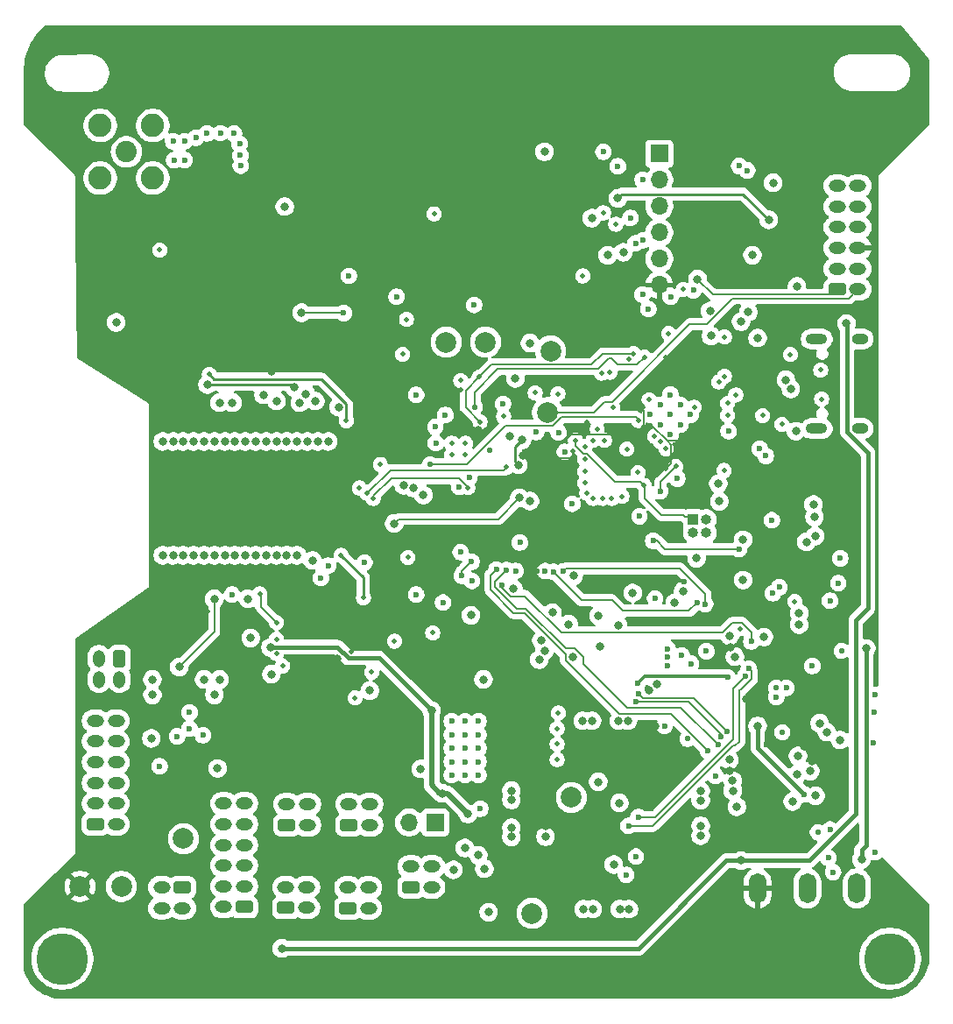
<source format=gbr>
%TF.GenerationSoftware,KiCad,Pcbnew,9.0.0*%
%TF.CreationDate,2025-04-09T19:33:59-07:00*%
%TF.ProjectId,FC_V5a,46435f56-3561-42e6-9b69-6361645f7063,rev?*%
%TF.SameCoordinates,Original*%
%TF.FileFunction,Copper,L3,Inr*%
%TF.FilePolarity,Positive*%
%FSLAX46Y46*%
G04 Gerber Fmt 4.6, Leading zero omitted, Abs format (unit mm)*
G04 Created by KiCad (PCBNEW 9.0.0) date 2025-04-09 19:33:59*
%MOMM*%
%LPD*%
G01*
G04 APERTURE LIST*
G04 Aperture macros list*
%AMRoundRect*
0 Rectangle with rounded corners*
0 $1 Rounding radius*
0 $2 $3 $4 $5 $6 $7 $8 $9 X,Y pos of 4 corners*
0 Add a 4 corners polygon primitive as box body*
4,1,4,$2,$3,$4,$5,$6,$7,$8,$9,$2,$3,0*
0 Add four circle primitives for the rounded corners*
1,1,$1+$1,$2,$3*
1,1,$1+$1,$4,$5*
1,1,$1+$1,$6,$7*
1,1,$1+$1,$8,$9*
0 Add four rect primitives between the rounded corners*
20,1,$1+$1,$2,$3,$4,$5,0*
20,1,$1+$1,$4,$5,$6,$7,0*
20,1,$1+$1,$6,$7,$8,$9,0*
20,1,$1+$1,$8,$9,$2,$3,0*%
G04 Aperture macros list end*
%TA.AperFunction,ComponentPad*%
%ADD10C,2.000000*%
%TD*%
%TA.AperFunction,ComponentPad*%
%ADD11C,2.050000*%
%TD*%
%TA.AperFunction,ComponentPad*%
%ADD12C,2.250000*%
%TD*%
%TA.AperFunction,ComponentPad*%
%ADD13R,1.700000X1.700000*%
%TD*%
%TA.AperFunction,ComponentPad*%
%ADD14O,1.700000X1.700000*%
%TD*%
%TA.AperFunction,ComponentPad*%
%ADD15C,5.000000*%
%TD*%
%TA.AperFunction,ComponentPad*%
%ADD16RoundRect,0.250000X0.575000X-0.350000X0.575000X0.350000X-0.575000X0.350000X-0.575000X-0.350000X0*%
%TD*%
%TA.AperFunction,ComponentPad*%
%ADD17O,1.650000X1.200000*%
%TD*%
%TA.AperFunction,ComponentPad*%
%ADD18RoundRect,0.250000X-0.575000X0.350000X-0.575000X-0.350000X0.575000X-0.350000X0.575000X0.350000X0*%
%TD*%
%TA.AperFunction,ComponentPad*%
%ADD19C,0.600000*%
%TD*%
%TA.AperFunction,ComponentPad*%
%ADD20R,1.000000X1.000000*%
%TD*%
%TA.AperFunction,ComponentPad*%
%ADD21O,1.000000X1.000000*%
%TD*%
%TA.AperFunction,ComponentPad*%
%ADD22O,1.700000X2.900000*%
%TD*%
%TA.AperFunction,ComponentPad*%
%ADD23RoundRect,0.250000X0.350000X0.575000X-0.350000X0.575000X-0.350000X-0.575000X0.350000X-0.575000X0*%
%TD*%
%TA.AperFunction,ComponentPad*%
%ADD24O,1.200000X1.650000*%
%TD*%
%TA.AperFunction,ComponentPad*%
%ADD25O,1.600000X1.000000*%
%TD*%
%TA.AperFunction,ComponentPad*%
%ADD26O,2.100000X1.000000*%
%TD*%
%TA.AperFunction,HeatsinkPad*%
%ADD27C,0.500000*%
%TD*%
%TA.AperFunction,ViaPad*%
%ADD28C,0.800000*%
%TD*%
%TA.AperFunction,ViaPad*%
%ADD29C,0.600000*%
%TD*%
%TA.AperFunction,ViaPad*%
%ADD30C,0.460000*%
%TD*%
%TA.AperFunction,ViaPad*%
%ADD31C,0.560000*%
%TD*%
%TA.AperFunction,Conductor*%
%ADD32C,0.152400*%
%TD*%
%TA.AperFunction,Conductor*%
%ADD33C,0.400000*%
%TD*%
%TA.AperFunction,Conductor*%
%ADD34C,0.500000*%
%TD*%
%TA.AperFunction,Conductor*%
%ADD35C,0.250000*%
%TD*%
%TA.AperFunction,Conductor*%
%ADD36C,0.200000*%
%TD*%
%TA.AperFunction,Conductor*%
%ADD37C,0.127000*%
%TD*%
%TA.AperFunction,Conductor*%
%ADD38C,0.342392*%
%TD*%
G04 APERTURE END LIST*
D10*
%TO.N,VBUSP*%
%TO.C,TP17*%
X192700000Y-133600000D03*
%TD*%
%TO.N,GND*%
%TO.C,TP15*%
X153000000Y-131000000D03*
%TD*%
D11*
%TO.N,RF1_ANT*%
%TO.C,J6*%
X153500000Y-60000000D03*
D12*
%TO.N,GND*%
X150960000Y-57460000D03*
X150960000Y-62540000D03*
X156040000Y-57460000D03*
X156040000Y-62540000D03*
%TD*%
D13*
%TO.N,VBATT_SENSE*%
%TO.C,J13*%
X183350000Y-124825000D03*
D14*
%TO.N,VBatt*%
X180810000Y-124825000D03*
%TD*%
D10*
%TO.N,Net-(IC3-EVI)*%
%TO.C,TP6*%
X196500000Y-122400000D03*
%TD*%
D15*
%TO.N,N/C*%
%TO.C,H2*%
X227300000Y-138000000D03*
%TD*%
D16*
%TO.N,V_RBF*%
%TO.C,J20*%
X180999999Y-131100000D03*
D17*
%TO.N,VBATT_SENSE*%
X183000000Y-131100000D03*
%TO.N,V_RBF*%
X180999999Y-129099999D03*
%TO.N,VBATT_SENSE*%
X182999999Y-129100000D03*
%TD*%
D15*
%TO.N,N/C*%
%TO.C,H1*%
X147300000Y-138000000D03*
%TD*%
D16*
%TO.N,VBatt*%
%TO.C,J7*%
X168900000Y-133075000D03*
D17*
%TO.N,Net-(J10-Pin_1)*%
X170900001Y-133075000D03*
%TO.N,VBatt*%
X168900000Y-131074999D03*
%TO.N,Net-(J10-Pin_3)*%
X170900000Y-131075000D03*
%TD*%
D16*
%TO.N,Z_GPIO1*%
%TO.C,J17*%
X150500000Y-125000000D03*
D17*
%TO.N,Z_GPIO0*%
X152500001Y-125000000D03*
%TO.N,F4_SDA*%
X150500000Y-122999999D03*
X152500000Y-123000000D03*
%TO.N,F4_SCL*%
X150500000Y-121000000D03*
X152500000Y-120999999D03*
%TO.N,F4_PWR*%
X150500000Y-119000000D03*
X152500000Y-119000000D03*
%TO.N,GND*%
X150500000Y-117000000D03*
X152500000Y-117000000D03*
%TO.N,VSOLAR*%
X150500000Y-115000000D03*
X152500000Y-115000000D03*
%TD*%
D16*
%TO.N,Net-(J10-Pin_1)*%
%TO.C,J10*%
X174900000Y-133125000D03*
D17*
%TO.N,V_RBF*%
X176900001Y-133125000D03*
%TO.N,Net-(J10-Pin_3)*%
X174900000Y-131124999D03*
%TO.N,V_RBF*%
X176900000Y-131125000D03*
%TD*%
D10*
%TO.N,B-*%
%TO.C,TP4*%
X159000000Y-126400000D03*
%TD*%
D18*
%TO.N,B-*%
%TO.C,J19*%
X158900000Y-131099999D03*
D17*
%TO.N,GND*%
X156899999Y-131099999D03*
%TO.N,B-*%
X158900000Y-133100000D03*
%TO.N,GND*%
X156900000Y-133099999D03*
%TD*%
D16*
%TO.N,VBatt*%
%TO.C,J8*%
X169000000Y-125075000D03*
D17*
%TO.N,Net-(J29-Pin_1)*%
X171000001Y-125075000D03*
%TO.N,VBatt*%
X169000000Y-123074999D03*
%TO.N,Net-(J29-Pin_3)*%
X171000000Y-123075000D03*
%TD*%
D10*
%TO.N,FC_RESET*%
%TO.C,TP2*%
X194200000Y-85200000D03*
%TD*%
%TO.N,RF1_IO0*%
%TO.C,TP8*%
X188200000Y-78400000D03*
%TD*%
%TO.N,3.3V*%
%TO.C,TP3*%
X149000000Y-131000000D03*
%TD*%
D19*
%TO.N,GND*%
%TO.C,U18*%
X206080680Y-83474776D03*
X205108408Y-84447048D03*
X204136136Y-85419320D03*
X207052952Y-84447048D03*
X206080680Y-85419320D03*
X205108408Y-86391592D03*
X208025224Y-85419320D03*
X207052952Y-86391592D03*
X206080680Y-87363864D03*
%TD*%
D16*
%TO.N,Net-(J29-Pin_1)*%
%TO.C,J29*%
X175000000Y-125075000D03*
D17*
%TO.N,V_RBF*%
X177000001Y-125075000D03*
%TO.N,Net-(J29-Pin_3)*%
X175000000Y-123074999D03*
%TO.N,V_RBF*%
X177000000Y-123075000D03*
%TD*%
D10*
%TO.N,RF1_IO4*%
%TO.C,TP7*%
X184400000Y-78400000D03*
%TD*%
D20*
%TO.N,FC_RESET*%
%TO.C,J22*%
X208275000Y-95550000D03*
D21*
%TO.N,SWCLK*%
X209545000Y-95550000D03*
%TO.N,GND*%
X208275000Y-96820000D03*
%TO.N,SWDIO*%
X209545000Y-96820000D03*
%TD*%
D22*
%TO.N,3.3V*%
%TO.C,SW3*%
X214500000Y-131200000D03*
%TO.N,/3v3 Spec*%
X219300000Y-131200000D03*
%TO.N,unconnected-(SW3-C-Pad3)*%
X224100000Y-131200000D03*
%TD*%
D10*
%TO.N,USBBOOT*%
%TO.C,TP1*%
X194500000Y-79250000D03*
%TD*%
D16*
%TO.N,USBBOOT*%
%TO.C,J16*%
X222200001Y-73300000D03*
D17*
%TO.N,FC_RESET*%
X224200002Y-73300000D03*
%TO.N,USB_D+*%
X222200001Y-71299999D03*
%TO.N,USB_D-*%
X224200001Y-71300000D03*
%TO.N,SDA0*%
X222200001Y-69300000D03*
%TO.N,3.3V*%
X224200001Y-69299999D03*
%TO.N,SCL0*%
X222200001Y-67300000D03*
%TO.N,Dir_Chrg_In*%
X224200001Y-67300000D03*
%TO.N,DEPLOY1*%
X222200001Y-65300000D03*
X224200001Y-65300000D03*
%TO.N,GND*%
X222200001Y-63300000D03*
X224200001Y-63300000D03*
%TD*%
D13*
%TO.N,GND*%
%TO.C,J3*%
X205000000Y-60190000D03*
D14*
%TO.N,TX*%
X205000000Y-62730000D03*
%TO.N,RX*%
X205000000Y-65270000D03*
%TO.N,SCL0*%
X205000000Y-67810000D03*
%TO.N,SDA0*%
X205000000Y-70350000D03*
%TO.N,3.3V*%
X205000000Y-72890000D03*
%TD*%
D23*
%TO.N,Heater Output*%
%TO.C,J21*%
X152825000Y-109000000D03*
D24*
%TO.N,GND*%
X152825000Y-111000001D03*
%TO.N,Heater Output*%
X150824999Y-109000000D03*
%TO.N,GND*%
X150825000Y-111000000D03*
%TD*%
D19*
%TO.N,GND*%
%TO.C,U10*%
X187531250Y-120250000D03*
X187531250Y-118950000D03*
X187531250Y-117650000D03*
X187531250Y-116350000D03*
X187531250Y-115050000D03*
X186231250Y-120250000D03*
X186231250Y-118950000D03*
X186231250Y-117650000D03*
X186231250Y-116350000D03*
X186231250Y-115050000D03*
X184931250Y-120250000D03*
X184931250Y-118950000D03*
X184931250Y-117650000D03*
X184931250Y-116350000D03*
X184931250Y-115050000D03*
%TD*%
D25*
%TO.N,GND*%
%TO.C,J12*%
X224400000Y-78100000D03*
D26*
X220220000Y-78100000D03*
D25*
X224400000Y-86740000D03*
D26*
X220220000Y-86740000D03*
%TD*%
D27*
%TO.N,GND*%
%TO.C,U16*%
X184950000Y-89300000D03*
X186250000Y-89300000D03*
X184950000Y-88200000D03*
X186250000Y-88200000D03*
%TD*%
D16*
%TO.N,VBatt*%
%TO.C,J14*%
X164900000Y-133000000D03*
D17*
%TO.N,B-*%
X162899999Y-133000000D03*
%TO.N,VBatt*%
X164900000Y-130999999D03*
%TO.N,B-*%
X162900000Y-131000000D03*
%TO.N,VBatt*%
X164900000Y-129000000D03*
%TO.N,B-*%
X162900000Y-128999999D03*
%TO.N,VBatt*%
X164900000Y-127000000D03*
%TO.N,B-*%
X162900000Y-127000000D03*
%TO.N,VBatt*%
X164900000Y-125000000D03*
%TO.N,B-*%
X162900000Y-125000000D03*
%TO.N,VBatt*%
X164900000Y-123000000D03*
%TO.N,B-*%
X162900000Y-123000000D03*
%TD*%
D28*
%TO.N,GND*%
X197599998Y-115000001D03*
D29*
X204598846Y-103160000D03*
D28*
X158000000Y-99000000D03*
X177025000Y-112075000D03*
X201974999Y-115000002D03*
D30*
X215000000Y-85505000D03*
D31*
X220325000Y-125775000D03*
D28*
X194000000Y-126200003D03*
D30*
X175600000Y-112780000D03*
D29*
X201000000Y-61400000D03*
D30*
X216845478Y-86345478D03*
D29*
X159110000Y-58990000D03*
X216300000Y-112700000D03*
D28*
X193900000Y-60000000D03*
D30*
X197800000Y-89700000D03*
D28*
X162000000Y-99000000D03*
X168000000Y-99000000D03*
X220000000Y-95300000D03*
D29*
X205808799Y-108841200D03*
D28*
X167000000Y-88000000D03*
X204806250Y-111450000D03*
D30*
X168000000Y-108500000D03*
X200400000Y-93500000D03*
D28*
X200000000Y-70000000D03*
X200600246Y-128900000D03*
X201144975Y-122944975D03*
D30*
X199500000Y-93500000D03*
X195131250Y-117250000D03*
X217660190Y-79598854D03*
D28*
X161000000Y-111000000D03*
X211775000Y-118775000D03*
D29*
X164430000Y-59240000D03*
D30*
X198600000Y-87900000D03*
D31*
X216300000Y-111800000D03*
D30*
X193000000Y-83300000D03*
D28*
X201074998Y-115000001D03*
D29*
X195875000Y-89000000D03*
D28*
X170000000Y-99000000D03*
D30*
X199600000Y-65900000D03*
X200800000Y-67000000D03*
D29*
X193100000Y-87100000D03*
X173000000Y-100000000D03*
D28*
X212100000Y-121745000D03*
D29*
X158100000Y-60800000D03*
D30*
X212400000Y-83500000D03*
D28*
X167000000Y-99000000D03*
D29*
X181500000Y-102800000D03*
D28*
X218200000Y-87000000D03*
X190699998Y-122649999D03*
D30*
X168000000Y-107100000D03*
D28*
X220100000Y-122250000D03*
X157000000Y-99000000D03*
X209900000Y-75400000D03*
D29*
X172300000Y-101200000D03*
D28*
X213100000Y-97500000D03*
X162300000Y-119600000D03*
D30*
X211300000Y-77900000D03*
D28*
X190699999Y-121749999D03*
D30*
X197800000Y-92000000D03*
D29*
X193975000Y-100525000D03*
X163700000Y-102800000D03*
X175000000Y-72000000D03*
D30*
X211600000Y-85474739D03*
D29*
X179600000Y-74000000D03*
D28*
X160000000Y-99000000D03*
X161000000Y-88000000D03*
X155900000Y-116700000D03*
D30*
X201400000Y-93300000D03*
X198600000Y-93500000D03*
D29*
X156700000Y-119400000D03*
D28*
X167500000Y-110500000D03*
D29*
X164550000Y-61340000D03*
X205808799Y-108041199D03*
X202200000Y-66400000D03*
X184325000Y-85450000D03*
X158020000Y-58980000D03*
D28*
X212090000Y-120774002D03*
D30*
X202039699Y-80060301D03*
X197800000Y-90900000D03*
X156700000Y-69500000D03*
D28*
X181931250Y-119650000D03*
X212300000Y-108800000D03*
D29*
X209552128Y-108278599D03*
D28*
X164000000Y-99000000D03*
X209000000Y-121775000D03*
D29*
X164510000Y-60360000D03*
D28*
X168800000Y-65300000D03*
X209000001Y-125150000D03*
D29*
X215875001Y-95613945D03*
D28*
X156000000Y-112500000D03*
D29*
X205808799Y-109641200D03*
D28*
X198499999Y-115000002D03*
X210800000Y-93800000D03*
X218300000Y-73000000D03*
X169000000Y-99000000D03*
X170000000Y-88000000D03*
D30*
X189950000Y-85580000D03*
X195200000Y-83400000D03*
D28*
X190906250Y-102250000D03*
D30*
X200235675Y-81306200D03*
D28*
X213100000Y-101400000D03*
X201526643Y-69715001D03*
D29*
X225870000Y-112500000D03*
D28*
X214000000Y-70000000D03*
D30*
X195231250Y-114250000D03*
D28*
X169000000Y-88000000D03*
D30*
X183100000Y-106500000D03*
D29*
X205500000Y-115500000D03*
D30*
X218100000Y-103462500D03*
D28*
X193606250Y-107225000D03*
X215100000Y-106900000D03*
D29*
X225870000Y-127687314D03*
D28*
X216000000Y-63000000D03*
X163000000Y-99000000D03*
X199100000Y-120900000D03*
X166000000Y-99000000D03*
D30*
X211269998Y-90800000D03*
D28*
X217900000Y-122800000D03*
X163750000Y-84250000D03*
D29*
X207175000Y-108700000D03*
D30*
X185800000Y-82100000D03*
D29*
X213500000Y-61800000D03*
D28*
X162000000Y-88000000D03*
D30*
X177200000Y-110300000D03*
D29*
X212725000Y-61375000D03*
D30*
X205900000Y-77570000D03*
D28*
X188100000Y-129300000D03*
X162000000Y-112500000D03*
X197674998Y-133200000D03*
D30*
X212800000Y-106100000D03*
D29*
X222300000Y-101700000D03*
D28*
X190575000Y-87500000D03*
D30*
X201875601Y-88737962D03*
X195131250Y-118750000D03*
D28*
X171500000Y-99500000D03*
X208600000Y-99300000D03*
D29*
X189900000Y-84363500D03*
D28*
X162500000Y-111000000D03*
D29*
X201800000Y-129900000D03*
D28*
X160000000Y-88000000D03*
X188000000Y-111000000D03*
X198476200Y-66424411D03*
X159000000Y-88000000D03*
X165000000Y-88000000D03*
D29*
X208072209Y-109470739D03*
X162580000Y-58200000D03*
D28*
X212500000Y-123300000D03*
X162000000Y-88000000D03*
X156000000Y-111000000D03*
D30*
X211600000Y-84300000D03*
X199000000Y-86800000D03*
D28*
X186200000Y-127300000D03*
X201174998Y-133200000D03*
X164000000Y-88000000D03*
X166000000Y-88000000D03*
D29*
X225800000Y-114200000D03*
D30*
X199700000Y-87900000D03*
X195131250Y-115750000D03*
D29*
X215989676Y-102675409D03*
X161280000Y-58230000D03*
D28*
X208999999Y-122675000D03*
X168000000Y-88000000D03*
X190699998Y-126225000D03*
X188500000Y-133500000D03*
D29*
X163890000Y-58230000D03*
X221505025Y-125505025D03*
X158400000Y-116500000D03*
D28*
X159000000Y-99000000D03*
X165000000Y-99000000D03*
X173000000Y-88000000D03*
X172000000Y-88000000D03*
X198574999Y-133200001D03*
X196700000Y-101000000D03*
D29*
X206736500Y-91600000D03*
D30*
X202931456Y-91006456D03*
D28*
X208999999Y-126100000D03*
X170250000Y-84250000D03*
D29*
X159130000Y-60800000D03*
X222500000Y-99300000D03*
D28*
X171000000Y-88000000D03*
D29*
X160210000Y-58640000D03*
D30*
X200500000Y-84693800D03*
D28*
X163000000Y-88000000D03*
D29*
X181500000Y-83500000D03*
D28*
X165500000Y-107000000D03*
X157000000Y-88000000D03*
D29*
X199600000Y-60001499D03*
D28*
X207298799Y-102460332D03*
X218307467Y-120176661D03*
D29*
X160900000Y-116400000D03*
D28*
X161000000Y-99000000D03*
D31*
X216900000Y-116100000D03*
D29*
X217300000Y-111815000D03*
D28*
X202074999Y-133200001D03*
X167000000Y-99000000D03*
X210700000Y-92100000D03*
X190699999Y-125325000D03*
D29*
X225700000Y-117100000D03*
D28*
X152500000Y-76500000D03*
D30*
X197800000Y-88500000D03*
D31*
X222620000Y-108250000D03*
D28*
X158000000Y-88000000D03*
D29*
X195258058Y-87141942D03*
D30*
X198000000Y-93000000D03*
%TO.N,3.3V*%
X160307555Y-105292445D03*
X161300000Y-104400000D03*
X214800000Y-82700000D03*
D29*
X179300000Y-102125000D03*
D28*
X219800000Y-118900000D03*
D29*
X180379958Y-88620042D03*
X217045893Y-71554107D03*
D30*
X203523439Y-86537789D03*
D28*
X172750000Y-86500000D03*
X173896261Y-109020001D03*
D30*
X210000000Y-80300000D03*
X195900000Y-87900000D03*
X220268633Y-107625961D03*
D28*
X197436500Y-74000000D03*
D30*
X205628866Y-79898967D03*
D29*
X209500000Y-85500000D03*
D28*
X161800000Y-118100000D03*
D31*
X213725000Y-125825000D03*
D28*
X152250000Y-74250000D03*
D29*
X215375000Y-117275000D03*
D28*
X167500000Y-81250000D03*
X168000000Y-114000000D03*
D30*
X218695000Y-102500000D03*
D28*
X214500000Y-96300000D03*
X190500000Y-133000000D03*
D30*
X207699377Y-83213226D03*
D29*
X213200000Y-86835000D03*
D31*
X212585000Y-103515000D03*
D28*
X208500000Y-68100000D03*
D30*
X207808685Y-87297515D03*
D28*
X219000000Y-76000000D03*
D31*
X178800000Y-118800000D03*
D30*
X185790406Y-82998319D03*
D31*
X192775000Y-97755000D03*
D28*
X221700000Y-111100000D03*
X194000000Y-125200000D03*
X192600000Y-110700000D03*
X203979786Y-112012990D03*
X200800000Y-76400000D03*
X211861294Y-107889010D03*
X187497313Y-86912045D03*
X204600000Y-115500000D03*
X211800000Y-119800000D03*
X191800000Y-89350000D03*
X219000000Y-117500000D03*
X194300000Y-74000000D03*
D30*
X205622357Y-90661768D03*
D29*
X209774037Y-90400000D03*
D28*
X191500000Y-112323800D03*
D30*
X203300000Y-84512280D03*
X198000000Y-86148548D03*
X196679126Y-88895000D03*
D29*
X211425000Y-95800000D03*
D30*
X170400000Y-112780000D03*
D28*
X193600000Y-110700000D03*
X181650000Y-78650000D03*
D31*
X218350000Y-66425000D03*
D29*
X159500000Y-107000000D03*
D28*
X190454329Y-114881530D03*
D29*
X207398799Y-101560330D03*
D28*
X199100000Y-124100000D03*
X199898800Y-72500000D03*
D29*
X213900000Y-85435000D03*
D30*
X169400000Y-111300000D03*
X158506445Y-77743555D03*
D28*
X213400000Y-112900000D03*
D29*
X193150734Y-100549263D03*
D30*
X175200000Y-108300000D03*
D28*
X156000000Y-71000000D03*
X172750000Y-85000000D03*
X166500000Y-116000000D03*
%TO.N,VBUSP*%
X167413100Y-107913100D03*
X186500000Y-124000000D03*
X183000000Y-114028600D03*
X187500000Y-128000000D03*
X184000000Y-122000000D03*
D29*
%TO.N,TX*%
X202702194Y-68838128D03*
X203952400Y-75200000D03*
%TO.N,RX*%
X203376200Y-73800000D03*
X203447564Y-68547564D03*
X203400000Y-62700000D03*
D28*
%TO.N,WDT_BIAS*%
X202431250Y-102649999D03*
X199306250Y-107850000D03*
D30*
%TO.N,RF_VCC*%
X176400000Y-103100000D03*
X174750000Y-86000000D03*
X174248590Y-99007803D03*
X168600000Y-109700000D03*
X161500000Y-81504000D03*
D29*
%TO.N,SDA1*%
X209437019Y-103711795D03*
X213650000Y-109950000D03*
X195700000Y-100575000D03*
D30*
X203555768Y-79844232D03*
D29*
X186625000Y-91500000D03*
D31*
X187170242Y-84691774D03*
D29*
X202026892Y-125160178D03*
D31*
X188625000Y-88875000D03*
D29*
%TO.N,SCL1*%
X185649997Y-92400000D03*
D30*
X187678042Y-86101958D03*
D29*
X202975000Y-124300000D03*
X213309340Y-110714292D03*
X208648799Y-103575000D03*
D30*
X187600000Y-81760000D03*
X202500000Y-79504340D03*
D29*
X194775000Y-100600000D03*
D30*
%TO.N,/Power Systems/V_RF*%
X179400000Y-107300000D03*
D29*
%TO.N,Net-(D10-K)*%
X210425000Y-120325000D03*
D28*
%TO.N,Net-(D12-K)*%
X211800000Y-106800000D03*
%TO.N,VBATT_SENSE*%
X185100000Y-129400000D03*
X206500000Y-103600000D03*
D29*
X187700000Y-123500000D03*
D28*
%TO.N,F1_PWR*%
X219900000Y-94100000D03*
D29*
%TO.N,FC_RESET*%
X183400000Y-88164445D03*
X183350000Y-86600000D03*
X186900000Y-101475000D03*
D30*
X203531500Y-92241471D03*
X196900000Y-87900000D03*
%TO.N,SWCLK*%
X204553938Y-87494081D03*
%TO.N,SWDIO*%
X205100000Y-88000000D03*
%TO.N,SPI0_MISO*%
X199405666Y-81389791D03*
X197600000Y-72001499D03*
%TO.N,SPI0_CS0*%
X183240000Y-66001499D03*
X180570000Y-76200000D03*
D29*
%TO.N,RF1_IO4*%
X187100000Y-74800000D03*
D28*
%TO.N,RF1_IO0*%
X170439847Y-75560153D03*
D29*
X174500000Y-75600000D03*
%TO.N,RTC_INT*%
X221340380Y-128240380D03*
X221800000Y-129619238D03*
X202743491Y-128129655D03*
X215300000Y-89400000D03*
D28*
%TO.N,F3_PWR*%
X218400000Y-118400000D03*
%TO.N,USB_D-*%
X217712084Y-82922608D03*
%TO.N,USB_D+*%
X217240685Y-82040685D03*
%TO.N,Net-(U1B-+)*%
X199128138Y-104850001D03*
X201006251Y-105750000D03*
%TO.N,Net-(U1D-+)*%
X193400000Y-109100000D03*
%TO.N,Net-(R31-Pad1)*%
X194665844Y-104540100D03*
X196679497Y-108849999D03*
%TO.N,USBBOOT*%
X208700000Y-72300000D03*
D30*
X207300000Y-73300000D03*
D31*
%TO.N,VSOLAR_I*%
X207714878Y-116735122D03*
D28*
%TO.N,Dir_Chrg_In*%
X212900000Y-128500000D03*
X223100000Y-76600000D03*
X168500000Y-137000000D03*
D29*
%TO.N,RF2_TX_EN*%
X176500000Y-99700000D03*
D28*
%TO.N,RF2_RX_EN*%
X174000000Y-84676200D03*
X162500000Y-84250000D03*
D30*
%TO.N,RF2_RST*%
X205650000Y-88700000D03*
D28*
X192500000Y-93750000D03*
X165250000Y-103216600D03*
X180286954Y-92230662D03*
D30*
%TO.N,RF2_IO0*%
X166390766Y-102720000D03*
X168000000Y-105493500D03*
D28*
%TO.N,Net-(JP6-A)*%
X186800000Y-104800000D03*
X193900000Y-108200000D03*
%TO.N,/Watchdog Circuit/WDT-VP*%
X196240778Y-105659222D03*
%TO.N,F0_SCL*%
X218525000Y-105700000D03*
%TO.N,F1_SDA*%
X219225000Y-97700000D03*
%TO.N,F0_SDA*%
X218525000Y-104600000D03*
%TO.N,F1_SCL*%
X220065299Y-97157872D03*
%TO.N,F2_SDA*%
X222490462Y-116861563D03*
%TO.N,F3_SCL*%
X220500000Y-115230385D03*
%TO.N,F3_SDA*%
X221200000Y-116100000D03*
%TO.N,F2_SCL*%
X219583069Y-119876189D03*
D29*
%TO.N,~{MUX_RESET}*%
X216600000Y-102100000D03*
%TO.N,F4_SCL*%
X203000000Y-112400000D03*
X211550000Y-116000000D03*
%TO.N,F4_SDA*%
X210984313Y-116565687D03*
X202747017Y-113158949D03*
%TO.N,VSOLAR*%
X219000000Y-122100000D03*
D28*
X214499293Y-115499293D03*
D29*
X219800000Y-109700000D03*
X221500000Y-103400000D03*
X202900000Y-111400000D03*
X211589136Y-110813227D03*
%TO.N,VBUS_RESET*%
X191525000Y-97775000D03*
X185799456Y-98695330D03*
D30*
X180700000Y-99200000D03*
%TO.N,Net-(J12-CC1)*%
X220600000Y-81100000D03*
%TO.N,Net-(J12-CC2)*%
X220700000Y-83900000D03*
%TO.N,SPI1_CS0*%
X180186167Y-79572885D03*
X204019899Y-83968041D03*
D28*
%TO.N,SPI1_MOSI*%
X171750000Y-84089700D03*
D29*
X205100000Y-92800000D03*
D30*
X206600000Y-90400000D03*
D28*
X168000000Y-84089700D03*
%TO.N,SPI1_SCK*%
X170854812Y-83426200D03*
X166750000Y-83500000D03*
%TO.N,SPI1_MISO*%
X161325000Y-82500000D03*
X169737396Y-82762700D03*
D31*
%TO.N,SPI1_CS1*%
X182843800Y-90200000D03*
D30*
X203000000Y-85975000D03*
D29*
%TO.N,ENAB_RF*%
X191103601Y-100500848D03*
%TO.N,~{FACE0_ENABLE}*%
X213893112Y-107334780D03*
X189821841Y-101875525D03*
%TO.N,~{FACE1_ENABLE}*%
X204400000Y-97600000D03*
X212725000Y-98400000D03*
%TO.N,~{FACE2_ENABLE}*%
X209725000Y-117925000D03*
X189254765Y-100388903D03*
%TO.N,~{FACE4_ENABLE}*%
X185900000Y-100975000D03*
X184100000Y-103575000D03*
X159600000Y-114200000D03*
X186850000Y-99625000D03*
X159600000Y-115750000D03*
%TO.N,~{FACE3_ENABLE}*%
X190225000Y-100425000D03*
X210730280Y-117335764D03*
%TO.N,~{FIRE_DEPLOY1_A}*%
X214700000Y-88700000D03*
%TO.N,~{FIRE_DEPLOY1_B}*%
X211700000Y-87000000D03*
D28*
%TO.N,~{ENABLE_Heater}*%
X158600001Y-109797697D03*
X161979170Y-103216600D03*
X191481875Y-93441925D03*
X179382431Y-95929237D03*
%TO.N,/Power Systems/Load Switches/Burnwire Interstage*%
X224550000Y-128400000D03*
X225000000Y-108000000D03*
%TO.N,Z_GPIO0*%
X182198686Y-93176200D03*
%TO.N,Z_GPIO1*%
X181250000Y-92500000D03*
%TO.N,PAYLOAD_PWR*%
X200998006Y-64503067D03*
X215584433Y-66573879D03*
D29*
%TO.N,~{GPIO_EXPANDER_RESET}*%
X196600000Y-94023800D03*
X203078369Y-95236501D03*
D28*
%TO.N,~{PAYLOAD_PWR_ENABLE}*%
X191099401Y-81899999D03*
X191722720Y-87850001D03*
X192494444Y-78494444D03*
X191380940Y-90257961D03*
D30*
%TO.N,+1V1*%
X210750000Y-82250000D03*
X208373478Y-84699843D03*
X211300000Y-81700000D03*
D29*
%TO.N,/RP2350AHHHHHHHHH/FLASH_SS*%
X206106545Y-74006545D03*
X208292565Y-73392565D03*
D28*
%TO.N,/RP2350AHHHHHHHHH/QSPI_SD3*%
X210000000Y-77800000D03*
X213600000Y-75500000D03*
%TO.N,/RP2350AHHHHHHHHH/QSPI_SD0*%
X212900000Y-76423800D03*
X214500000Y-78000000D03*
D30*
%TO.N,RF2_IO1*%
X177340324Y-93500000D03*
X186500000Y-92471000D03*
%TO.N,RF2_IO2*%
X190250000Y-90500000D03*
X176750000Y-93000000D03*
%TO.N,RF2_IO3*%
X176000000Y-92500000D03*
X178032938Y-90217062D03*
%TD*%
D32*
%TO.N,3.3V*%
X205622357Y-90661768D02*
X206157200Y-90126925D01*
X206157200Y-88339910D02*
X205758354Y-87941064D01*
X192027200Y-89577200D02*
X191800000Y-89350000D01*
X203523439Y-86537789D02*
X204355079Y-86537789D01*
X196679126Y-89320874D02*
X196422800Y-89577200D01*
X203523439Y-86537789D02*
X202754028Y-87307200D01*
X203300000Y-84800000D02*
X203523439Y-85023439D01*
X205758354Y-87941064D02*
X207165136Y-87941064D01*
X206157200Y-90126925D02*
X206157200Y-88339910D01*
X204355079Y-86537789D02*
X205758354Y-87941064D01*
X203300000Y-84512280D02*
X203300000Y-84800000D01*
X203523439Y-85023439D02*
X203523439Y-86537789D01*
X207165136Y-87941064D02*
X207808685Y-87297515D01*
X196679126Y-88895000D02*
X196679126Y-89320874D01*
X196422800Y-89577200D02*
X192027200Y-89577200D01*
X196492800Y-87307200D02*
X195900000Y-87900000D01*
X202754028Y-87307200D02*
X196492800Y-87307200D01*
D33*
%TO.N,VBUSP*%
X167457200Y-107869000D02*
X173876631Y-107869000D01*
D34*
X183800000Y-122000000D02*
X183000000Y-121200000D01*
D33*
X173876631Y-107869000D02*
X174938631Y-108931000D01*
X177902400Y-108931000D02*
X183000000Y-114028600D01*
D34*
X184000000Y-122000000D02*
X183800000Y-122000000D01*
X183000000Y-121200000D02*
X183000000Y-114028600D01*
D33*
X167413100Y-107913100D02*
X167457200Y-107869000D01*
D34*
X184000000Y-122000000D02*
X184500000Y-122000000D01*
X184500000Y-122000000D02*
X186500000Y-124000000D01*
D33*
X174938631Y-108931000D02*
X177902400Y-108931000D01*
D35*
%TO.N,RF_VCC*%
X172326520Y-81976000D02*
X161972000Y-81976000D01*
X174750000Y-86000000D02*
X174750000Y-84399480D01*
X161972000Y-81976000D02*
X161500000Y-81504000D01*
X176400000Y-103100000D02*
X176400000Y-101159213D01*
X176400000Y-101159213D02*
X174248590Y-99007803D01*
X174750000Y-84399480D02*
X172326520Y-81976000D01*
D36*
%TO.N,SDA1*%
X209437019Y-102748607D02*
X209437019Y-103711795D01*
X195700000Y-100575000D02*
X195976000Y-100299000D01*
D32*
X203555768Y-79844232D02*
X202832499Y-80567501D01*
D36*
X212923575Y-111950000D02*
X213910340Y-110963235D01*
D32*
X199082710Y-81000000D02*
X189400000Y-81000000D01*
D36*
X204331922Y-125160178D02*
X212101186Y-117390914D01*
D32*
X187170242Y-83229758D02*
X187170242Y-84691774D01*
X200967501Y-80567501D02*
X200400000Y-80000000D01*
D36*
X206987412Y-100299000D02*
X209437019Y-102748607D01*
D32*
X202832499Y-80567501D02*
X200967501Y-80567501D01*
D36*
X212825000Y-111950000D02*
X212923575Y-111950000D01*
D32*
X200400000Y-80000000D02*
X200082710Y-80000000D01*
D36*
X212101186Y-117390914D02*
X212317100Y-117390914D01*
D32*
X200082710Y-80000000D02*
X199082710Y-81000000D01*
D36*
X212699000Y-117009014D02*
X212699000Y-112076000D01*
X195976000Y-100299000D02*
X206987412Y-100299000D01*
X202026892Y-125160178D02*
X204331922Y-125160178D01*
X213910340Y-110963235D02*
X213910340Y-110210340D01*
X212317100Y-117390914D02*
X212699000Y-117009014D01*
X212699000Y-112076000D02*
X212825000Y-111950000D01*
X213910340Y-110210340D02*
X213650000Y-109950000D01*
D32*
X189400000Y-81000000D02*
X187170242Y-83229758D01*
D37*
%TO.N,SCL1*%
X199495660Y-79504340D02*
X198436500Y-80563500D01*
D36*
X212151000Y-116774000D02*
X212151000Y-111872632D01*
X212151000Y-111872632D02*
X213309340Y-110714292D01*
X197525999Y-103350999D02*
X200425999Y-103350999D01*
X204625000Y-124300000D02*
X212151000Y-116774000D01*
X201450000Y-104375000D02*
X207848799Y-104375000D01*
X202975000Y-124300000D02*
X204625000Y-124300000D01*
X207848799Y-104375000D02*
X208648799Y-103575000D01*
D37*
X186276500Y-84700416D02*
X186276500Y-83083500D01*
D36*
X194775000Y-100600000D02*
X197525999Y-103350999D01*
D37*
X187678042Y-86101958D02*
X186276500Y-84700416D01*
D36*
X200425999Y-103350999D02*
X201450000Y-104375000D01*
D37*
X198436500Y-80563500D02*
X188796500Y-80563500D01*
X186276500Y-83083500D02*
X187600000Y-81760000D01*
X202500000Y-79504340D02*
X199495660Y-79504340D01*
X188796500Y-80563500D02*
X187600000Y-81760000D01*
D33*
%TO.N,SDA0*%
X222200001Y-69300000D02*
X222200000Y-69300000D01*
D32*
%TO.N,FC_RESET*%
X203190029Y-91900000D02*
X203531500Y-92241471D01*
X196900000Y-88400000D02*
X197692800Y-89192800D01*
X198034271Y-89192800D02*
X200741471Y-91900000D01*
X223323802Y-74176200D02*
X212080092Y-74176200D01*
X203600000Y-93500000D02*
X205200000Y-95100000D01*
X212080092Y-74176200D02*
X209584438Y-76671854D01*
X209584438Y-76671854D02*
X207928146Y-76671854D01*
X207300000Y-95100000D02*
X207450000Y-95250000D01*
X196900000Y-87900000D02*
X196900000Y-88400000D01*
X200741471Y-91900000D02*
X203190029Y-91900000D01*
X207928146Y-76671854D02*
X200413400Y-84186600D01*
X197692800Y-89192800D02*
X198034271Y-89192800D01*
X200413400Y-84186600D02*
X199713400Y-84186600D01*
X207450000Y-95250000D02*
X208175000Y-95250000D01*
X203531500Y-92241471D02*
X203600000Y-92309971D01*
X198700000Y-85200000D02*
X194200000Y-85200000D01*
X224200002Y-73300000D02*
X223323802Y-74176200D01*
X205200000Y-95100000D02*
X207300000Y-95100000D01*
X199713400Y-84186600D02*
X198700000Y-85200000D01*
X203600000Y-92309971D02*
X203600000Y-93500000D01*
D37*
%TO.N,RF1_IO0*%
X174460153Y-75560153D02*
X174500000Y-75600000D01*
X170439847Y-75560153D02*
X174460153Y-75560153D01*
%TO.N,USBBOOT*%
X208700000Y-72300000D02*
X210200000Y-73800000D01*
X221700001Y-73800000D02*
X222200001Y-73300000D01*
X210200000Y-73800000D02*
X221700001Y-73800000D01*
D33*
%TO.N,Dir_Chrg_In*%
X211500000Y-128500000D02*
X203000000Y-137000000D01*
X203000000Y-137000000D02*
X168500000Y-137000000D01*
X225187208Y-89100000D02*
X223150000Y-87062792D01*
X212900000Y-128500000D02*
X219500000Y-128500000D01*
X223150000Y-76650000D02*
X223100000Y-76600000D01*
X219500000Y-128500000D02*
X224000000Y-124000000D01*
X223150000Y-87062792D02*
X223150000Y-76650000D01*
X224000000Y-105268629D02*
X225187208Y-104081421D01*
X212900000Y-128500000D02*
X211500000Y-128500000D01*
X224000000Y-124000000D02*
X224000000Y-105268629D01*
X225187208Y-104081421D02*
X225187208Y-89100000D01*
D37*
%TO.N,RF2_IO0*%
X166500000Y-103993500D02*
X166500000Y-102829234D01*
X168000000Y-105493500D02*
X166500000Y-103993500D01*
X166500000Y-102829234D02*
X166390766Y-102720000D01*
D36*
%TO.N,F4_SCL*%
X208331749Y-112781749D02*
X203381749Y-112781749D01*
X203381749Y-112781749D02*
X203000000Y-112400000D01*
X211550000Y-116000000D02*
X208331749Y-112781749D01*
D32*
%TO.N,F4_SDA*%
X207853982Y-113158949D02*
X202747017Y-113158949D01*
X210984313Y-116565687D02*
X210984313Y-116289280D01*
X210984313Y-116289280D02*
X207853982Y-113158949D01*
D38*
%TO.N,VSOLAR*%
X211454713Y-110678804D02*
X211589136Y-110813227D01*
D33*
X214499293Y-117599293D02*
X214499293Y-115499293D01*
X219000000Y-122100000D02*
X214499293Y-117599293D01*
D38*
X202900000Y-111400000D02*
X203621196Y-110678804D01*
X203621196Y-110678804D02*
X211454713Y-110678804D01*
D32*
%TO.N,SPI1_MOSI*%
X205100000Y-92800000D02*
X205100000Y-91900000D01*
X205100000Y-91900000D02*
X206600000Y-90400000D01*
D35*
%TO.N,SPI1_MISO*%
X161325000Y-82500000D02*
X169474696Y-82500000D01*
X169474696Y-82500000D02*
X169737396Y-82762700D01*
D32*
%TO.N,SPI1_CS1*%
X203000000Y-85900000D02*
X202742348Y-85642348D01*
X186425000Y-90200000D02*
X182843800Y-90200000D01*
X203000000Y-85975000D02*
X203000000Y-85900000D01*
X190125000Y-86500000D02*
X186425000Y-90200000D01*
X194704820Y-86500000D02*
X190125000Y-86500000D01*
X195562472Y-85642348D02*
X194704820Y-86500000D01*
X202742348Y-85642348D02*
X195562472Y-85642348D01*
D36*
%TO.N,~{FACE0_ENABLE}*%
X213019948Y-105569000D02*
X213893112Y-106442164D01*
X212039636Y-105569000D02*
X213019948Y-105569000D01*
X189821841Y-102156955D02*
X190615886Y-102951000D01*
X213893112Y-106442164D02*
X213893112Y-107334780D01*
X211105179Y-106503457D02*
X212039636Y-105569000D01*
X192001000Y-102951000D02*
X195553457Y-106503457D01*
X189821841Y-101875525D02*
X189821841Y-102156955D01*
X195553457Y-106503457D02*
X211105179Y-106503457D01*
X190615886Y-102951000D02*
X192001000Y-102951000D01*
%TO.N,~{FACE1_ENABLE}*%
X205567751Y-98400000D02*
X212725000Y-98400000D01*
X204400000Y-97600000D02*
X204767751Y-97600000D01*
X204767751Y-97600000D02*
X205567751Y-98400000D01*
%TO.N,~{FACE2_ENABLE}*%
X195978497Y-108605883D02*
X191947614Y-104575000D01*
X201137136Y-114299002D02*
X195978497Y-109140363D01*
X209725000Y-117925000D02*
X206099001Y-114299001D01*
X188700000Y-100943668D02*
X189254765Y-100388903D01*
X190925000Y-104575000D02*
X188700000Y-102350000D01*
X195978497Y-109140363D02*
X195978497Y-108605883D01*
X206099001Y-114299001D02*
X201137136Y-114299002D01*
X188700000Y-102350000D02*
X188700000Y-100943668D01*
X191947614Y-104575000D02*
X190925000Y-104575000D01*
%TO.N,~{FACE4_ENABLE}*%
X185900000Y-100975000D02*
X185900000Y-100575000D01*
X185900000Y-100575000D02*
X186850000Y-99625000D01*
%TO.N,~{FACE3_ENABLE}*%
X197650000Y-109550000D02*
X197650000Y-108829138D01*
X196845862Y-108025000D02*
X195964714Y-108025000D01*
X191249000Y-104174000D02*
X189101000Y-102026000D01*
X189101000Y-101549000D02*
X190225000Y-100425000D01*
X192113714Y-104174000D02*
X191249000Y-104174000D01*
X201859949Y-113759949D02*
X197650000Y-109550000D01*
X197650000Y-108829138D02*
X196845862Y-108025000D01*
X189101000Y-102026000D02*
X189101000Y-101549000D01*
X210660764Y-117335764D02*
X207084949Y-113759949D01*
X207084949Y-113759949D02*
X201859949Y-113759949D01*
X195964714Y-108025000D02*
X192113714Y-104174000D01*
X210730280Y-117335764D02*
X210660764Y-117335764D01*
D32*
%TO.N,~{ENABLE_Heater}*%
X179811668Y-95500000D02*
X189423800Y-95500000D01*
X179382431Y-95929237D02*
X179811668Y-95500000D01*
X161979170Y-103216600D02*
X161979170Y-106418528D01*
X161979170Y-106418528D02*
X158600001Y-109797697D01*
X189423800Y-95500000D02*
X191481875Y-93441925D01*
D33*
%TO.N,/Power Systems/Load Switches/Burnwire Interstage*%
X224550000Y-128400000D02*
X224550000Y-127450000D01*
X225000000Y-127000000D02*
X225000000Y-108000000D01*
X224550000Y-127450000D02*
X225000000Y-127000000D01*
D35*
%TO.N,PAYLOAD_PWR*%
X201407073Y-64094000D02*
X213104554Y-64094000D01*
X213104554Y-64094000D02*
X215584433Y-66573879D01*
X200998006Y-64503067D02*
X201407073Y-64094000D01*
%TO.N,~{PAYLOAD_PWR_ENABLE}*%
X191380940Y-90257961D02*
X191074000Y-89951021D01*
X191074000Y-89951021D02*
X191074000Y-88498721D01*
X191074000Y-88498721D02*
X191722720Y-87850001D01*
D32*
%TO.N,RF2_IO1*%
X177340324Y-93500000D02*
X177340324Y-93295162D01*
X185619744Y-91553462D02*
X186500000Y-92433718D01*
X177340324Y-93295162D02*
X179082024Y-91553462D01*
X179082024Y-91553462D02*
X185619744Y-91553462D01*
X186500000Y-92433718D02*
X186500000Y-92471000D01*
%TO.N,RF2_IO2*%
X189992800Y-90757200D02*
X178992800Y-90757200D01*
X190250000Y-90500000D02*
X189992800Y-90757200D01*
X178992800Y-90757200D02*
X176750000Y-93000000D01*
%TD*%
%TA.AperFunction,Conductor*%
%TO.N,3.3V*%
G36*
X211077251Y-119366597D02*
G01*
X211121598Y-119395098D01*
X211200961Y-119474461D01*
X211200965Y-119474464D01*
X211348446Y-119573009D01*
X211348459Y-119573016D01*
X211448646Y-119614514D01*
X211512334Y-119640894D01*
X211512336Y-119640894D01*
X211512341Y-119640896D01*
X211686304Y-119675499D01*
X211686307Y-119675500D01*
X211765510Y-119675500D01*
X211832549Y-119695185D01*
X211878304Y-119747989D01*
X211888248Y-119817147D01*
X211859223Y-119880703D01*
X211812962Y-119914061D01*
X211663459Y-119975985D01*
X211663446Y-119975992D01*
X211515965Y-120074537D01*
X211409257Y-120181245D01*
X211347934Y-120214729D01*
X211278242Y-120209745D01*
X211222309Y-120167873D01*
X211199959Y-120117754D01*
X211194738Y-120091510D01*
X211194737Y-120091503D01*
X211181178Y-120058768D01*
X211134397Y-119945827D01*
X211134390Y-119945814D01*
X211046789Y-119814711D01*
X211046786Y-119814707D01*
X210935289Y-119703210D01*
X210882781Y-119668126D01*
X210869270Y-119651959D01*
X210852405Y-119639334D01*
X210847315Y-119625689D01*
X210837976Y-119614514D01*
X210835350Y-119593609D01*
X210827988Y-119573870D01*
X210831083Y-119559638D01*
X210829269Y-119545189D01*
X210838361Y-119526184D01*
X210842840Y-119505597D01*
X210857722Y-119485717D01*
X210859423Y-119482162D01*
X210863991Y-119477343D01*
X210891699Y-119449635D01*
X210946237Y-119395097D01*
X211007559Y-119361613D01*
X211077251Y-119366597D01*
G37*
%TD.AperFunction*%
%TA.AperFunction,Conductor*%
G36*
X203812861Y-111510130D02*
G01*
X203838423Y-111511500D01*
X203846463Y-111517297D01*
X203856159Y-111519366D01*
X203874331Y-111537392D01*
X203895096Y-111552365D01*
X203899792Y-111562648D01*
X203905764Y-111568572D01*
X203908847Y-111582476D01*
X203918789Y-111604245D01*
X203940354Y-111712659D01*
X203940356Y-111712667D01*
X204008233Y-111876540D01*
X204008240Y-111876552D01*
X204082947Y-111988358D01*
X204085984Y-111998058D01*
X204092639Y-112005738D01*
X204096247Y-112030835D01*
X204103825Y-112055035D01*
X204101136Y-112064835D01*
X204102583Y-112074896D01*
X204092048Y-112097962D01*
X204085341Y-112122415D01*
X204077780Y-112129206D01*
X204073558Y-112138452D01*
X204052225Y-112152161D01*
X204033362Y-112169106D01*
X204021764Y-112171737D01*
X204014780Y-112176226D01*
X203979845Y-112181249D01*
X203858699Y-112181249D01*
X203791660Y-112161564D01*
X203745905Y-112108760D01*
X203744138Y-112104701D01*
X203709397Y-112020826D01*
X203709390Y-112020814D01*
X203622697Y-111891070D01*
X203621070Y-111885876D01*
X203617207Y-111882044D01*
X203610740Y-111852886D01*
X203601819Y-111824393D01*
X203602945Y-111817733D01*
X203602080Y-111813832D01*
X203607569Y-111790389D01*
X203609443Y-111779315D01*
X203610289Y-111777016D01*
X203669737Y-111633497D01*
X203677453Y-111594699D01*
X203680816Y-111585573D01*
X203696072Y-111565019D01*
X203707938Y-111542336D01*
X203716553Y-111537429D01*
X203722462Y-111529470D01*
X203746408Y-111520428D01*
X203768653Y-111507761D01*
X203778553Y-111508291D01*
X203787827Y-111504790D01*
X203812861Y-111510130D01*
G37*
%TD.AperFunction*%
%TA.AperFunction,Conductor*%
G36*
X206754354Y-100919185D02*
G01*
X206774996Y-100935819D01*
X207203628Y-101364451D01*
X207237113Y-101425774D01*
X207232129Y-101495466D01*
X207190257Y-101551399D01*
X207140139Y-101573749D01*
X207036139Y-101594436D01*
X207036131Y-101594438D01*
X206872258Y-101662315D01*
X206872245Y-101662322D01*
X206724764Y-101760867D01*
X206724760Y-101760870D01*
X206599337Y-101886293D01*
X206599334Y-101886297D01*
X206500789Y-102033778D01*
X206500782Y-102033791D01*
X206432905Y-102197664D01*
X206432902Y-102197673D01*
X206398299Y-102371636D01*
X206398299Y-102549024D01*
X206403395Y-102574642D01*
X206397168Y-102644234D01*
X206354306Y-102699412D01*
X206305971Y-102720452D01*
X206237338Y-102734104D01*
X206237332Y-102734106D01*
X206073459Y-102801983D01*
X206073446Y-102801990D01*
X205925965Y-102900535D01*
X205925961Y-102900538D01*
X205800538Y-103025961D01*
X205800535Y-103025965D01*
X205701990Y-103173446D01*
X205701983Y-103173459D01*
X205634106Y-103337332D01*
X205634103Y-103337341D01*
X205599500Y-103511304D01*
X205599500Y-103650500D01*
X205579815Y-103717539D01*
X205527011Y-103763294D01*
X205475500Y-103774500D01*
X205382992Y-103774500D01*
X205315953Y-103754815D01*
X205270198Y-103702011D01*
X205260254Y-103632853D01*
X205279890Y-103581610D01*
X205308233Y-103539190D01*
X205308234Y-103539186D01*
X205308240Y-103539179D01*
X205317885Y-103515895D01*
X205333060Y-103479258D01*
X205368583Y-103393497D01*
X205399346Y-103238842D01*
X205399346Y-103081158D01*
X205399346Y-103081155D01*
X205399345Y-103081153D01*
X205389866Y-103033501D01*
X205368583Y-102926503D01*
X205357827Y-102900535D01*
X205308243Y-102780827D01*
X205308236Y-102780814D01*
X205220635Y-102649711D01*
X205220632Y-102649707D01*
X205109138Y-102538213D01*
X205109134Y-102538210D01*
X204978031Y-102450609D01*
X204978018Y-102450602D01*
X204832347Y-102390264D01*
X204832335Y-102390261D01*
X204677691Y-102359500D01*
X204677688Y-102359500D01*
X204520004Y-102359500D01*
X204520001Y-102359500D01*
X204365356Y-102390261D01*
X204365344Y-102390264D01*
X204219673Y-102450602D01*
X204219660Y-102450609D01*
X204088557Y-102538210D01*
X204088553Y-102538213D01*
X203977059Y-102649707D01*
X203977056Y-102649711D01*
X203889455Y-102780814D01*
X203889448Y-102780827D01*
X203829110Y-102926498D01*
X203829107Y-102926510D01*
X203798346Y-103081153D01*
X203798346Y-103238846D01*
X203829107Y-103393489D01*
X203829110Y-103393501D01*
X203889448Y-103539172D01*
X203889458Y-103539190D01*
X203917802Y-103581610D01*
X203938680Y-103648287D01*
X203920195Y-103715667D01*
X203868216Y-103762357D01*
X203814700Y-103774500D01*
X202652805Y-103774500D01*
X202585766Y-103754815D01*
X202540011Y-103702011D01*
X202530067Y-103632853D01*
X202559092Y-103569297D01*
X202617870Y-103531523D01*
X202628614Y-103528883D01*
X202693908Y-103515895D01*
X202693911Y-103515893D01*
X202693916Y-103515893D01*
X202857797Y-103448012D01*
X203005285Y-103349463D01*
X203130714Y-103224034D01*
X203229263Y-103076546D01*
X203297144Y-102912665D01*
X203297894Y-102908898D01*
X203329401Y-102750498D01*
X203331750Y-102738690D01*
X203331750Y-102561308D01*
X203331750Y-102561305D01*
X203331749Y-102561303D01*
X203297146Y-102387340D01*
X203297143Y-102387331D01*
X203229266Y-102223458D01*
X203229259Y-102223445D01*
X203130714Y-102075964D01*
X203130711Y-102075960D01*
X203005288Y-101950537D01*
X203005284Y-101950534D01*
X202857803Y-101851989D01*
X202857790Y-101851982D01*
X202693917Y-101784105D01*
X202693908Y-101784102D01*
X202519944Y-101749499D01*
X202519941Y-101749499D01*
X202342559Y-101749499D01*
X202342556Y-101749499D01*
X202168591Y-101784102D01*
X202168582Y-101784105D01*
X202004709Y-101851982D01*
X202004696Y-101851989D01*
X201857215Y-101950534D01*
X201857211Y-101950537D01*
X201731788Y-102075960D01*
X201731785Y-102075964D01*
X201633240Y-102223445D01*
X201633233Y-102223458D01*
X201565356Y-102387331D01*
X201565353Y-102387340D01*
X201530750Y-102561303D01*
X201530750Y-102738694D01*
X201565353Y-102912657D01*
X201565356Y-102912666D01*
X201633233Y-103076539D01*
X201633240Y-103076552D01*
X201731785Y-103224033D01*
X201731788Y-103224037D01*
X201857211Y-103349460D01*
X201857215Y-103349463D01*
X202004696Y-103448008D01*
X202004709Y-103448015D01*
X202120927Y-103496153D01*
X202168584Y-103515893D01*
X202168586Y-103515893D01*
X202168591Y-103515895D01*
X202233886Y-103528883D01*
X202295797Y-103561268D01*
X202330371Y-103621984D01*
X202326632Y-103691753D01*
X202285765Y-103748425D01*
X202220747Y-103774006D01*
X202209695Y-103774500D01*
X201750097Y-103774500D01*
X201683058Y-103754815D01*
X201662416Y-103738181D01*
X200913589Y-102989354D01*
X200913587Y-102989351D01*
X200794716Y-102870480D01*
X200794715Y-102870479D01*
X200707903Y-102820359D01*
X200707903Y-102820358D01*
X200707899Y-102820357D01*
X200657784Y-102791422D01*
X200505056Y-102750498D01*
X200346942Y-102750498D01*
X200339346Y-102750498D01*
X200339330Y-102750499D01*
X197826096Y-102750499D01*
X197759057Y-102730814D01*
X197738415Y-102714180D01*
X197042599Y-102018364D01*
X197009114Y-101957041D01*
X197014098Y-101887349D01*
X197055970Y-101831416D01*
X197082822Y-101816123D01*
X197126547Y-101798013D01*
X197274035Y-101699464D01*
X197399464Y-101574035D01*
X197498013Y-101426547D01*
X197565894Y-101262666D01*
X197567671Y-101253736D01*
X197598726Y-101097607D01*
X197600500Y-101088691D01*
X197600500Y-101023500D01*
X197620185Y-100956461D01*
X197672989Y-100910706D01*
X197724500Y-100899500D01*
X206687315Y-100899500D01*
X206754354Y-100919185D01*
G37*
%TD.AperFunction*%
%TA.AperFunction,Conductor*%
G36*
X228288992Y-47778802D02*
G01*
X228355977Y-47798672D01*
X228384059Y-47823599D01*
X231057452Y-51044082D01*
X231114110Y-51112334D01*
X231141784Y-51176490D01*
X231142700Y-51191536D01*
X231142700Y-57245588D01*
X231123015Y-57312627D01*
X231106381Y-57333269D01*
X226200025Y-62239624D01*
X226200024Y-62239625D01*
X226169500Y-62313316D01*
X226169500Y-111592297D01*
X226149815Y-111659336D01*
X226097011Y-111705091D01*
X226027853Y-111715035D01*
X226021309Y-111713914D01*
X225948845Y-111699500D01*
X225948842Y-111699500D01*
X225824500Y-111699500D01*
X225757461Y-111679815D01*
X225711706Y-111627011D01*
X225700500Y-111575500D01*
X225700500Y-108610099D01*
X225720185Y-108543060D01*
X225721398Y-108541208D01*
X225731586Y-108525961D01*
X225798013Y-108426547D01*
X225865894Y-108262666D01*
X225866938Y-108257421D01*
X225900499Y-108088695D01*
X225900500Y-108088693D01*
X225900500Y-107911306D01*
X225900499Y-107911304D01*
X225865896Y-107737341D01*
X225865893Y-107737332D01*
X225798016Y-107573459D01*
X225798009Y-107573446D01*
X225699464Y-107425965D01*
X225699461Y-107425961D01*
X225574038Y-107300538D01*
X225574034Y-107300535D01*
X225426553Y-107201990D01*
X225426540Y-107201983D01*
X225262667Y-107134106D01*
X225262658Y-107134103D01*
X225088694Y-107099500D01*
X225088691Y-107099500D01*
X224911309Y-107099500D01*
X224911307Y-107099500D01*
X224848692Y-107111955D01*
X224779100Y-107105728D01*
X224723923Y-107062865D01*
X224700678Y-106996975D01*
X224700500Y-106990338D01*
X224700500Y-105610148D01*
X224720185Y-105543109D01*
X224736819Y-105522467D01*
X225731320Y-104527966D01*
X225731322Y-104527964D01*
X225807983Y-104413232D01*
X225809499Y-104409574D01*
X225860786Y-104285753D01*
X225860788Y-104285749D01*
X225877141Y-104203538D01*
X225887708Y-104150417D01*
X225887708Y-89031006D01*
X225887707Y-89031003D01*
X225885680Y-89020814D01*
X225871802Y-88951041D01*
X225865858Y-88921157D01*
X225860788Y-88895671D01*
X225807983Y-88768189D01*
X225731322Y-88653457D01*
X225731320Y-88653454D01*
X225731319Y-88653453D01*
X224973209Y-87895344D01*
X224939724Y-87834021D01*
X224944708Y-87764330D01*
X224986580Y-87708396D01*
X225013426Y-87693107D01*
X225173914Y-87626632D01*
X225337782Y-87517139D01*
X225477139Y-87377782D01*
X225586632Y-87213914D01*
X225662051Y-87031835D01*
X225693855Y-86871948D01*
X225700500Y-86838543D01*
X225700500Y-86641456D01*
X225662052Y-86448170D01*
X225662051Y-86448169D01*
X225662051Y-86448165D01*
X225659951Y-86443095D01*
X225586635Y-86266092D01*
X225586628Y-86266079D01*
X225477139Y-86102218D01*
X225477136Y-86102214D01*
X225337785Y-85962863D01*
X225337781Y-85962860D01*
X225173920Y-85853371D01*
X225173907Y-85853364D01*
X224991839Y-85777950D01*
X224991829Y-85777947D01*
X224798543Y-85739500D01*
X224798541Y-85739500D01*
X224001459Y-85739500D01*
X223998689Y-85740050D01*
X223997209Y-85739918D01*
X223995396Y-85740097D01*
X223995362Y-85739753D01*
X223929098Y-85733822D01*
X223873922Y-85690959D01*
X223850678Y-85625069D01*
X223850500Y-85618433D01*
X223850500Y-79221567D01*
X223870185Y-79154528D01*
X223922989Y-79108773D01*
X223992147Y-79098829D01*
X223998693Y-79099950D01*
X224001458Y-79100500D01*
X224001459Y-79100500D01*
X224798543Y-79100500D01*
X224949500Y-79070472D01*
X224991835Y-79062051D01*
X225145617Y-78998353D01*
X225173907Y-78986635D01*
X225173907Y-78986634D01*
X225173914Y-78986632D01*
X225337782Y-78877139D01*
X225477139Y-78737782D01*
X225586632Y-78573914D01*
X225662051Y-78391835D01*
X225684635Y-78278301D01*
X225700500Y-78198543D01*
X225700500Y-78001456D01*
X225662052Y-77808170D01*
X225662051Y-77808169D01*
X225662051Y-77808165D01*
X225662049Y-77808160D01*
X225586635Y-77626092D01*
X225586628Y-77626079D01*
X225477139Y-77462218D01*
X225477136Y-77462214D01*
X225337785Y-77322863D01*
X225337781Y-77322860D01*
X225173920Y-77213371D01*
X225173907Y-77213364D01*
X224991839Y-77137950D01*
X224991829Y-77137947D01*
X224798543Y-77099500D01*
X224798541Y-77099500D01*
X224053373Y-77099500D01*
X223986334Y-77079815D01*
X223940579Y-77027011D01*
X223930635Y-76957853D01*
X223938812Y-76928048D01*
X223941051Y-76922642D01*
X223965894Y-76862666D01*
X223966742Y-76858406D01*
X224000499Y-76688695D01*
X224000500Y-76688693D01*
X224000500Y-76511306D01*
X224000499Y-76511304D01*
X223965896Y-76337341D01*
X223965893Y-76337332D01*
X223898016Y-76173459D01*
X223898009Y-76173446D01*
X223799464Y-76025965D01*
X223799461Y-76025961D01*
X223674038Y-75900538D01*
X223674034Y-75900535D01*
X223526553Y-75801990D01*
X223526540Y-75801983D01*
X223362667Y-75734106D01*
X223362658Y-75734103D01*
X223188694Y-75699500D01*
X223188691Y-75699500D01*
X223011309Y-75699500D01*
X223011306Y-75699500D01*
X222837341Y-75734103D01*
X222837332Y-75734106D01*
X222673459Y-75801983D01*
X222673446Y-75801990D01*
X222525965Y-75900535D01*
X222525961Y-75900538D01*
X222400538Y-76025961D01*
X222400535Y-76025965D01*
X222301990Y-76173446D01*
X222301983Y-76173459D01*
X222234106Y-76337332D01*
X222234103Y-76337341D01*
X222199500Y-76511304D01*
X222199500Y-76688695D01*
X222234103Y-76862658D01*
X222234106Y-76862667D01*
X222301983Y-77026540D01*
X222301990Y-77026553D01*
X222400534Y-77174033D01*
X222400535Y-77174034D01*
X222400536Y-77174035D01*
X222413180Y-77186679D01*
X222446665Y-77247999D01*
X222449500Y-77274361D01*
X222449500Y-86993798D01*
X222449500Y-87131786D01*
X222449500Y-87131788D01*
X222449499Y-87131788D01*
X222476418Y-87267114D01*
X222476421Y-87267124D01*
X222529222Y-87394599D01*
X222605887Y-87509337D01*
X222605888Y-87509338D01*
X224450389Y-89353838D01*
X224483874Y-89415161D01*
X224486708Y-89441519D01*
X224486708Y-103739901D01*
X224467023Y-103806940D01*
X224450389Y-103827582D01*
X223455888Y-104822082D01*
X223455887Y-104822083D01*
X223433546Y-104855520D01*
X223408503Y-104893000D01*
X223393813Y-104914984D01*
X223379223Y-104936820D01*
X223326421Y-105064296D01*
X223326418Y-105064306D01*
X223299500Y-105199633D01*
X223299500Y-107533339D01*
X223279815Y-107600378D01*
X223227011Y-107646133D01*
X223157853Y-107656077D01*
X223106610Y-107636441D01*
X222989708Y-107558330D01*
X222989701Y-107558326D01*
X222847665Y-107499494D01*
X222847656Y-107499491D01*
X222696877Y-107469500D01*
X222696873Y-107469500D01*
X222543127Y-107469500D01*
X222543122Y-107469500D01*
X222392343Y-107499491D01*
X222392334Y-107499494D01*
X222250298Y-107558326D01*
X222250296Y-107558327D01*
X222122460Y-107643745D01*
X222122456Y-107643748D01*
X222013748Y-107752456D01*
X222013745Y-107752460D01*
X221928327Y-107880296D01*
X221928326Y-107880298D01*
X221869494Y-108022334D01*
X221869491Y-108022343D01*
X221839500Y-108173122D01*
X221839500Y-108326877D01*
X221869491Y-108477656D01*
X221869494Y-108477665D01*
X221928326Y-108619701D01*
X221928327Y-108619703D01*
X222013745Y-108747539D01*
X222013748Y-108747543D01*
X222122456Y-108856251D01*
X222122460Y-108856254D01*
X222250294Y-108941671D01*
X222250295Y-108941671D01*
X222250296Y-108941672D01*
X222250298Y-108941673D01*
X222335647Y-108977025D01*
X222392336Y-109000506D01*
X222392338Y-109000506D01*
X222392343Y-109000508D01*
X222543122Y-109030499D01*
X222543126Y-109030500D01*
X222543127Y-109030500D01*
X222696874Y-109030500D01*
X222696875Y-109030499D01*
X222776522Y-109014657D01*
X222847656Y-109000508D01*
X222847659Y-109000506D01*
X222847664Y-109000506D01*
X222989706Y-108941671D01*
X223106609Y-108863558D01*
X223173286Y-108842680D01*
X223240667Y-108861164D01*
X223287357Y-108913143D01*
X223299500Y-108966660D01*
X223299500Y-116097739D01*
X223279815Y-116164778D01*
X223227011Y-116210533D01*
X223157853Y-116220477D01*
X223094297Y-116191452D01*
X223087819Y-116185420D01*
X223064500Y-116162101D01*
X223064496Y-116162098D01*
X222917015Y-116063553D01*
X222917002Y-116063546D01*
X222753129Y-115995669D01*
X222753120Y-115995666D01*
X222579156Y-115961063D01*
X222579153Y-115961063D01*
X222401771Y-115961063D01*
X222401766Y-115961063D01*
X222223969Y-115996429D01*
X222154377Y-115990202D01*
X222099200Y-115947339D01*
X222078161Y-115899003D01*
X222065896Y-115837341D01*
X222065893Y-115837332D01*
X221998016Y-115673459D01*
X221998009Y-115673446D01*
X221899464Y-115525965D01*
X221899461Y-115525961D01*
X221774038Y-115400538D01*
X221774034Y-115400535D01*
X221626553Y-115301990D01*
X221626540Y-115301983D01*
X221476011Y-115239633D01*
X221421607Y-115195792D01*
X221403752Y-115147257D01*
X221401689Y-115147668D01*
X221365896Y-114967726D01*
X221365893Y-114967717D01*
X221298016Y-114803844D01*
X221298009Y-114803831D01*
X221199464Y-114656350D01*
X221199461Y-114656346D01*
X221074038Y-114530923D01*
X221074034Y-114530920D01*
X220926553Y-114432375D01*
X220926540Y-114432368D01*
X220762667Y-114364491D01*
X220762658Y-114364488D01*
X220588694Y-114329885D01*
X220588691Y-114329885D01*
X220411309Y-114329885D01*
X220411306Y-114329885D01*
X220237341Y-114364488D01*
X220237332Y-114364491D01*
X220073459Y-114432368D01*
X220073446Y-114432375D01*
X219925965Y-114530920D01*
X219925961Y-114530923D01*
X219800538Y-114656346D01*
X219800535Y-114656350D01*
X219701990Y-114803831D01*
X219701983Y-114803844D01*
X219634106Y-114967717D01*
X219634103Y-114967726D01*
X219599500Y-115141689D01*
X219599500Y-115319080D01*
X219634103Y-115493043D01*
X219634106Y-115493052D01*
X219701983Y-115656925D01*
X219701990Y-115656938D01*
X219800535Y-115804419D01*
X219800538Y-115804423D01*
X219925961Y-115929846D01*
X219925965Y-115929849D01*
X220073446Y-116028394D01*
X220073459Y-116028401D01*
X220223988Y-116090751D01*
X220278392Y-116134591D01*
X220296261Y-116183124D01*
X220298311Y-116182717D01*
X220334103Y-116362658D01*
X220334106Y-116362667D01*
X220401983Y-116526540D01*
X220401990Y-116526553D01*
X220500535Y-116674034D01*
X220500538Y-116674038D01*
X220625961Y-116799461D01*
X220625965Y-116799464D01*
X220773446Y-116898009D01*
X220773459Y-116898016D01*
X220850573Y-116929957D01*
X220937334Y-116965894D01*
X220937336Y-116965894D01*
X220937341Y-116965896D01*
X221111304Y-117000499D01*
X221111307Y-117000500D01*
X221111309Y-117000500D01*
X221288693Y-117000500D01*
X221433030Y-116971789D01*
X221462666Y-116965894D01*
X221462666Y-116965893D01*
X221466491Y-116965133D01*
X221536083Y-116971360D01*
X221591260Y-117014223D01*
X221612300Y-117062558D01*
X221624566Y-117124222D01*
X221624568Y-117124230D01*
X221692445Y-117288103D01*
X221692452Y-117288116D01*
X221790997Y-117435597D01*
X221791000Y-117435601D01*
X221916423Y-117561024D01*
X221916427Y-117561027D01*
X222063908Y-117659572D01*
X222063921Y-117659579D01*
X222162800Y-117700535D01*
X222227796Y-117727457D01*
X222227798Y-117727457D01*
X222227803Y-117727459D01*
X222401766Y-117762062D01*
X222401769Y-117762063D01*
X222401771Y-117762063D01*
X222579155Y-117762063D01*
X222579156Y-117762062D01*
X222644609Y-117749043D01*
X222753120Y-117727459D01*
X222753123Y-117727457D01*
X222753128Y-117727457D01*
X222917009Y-117659576D01*
X223064497Y-117561027D01*
X223074447Y-117551077D01*
X223087819Y-117537706D01*
X223149142Y-117504221D01*
X223218834Y-117509205D01*
X223274767Y-117551077D01*
X223299184Y-117616541D01*
X223299500Y-117625387D01*
X223299500Y-123658480D01*
X223279815Y-123725519D01*
X223263181Y-123746161D01*
X222153687Y-124855654D01*
X222092364Y-124889139D01*
X222022672Y-124884155D01*
X221997115Y-124871075D01*
X221884210Y-124795634D01*
X221884197Y-124795627D01*
X221738526Y-124735289D01*
X221738514Y-124735286D01*
X221583870Y-124704525D01*
X221583867Y-124704525D01*
X221426183Y-124704525D01*
X221426180Y-124704525D01*
X221271535Y-124735286D01*
X221271523Y-124735289D01*
X221125852Y-124795627D01*
X221125839Y-124795634D01*
X220994736Y-124883235D01*
X220994732Y-124883238D01*
X220883236Y-124994734D01*
X220852441Y-125040822D01*
X220798828Y-125085626D01*
X220729503Y-125094332D01*
X220700761Y-125084628D01*
X220700334Y-125085660D01*
X220552665Y-125024494D01*
X220552656Y-125024491D01*
X220401877Y-124994500D01*
X220401873Y-124994500D01*
X220248127Y-124994500D01*
X220248122Y-124994500D01*
X220097343Y-125024491D01*
X220097334Y-125024494D01*
X219955298Y-125083326D01*
X219955296Y-125083327D01*
X219827460Y-125168745D01*
X219827456Y-125168748D01*
X219718748Y-125277456D01*
X219718745Y-125277460D01*
X219633327Y-125405296D01*
X219633326Y-125405298D01*
X219574494Y-125547334D01*
X219574491Y-125547343D01*
X219544500Y-125698122D01*
X219544500Y-125851877D01*
X219574491Y-126002656D01*
X219574494Y-126002665D01*
X219633326Y-126144701D01*
X219633327Y-126144703D01*
X219718745Y-126272539D01*
X219718748Y-126272543D01*
X219827456Y-126381251D01*
X219827460Y-126381254D01*
X219955294Y-126466671D01*
X219955295Y-126466671D01*
X219955296Y-126466672D01*
X219955298Y-126466673D01*
X220005981Y-126487666D01*
X220097336Y-126525506D01*
X220097338Y-126525506D01*
X220097343Y-126525508D01*
X220192181Y-126544372D01*
X220254092Y-126576756D01*
X220288666Y-126637472D01*
X220284927Y-126707242D01*
X220255671Y-126753670D01*
X219246162Y-127763181D01*
X219184839Y-127796666D01*
X219158481Y-127799500D01*
X213510100Y-127799500D01*
X213443061Y-127779815D01*
X213441209Y-127778602D01*
X213326549Y-127701988D01*
X213326547Y-127701987D01*
X213162667Y-127634106D01*
X213162658Y-127634103D01*
X212988694Y-127599500D01*
X212988691Y-127599500D01*
X212811309Y-127599500D01*
X212811306Y-127599500D01*
X212637341Y-127634103D01*
X212637332Y-127634106D01*
X212473452Y-127701987D01*
X212473450Y-127701988D01*
X212358791Y-127778602D01*
X212292114Y-127799480D01*
X212289900Y-127799500D01*
X211431004Y-127799500D01*
X211327109Y-127820165D01*
X211327110Y-127820166D01*
X211295677Y-127826418D01*
X211295668Y-127826421D01*
X211168190Y-127879224D01*
X211053454Y-127955887D01*
X211053453Y-127955888D01*
X202746162Y-136263181D01*
X202684839Y-136296666D01*
X202658481Y-136299500D01*
X169110100Y-136299500D01*
X169043061Y-136279815D01*
X169041209Y-136278602D01*
X168926549Y-136201988D01*
X168926547Y-136201987D01*
X168762667Y-136134106D01*
X168762658Y-136134103D01*
X168588694Y-136099500D01*
X168588691Y-136099500D01*
X168411309Y-136099500D01*
X168411306Y-136099500D01*
X168237341Y-136134103D01*
X168237332Y-136134106D01*
X168073459Y-136201983D01*
X168073446Y-136201990D01*
X167925965Y-136300535D01*
X167925961Y-136300538D01*
X167800538Y-136425961D01*
X167800535Y-136425965D01*
X167701990Y-136573446D01*
X167701983Y-136573459D01*
X167634106Y-136737332D01*
X167634103Y-136737341D01*
X167599500Y-136911304D01*
X167599500Y-137088695D01*
X167634103Y-137262658D01*
X167634106Y-137262667D01*
X167701983Y-137426540D01*
X167701990Y-137426553D01*
X167800535Y-137574034D01*
X167800538Y-137574038D01*
X167925961Y-137699461D01*
X167925965Y-137699464D01*
X168073446Y-137798009D01*
X168073459Y-137798016D01*
X168154289Y-137831496D01*
X168237334Y-137865894D01*
X168237336Y-137865894D01*
X168237341Y-137865896D01*
X168411304Y-137900499D01*
X168411307Y-137900500D01*
X168411309Y-137900500D01*
X168588693Y-137900500D01*
X168588694Y-137900499D01*
X168646682Y-137888964D01*
X168762658Y-137865896D01*
X168762661Y-137865894D01*
X168762666Y-137865894D01*
X168845723Y-137831491D01*
X224299500Y-137831491D01*
X224299500Y-138168508D01*
X224337231Y-138503381D01*
X224337233Y-138503397D01*
X224412223Y-138831953D01*
X224412227Y-138831965D01*
X224523532Y-139150054D01*
X224669752Y-139453683D01*
X224669754Y-139453686D01*
X224849054Y-139739039D01*
X225059175Y-140002523D01*
X225297477Y-140240825D01*
X225560961Y-140450946D01*
X225846314Y-140630246D01*
X226149949Y-140776469D01*
X226388848Y-140860063D01*
X226468034Y-140887772D01*
X226468046Y-140887776D01*
X226796606Y-140962767D01*
X227131492Y-141000499D01*
X227131493Y-141000500D01*
X227131496Y-141000500D01*
X227468507Y-141000500D01*
X227468507Y-141000499D01*
X227803394Y-140962767D01*
X228131954Y-140887776D01*
X228450051Y-140776469D01*
X228753686Y-140630246D01*
X229039039Y-140450946D01*
X229302523Y-140240825D01*
X229540825Y-140002523D01*
X229750946Y-139739039D01*
X229930246Y-139453686D01*
X230076469Y-139150051D01*
X230187776Y-138831954D01*
X230262767Y-138503394D01*
X230300500Y-138168504D01*
X230300500Y-137831496D01*
X230262767Y-137496606D01*
X230187776Y-137168046D01*
X230076469Y-136849949D01*
X229930246Y-136546314D01*
X229750946Y-136260961D01*
X229540825Y-135997477D01*
X229302523Y-135759175D01*
X229039039Y-135549054D01*
X228753686Y-135369754D01*
X228753683Y-135369752D01*
X228450054Y-135223532D01*
X228131965Y-135112227D01*
X228131953Y-135112223D01*
X227803397Y-135037233D01*
X227803381Y-135037231D01*
X227468508Y-134999500D01*
X227468504Y-134999500D01*
X227131496Y-134999500D01*
X227131491Y-134999500D01*
X226796618Y-135037231D01*
X226796602Y-135037233D01*
X226468046Y-135112223D01*
X226468034Y-135112227D01*
X226149945Y-135223532D01*
X225846316Y-135369752D01*
X225560962Y-135549053D01*
X225297477Y-135759174D01*
X225059174Y-135997477D01*
X224849053Y-136260962D01*
X224669752Y-136546316D01*
X224523532Y-136849945D01*
X224412227Y-137168034D01*
X224412223Y-137168046D01*
X224337233Y-137496602D01*
X224337231Y-137496618D01*
X224299500Y-137831491D01*
X168845723Y-137831491D01*
X168926547Y-137798013D01*
X169041205Y-137721400D01*
X169107881Y-137700520D01*
X169110100Y-137700500D01*
X203068996Y-137700500D01*
X203160040Y-137682389D01*
X203204328Y-137673580D01*
X203268069Y-137647177D01*
X203331807Y-137620777D01*
X203331808Y-137620776D01*
X203331811Y-137620775D01*
X203446543Y-137544114D01*
X211753838Y-129236819D01*
X211815161Y-129203334D01*
X211841519Y-129200500D01*
X212289900Y-129200500D01*
X212356939Y-129220185D01*
X212358788Y-129221396D01*
X212473453Y-129298013D01*
X212637334Y-129365894D01*
X212637336Y-129365894D01*
X212637341Y-129365896D01*
X212811304Y-129400499D01*
X212811307Y-129400500D01*
X212811309Y-129400500D01*
X212988693Y-129400500D01*
X212988694Y-129400499D01*
X213048058Y-129388691D01*
X213162658Y-129365896D01*
X213162661Y-129365894D01*
X213162666Y-129365894D01*
X213326547Y-129298013D01*
X213441209Y-129221397D01*
X213459255Y-129215747D01*
X213475165Y-129205523D01*
X213506124Y-129201071D01*
X213507886Y-129200520D01*
X213510100Y-129200500D01*
X213756547Y-129200500D01*
X213823586Y-129220185D01*
X213869341Y-129272989D01*
X213879285Y-129342147D01*
X213850260Y-129405703D01*
X213812841Y-129434985D01*
X213792444Y-129445377D01*
X213620540Y-129570272D01*
X213620535Y-129570276D01*
X213470276Y-129720535D01*
X213470272Y-129720540D01*
X213345379Y-129892442D01*
X213248904Y-130081782D01*
X213183242Y-130283869D01*
X213183242Y-130283872D01*
X213150000Y-130493753D01*
X213150000Y-130950000D01*
X213949988Y-130950000D01*
X213949988Y-131450000D01*
X213150000Y-131450000D01*
X213150000Y-131906246D01*
X213183242Y-132116127D01*
X213183242Y-132116130D01*
X213248904Y-132318217D01*
X213345379Y-132507557D01*
X213470272Y-132679459D01*
X213470276Y-132679464D01*
X213620535Y-132829723D01*
X213620540Y-132829727D01*
X213792442Y-132954620D01*
X213981782Y-133051095D01*
X214183871Y-133116757D01*
X214250000Y-133127231D01*
X214250000Y-132290747D01*
X214287703Y-132312516D01*
X214427590Y-132349998D01*
X214572410Y-132349998D01*
X214712297Y-132312516D01*
X214750000Y-132290747D01*
X214750000Y-133127230D01*
X214816126Y-133116757D01*
X214816129Y-133116757D01*
X215018217Y-133051095D01*
X215207557Y-132954620D01*
X215379459Y-132829727D01*
X215379464Y-132829723D01*
X215529723Y-132679464D01*
X215529727Y-132679459D01*
X215654620Y-132507557D01*
X215751095Y-132318217D01*
X215816757Y-132116130D01*
X215816757Y-132116127D01*
X215850000Y-131906246D01*
X215850000Y-131450000D01*
X215050012Y-131450000D01*
X215050012Y-130950000D01*
X215850000Y-130950000D01*
X215850000Y-130493753D01*
X215816757Y-130283872D01*
X215816757Y-130283869D01*
X215751095Y-130081782D01*
X215654620Y-129892442D01*
X215529727Y-129720540D01*
X215529723Y-129720535D01*
X215379464Y-129570276D01*
X215379459Y-129570272D01*
X215207555Y-129445377D01*
X215187159Y-129434985D01*
X215136362Y-129387011D01*
X215119567Y-129319190D01*
X215142104Y-129253055D01*
X215196819Y-129209603D01*
X215243453Y-129200500D01*
X218555445Y-129200500D01*
X218622484Y-129220185D01*
X218668239Y-129272989D01*
X218678183Y-129342147D01*
X218649158Y-129405703D01*
X218611739Y-129434985D01*
X218592182Y-129444949D01*
X218420213Y-129569890D01*
X218269890Y-129720213D01*
X218144951Y-129892179D01*
X218048444Y-130081585D01*
X217982753Y-130283760D01*
X217959485Y-130430668D01*
X217949500Y-130493713D01*
X217949500Y-131906287D01*
X217954746Y-131939410D01*
X217982735Y-132116127D01*
X217982754Y-132116243D01*
X218046527Y-132312516D01*
X218048444Y-132318414D01*
X218144951Y-132507820D01*
X218269890Y-132679786D01*
X218420213Y-132830109D01*
X218592179Y-132955048D01*
X218592181Y-132955049D01*
X218592184Y-132955051D01*
X218781588Y-133051557D01*
X218983757Y-133117246D01*
X219193713Y-133150500D01*
X219193714Y-133150500D01*
X219406286Y-133150500D01*
X219406287Y-133150500D01*
X219616243Y-133117246D01*
X219818412Y-133051557D01*
X220007816Y-132955051D01*
X220065159Y-132913389D01*
X220179786Y-132830109D01*
X220179788Y-132830106D01*
X220179792Y-132830104D01*
X220330104Y-132679792D01*
X220330106Y-132679788D01*
X220330109Y-132679786D01*
X220455048Y-132507820D01*
X220455047Y-132507820D01*
X220455051Y-132507816D01*
X220551557Y-132318412D01*
X220617246Y-132116243D01*
X220650500Y-131906287D01*
X220650500Y-130493713D01*
X220617246Y-130283757D01*
X220551557Y-130081588D01*
X220455051Y-129892184D01*
X220455049Y-129892181D01*
X220455048Y-129892179D01*
X220330109Y-129720213D01*
X220179786Y-129569890D01*
X220007819Y-129444951D01*
X220007818Y-129444950D01*
X220007816Y-129444949D01*
X219920578Y-129400499D01*
X219817617Y-129348037D01*
X219766821Y-129300062D01*
X219750026Y-129232241D01*
X219772564Y-129166106D01*
X219826467Y-129122988D01*
X219831811Y-129120775D01*
X219946543Y-129044114D01*
X220423642Y-128567013D01*
X220484965Y-128533529D01*
X220554656Y-128538513D01*
X220610590Y-128580384D01*
X220625884Y-128607243D01*
X220630982Y-128619552D01*
X220630989Y-128619565D01*
X220718590Y-128750668D01*
X220718593Y-128750672D01*
X220830087Y-128862166D01*
X220830091Y-128862169D01*
X220961194Y-128949770D01*
X220961201Y-128949774D01*
X221074879Y-128996860D01*
X221129280Y-129040699D01*
X221151346Y-129106993D01*
X221134068Y-129174692D01*
X221130528Y-129180310D01*
X221090608Y-129240054D01*
X221090602Y-129240065D01*
X221030264Y-129385736D01*
X221030261Y-129385748D01*
X220999500Y-129540391D01*
X220999500Y-129698084D01*
X221030261Y-129852727D01*
X221030264Y-129852739D01*
X221090602Y-129998410D01*
X221090609Y-129998423D01*
X221178210Y-130129526D01*
X221178213Y-130129530D01*
X221289707Y-130241024D01*
X221289711Y-130241027D01*
X221420814Y-130328628D01*
X221420827Y-130328635D01*
X221552247Y-130383070D01*
X221566503Y-130388975D01*
X221721153Y-130419737D01*
X221721156Y-130419738D01*
X221721158Y-130419738D01*
X221878844Y-130419738D01*
X221878845Y-130419737D01*
X222033497Y-130388975D01*
X222179179Y-130328632D01*
X222310289Y-130241027D01*
X222421789Y-130129527D01*
X222509394Y-129998417D01*
X222569737Y-129852735D01*
X222600500Y-129698080D01*
X222600500Y-129540396D01*
X222600500Y-129540393D01*
X222600499Y-129540391D01*
X222590216Y-129488695D01*
X222569737Y-129385741D01*
X222558122Y-129357700D01*
X222509397Y-129240065D01*
X222509390Y-129240052D01*
X222421789Y-129108949D01*
X222421786Y-129108945D01*
X222310292Y-128997451D01*
X222310288Y-128997448D01*
X222179185Y-128909847D01*
X222179176Y-128909842D01*
X222065501Y-128862757D01*
X222011098Y-128818916D01*
X221989033Y-128752622D01*
X222006312Y-128684923D01*
X222009831Y-128679336D01*
X222049774Y-128619559D01*
X222110117Y-128473877D01*
X222140880Y-128319222D01*
X222140880Y-128161538D01*
X222140880Y-128161535D01*
X222140879Y-128161533D01*
X222136065Y-128137332D01*
X222110117Y-128006883D01*
X222107059Y-127999500D01*
X222049777Y-127861207D01*
X222049770Y-127861194D01*
X221962169Y-127730091D01*
X221962166Y-127730087D01*
X221850672Y-127618593D01*
X221850668Y-127618590D01*
X221719565Y-127530989D01*
X221719552Y-127530982D01*
X221707243Y-127525884D01*
X221652839Y-127482043D01*
X221630774Y-127415749D01*
X221648053Y-127348050D01*
X221667014Y-127323642D01*
X222914101Y-126076555D01*
X224087821Y-124902835D01*
X224149142Y-124869352D01*
X224218834Y-124874336D01*
X224274767Y-124916208D01*
X224299184Y-124981672D01*
X224299500Y-124990518D01*
X224299500Y-126658480D01*
X224279815Y-126725519D01*
X224263181Y-126746161D01*
X224005888Y-127003453D01*
X224005887Y-127003454D01*
X223929222Y-127118192D01*
X223876421Y-127245667D01*
X223876418Y-127245679D01*
X223850198Y-127377496D01*
X223850198Y-127377500D01*
X223849500Y-127381006D01*
X223849500Y-127789899D01*
X223829815Y-127856938D01*
X223828602Y-127858790D01*
X223751988Y-127973449D01*
X223751987Y-127973452D01*
X223684106Y-128137332D01*
X223684103Y-128137341D01*
X223649500Y-128311304D01*
X223649500Y-128488695D01*
X223684103Y-128662658D01*
X223684106Y-128662667D01*
X223751983Y-128826540D01*
X223751990Y-128826553D01*
X223850535Y-128974034D01*
X223850538Y-128974038D01*
X223935829Y-129059329D01*
X223969314Y-129120652D01*
X223964330Y-129190344D01*
X223922458Y-129246277D01*
X223867546Y-129269483D01*
X223783760Y-129282753D01*
X223581585Y-129348444D01*
X223392179Y-129444951D01*
X223220213Y-129569890D01*
X223069890Y-129720213D01*
X222944951Y-129892179D01*
X222848444Y-130081585D01*
X222782753Y-130283760D01*
X222759485Y-130430668D01*
X222749500Y-130493713D01*
X222749500Y-131906287D01*
X222754746Y-131939410D01*
X222782735Y-132116127D01*
X222782754Y-132116243D01*
X222846527Y-132312516D01*
X222848444Y-132318414D01*
X222944951Y-132507820D01*
X223069890Y-132679786D01*
X223220213Y-132830109D01*
X223392179Y-132955048D01*
X223392181Y-132955049D01*
X223392184Y-132955051D01*
X223581588Y-133051557D01*
X223783757Y-133117246D01*
X223993713Y-133150500D01*
X223993714Y-133150500D01*
X224206286Y-133150500D01*
X224206287Y-133150500D01*
X224416243Y-133117246D01*
X224618412Y-133051557D01*
X224807816Y-132955051D01*
X224865159Y-132913389D01*
X224979786Y-132830109D01*
X224979788Y-132830106D01*
X224979792Y-132830104D01*
X225130104Y-132679792D01*
X225130106Y-132679788D01*
X225130109Y-132679786D01*
X225255048Y-132507820D01*
X225255047Y-132507820D01*
X225255051Y-132507816D01*
X225351557Y-132318412D01*
X225417246Y-132116243D01*
X225450500Y-131906287D01*
X225450500Y-130493713D01*
X225417246Y-130283757D01*
X225351557Y-130081588D01*
X225255051Y-129892184D01*
X225255049Y-129892181D01*
X225255048Y-129892179D01*
X225130109Y-129720213D01*
X224979790Y-129569894D01*
X224979785Y-129569890D01*
X224831746Y-129462334D01*
X224789080Y-129407005D01*
X224783101Y-129337391D01*
X224815706Y-129275596D01*
X224857172Y-129247458D01*
X224976547Y-129198013D01*
X225124035Y-129099464D01*
X225249464Y-128974035D01*
X225348013Y-128826547D01*
X225415894Y-128662666D01*
X225420932Y-128637341D01*
X225440996Y-128536470D01*
X225473380Y-128474559D01*
X225534096Y-128439985D01*
X225603866Y-128443724D01*
X225610049Y-128446093D01*
X225636503Y-128457051D01*
X225791153Y-128487813D01*
X225791156Y-128487814D01*
X225791158Y-128487814D01*
X225948844Y-128487814D01*
X225948845Y-128487813D01*
X226103497Y-128457051D01*
X226249179Y-128396708D01*
X226380289Y-128309103D01*
X226431839Y-128257553D01*
X226493162Y-128224067D01*
X226562854Y-128229051D01*
X226607202Y-128257552D01*
X231106381Y-132756731D01*
X231139866Y-132818054D01*
X231142700Y-132844412D01*
X231142700Y-138046741D01*
X231140771Y-138068529D01*
X231077299Y-138424135D01*
X231074945Y-138434656D01*
X230976741Y-138798544D01*
X230973482Y-138808820D01*
X230844045Y-139162797D01*
X230839906Y-139172751D01*
X230680211Y-139514151D01*
X230675223Y-139523708D01*
X230486480Y-139849943D01*
X230480681Y-139859031D01*
X230264316Y-140167639D01*
X230257750Y-140176189D01*
X230015386Y-140464852D01*
X230008101Y-140472799D01*
X229741599Y-140739301D01*
X229733652Y-140746586D01*
X229444989Y-140988950D01*
X229436439Y-140995516D01*
X229127831Y-141211881D01*
X229118743Y-141217680D01*
X228792508Y-141406423D01*
X228782951Y-141411411D01*
X228441551Y-141571106D01*
X228431597Y-141575245D01*
X228077620Y-141704682D01*
X228067344Y-141707941D01*
X227703456Y-141806145D01*
X227692935Y-141808499D01*
X227337329Y-141871971D01*
X227315541Y-141873900D01*
X147394471Y-141873900D01*
X147381532Y-141873898D01*
X147380104Y-141873331D01*
X147342241Y-141873892D01*
X147341298Y-141873892D01*
X147341193Y-141873861D01*
X147337326Y-141873828D01*
X146980930Y-141862350D01*
X146969309Y-141861427D01*
X146618481Y-141816901D01*
X146606997Y-141814891D01*
X146261902Y-141737616D01*
X146250659Y-141734537D01*
X146158830Y-141704682D01*
X145914340Y-141625194D01*
X145903440Y-141621074D01*
X145741158Y-141550852D01*
X145578882Y-141480632D01*
X145568413Y-141475505D01*
X145258472Y-141305202D01*
X145248530Y-141299114D01*
X144955953Y-141100457D01*
X144946628Y-141093463D01*
X144697680Y-140887776D01*
X144674002Y-140868212D01*
X144665375Y-140860374D01*
X144415102Y-140610509D01*
X144407249Y-140601894D01*
X144181553Y-140329638D01*
X144174543Y-140320323D01*
X143975410Y-140028071D01*
X143969306Y-140018139D01*
X143798503Y-139708488D01*
X143793358Y-139698027D01*
X143687154Y-139453686D01*
X143652378Y-139373678D01*
X143648247Y-139362800D01*
X143558809Y-139089228D01*
X143549839Y-139061789D01*
X143543700Y-139023257D01*
X143543700Y-137831491D01*
X144299500Y-137831491D01*
X144299500Y-138168508D01*
X144337231Y-138503381D01*
X144337233Y-138503397D01*
X144412223Y-138831953D01*
X144412227Y-138831965D01*
X144523532Y-139150054D01*
X144669752Y-139453683D01*
X144669754Y-139453686D01*
X144849054Y-139739039D01*
X145059175Y-140002523D01*
X145297477Y-140240825D01*
X145560961Y-140450946D01*
X145846314Y-140630246D01*
X146149949Y-140776469D01*
X146388848Y-140860063D01*
X146468034Y-140887772D01*
X146468046Y-140887776D01*
X146796606Y-140962767D01*
X147131492Y-141000499D01*
X147131493Y-141000500D01*
X147131496Y-141000500D01*
X147468507Y-141000500D01*
X147468507Y-141000499D01*
X147803394Y-140962767D01*
X148131954Y-140887776D01*
X148450051Y-140776469D01*
X148753686Y-140630246D01*
X149039039Y-140450946D01*
X149302523Y-140240825D01*
X149540825Y-140002523D01*
X149750946Y-139739039D01*
X149930246Y-139453686D01*
X150076469Y-139150051D01*
X150187776Y-138831954D01*
X150262767Y-138503394D01*
X150300500Y-138168504D01*
X150300500Y-137831496D01*
X150262767Y-137496606D01*
X150187776Y-137168046D01*
X150076469Y-136849949D01*
X149930246Y-136546314D01*
X149750946Y-136260961D01*
X149540825Y-135997477D01*
X149302523Y-135759175D01*
X149039039Y-135549054D01*
X148753686Y-135369754D01*
X148753683Y-135369752D01*
X148450054Y-135223532D01*
X148131965Y-135112227D01*
X148131953Y-135112223D01*
X147803397Y-135037233D01*
X147803381Y-135037231D01*
X147468508Y-134999500D01*
X147468504Y-134999500D01*
X147131496Y-134999500D01*
X147131491Y-134999500D01*
X146796618Y-135037231D01*
X146796602Y-135037233D01*
X146468046Y-135112223D01*
X146468034Y-135112227D01*
X146149945Y-135223532D01*
X145846316Y-135369752D01*
X145560962Y-135549053D01*
X145297477Y-135759174D01*
X145059174Y-135997477D01*
X144849053Y-136260962D01*
X144669752Y-136546316D01*
X144523532Y-136849945D01*
X144412227Y-137168034D01*
X144412223Y-137168046D01*
X144337233Y-137496602D01*
X144337231Y-137496618D01*
X144299500Y-137831491D01*
X143543700Y-137831491D01*
X143543700Y-132844412D01*
X143563385Y-132777373D01*
X143580019Y-132756731D01*
X145454803Y-130881947D01*
X147500000Y-130881947D01*
X147500000Y-131118052D01*
X147536934Y-131351247D01*
X147609897Y-131575802D01*
X147717087Y-131786174D01*
X147777338Y-131869104D01*
X147777340Y-131869105D01*
X148517037Y-131129408D01*
X148534075Y-131192993D01*
X148599901Y-131307007D01*
X148692993Y-131400099D01*
X148807007Y-131465925D01*
X148870590Y-131482962D01*
X148130893Y-132222658D01*
X148213828Y-132282914D01*
X148424197Y-132390102D01*
X148648752Y-132463065D01*
X148648751Y-132463065D01*
X148881948Y-132500000D01*
X149118052Y-132500000D01*
X149351247Y-132463065D01*
X149575802Y-132390102D01*
X149786163Y-132282918D01*
X149786169Y-132282914D01*
X149869104Y-132222658D01*
X149869105Y-132222658D01*
X149129408Y-131482962D01*
X149192993Y-131465925D01*
X149307007Y-131400099D01*
X149400099Y-131307007D01*
X149465925Y-131192993D01*
X149482962Y-131129409D01*
X150222658Y-131869105D01*
X150222658Y-131869104D01*
X150282914Y-131786169D01*
X150282918Y-131786163D01*
X150390102Y-131575802D01*
X150463065Y-131351247D01*
X150500000Y-131118052D01*
X150500000Y-130881947D01*
X150499993Y-130881902D01*
X151499500Y-130881902D01*
X151499500Y-131118097D01*
X151536446Y-131351368D01*
X151609433Y-131575996D01*
X151673528Y-131701788D01*
X151716657Y-131786433D01*
X151855483Y-131977510D01*
X152022490Y-132144517D01*
X152213567Y-132283343D01*
X152282011Y-132318217D01*
X152424003Y-132390566D01*
X152424005Y-132390566D01*
X152424008Y-132390568D01*
X152524476Y-132423212D01*
X152648631Y-132463553D01*
X152881903Y-132500500D01*
X152881908Y-132500500D01*
X153118097Y-132500500D01*
X153351368Y-132463553D01*
X153375635Y-132455668D01*
X153575992Y-132390568D01*
X153786433Y-132283343D01*
X153977510Y-132144517D01*
X154144517Y-131977510D01*
X154283343Y-131786433D01*
X154390568Y-131575992D01*
X154463553Y-131351368D01*
X154470579Y-131307007D01*
X154500500Y-131118097D01*
X154500500Y-131013388D01*
X155574499Y-131013388D01*
X155574499Y-131186610D01*
X155578459Y-131211610D01*
X155601596Y-131357696D01*
X155601596Y-131357698D01*
X155601597Y-131357700D01*
X155655126Y-131522444D01*
X155733767Y-131676787D01*
X155835585Y-131816927D01*
X155958071Y-131939413D01*
X156010510Y-131977512D01*
X156041023Y-131999681D01*
X156083688Y-132055011D01*
X156089667Y-132124625D01*
X156057061Y-132186420D01*
X156041023Y-132200316D01*
X155958078Y-132260580D01*
X155958069Y-132260587D01*
X155835588Y-132383068D01*
X155835588Y-132383069D01*
X155835586Y-132383071D01*
X155806422Y-132423212D01*
X155733768Y-132523210D01*
X155655128Y-132677551D01*
X155601597Y-132842301D01*
X155574500Y-133013388D01*
X155574500Y-133186609D01*
X155601597Y-133357696D01*
X155601597Y-133357698D01*
X155601598Y-133357700D01*
X155655127Y-133522444D01*
X155733768Y-133676787D01*
X155835586Y-133816927D01*
X155958072Y-133939413D01*
X156098212Y-134041231D01*
X156252555Y-134119872D01*
X156417299Y-134173401D01*
X156588389Y-134200499D01*
X156588390Y-134200499D01*
X157211610Y-134200499D01*
X157211611Y-134200499D01*
X157382701Y-134173401D01*
X157547445Y-134119872D01*
X157701788Y-134041231D01*
X157827115Y-133950175D01*
X157892919Y-133926695D01*
X157960973Y-133942520D01*
X157972869Y-133950164D01*
X158098212Y-134041232D01*
X158252555Y-134119873D01*
X158417299Y-134173402D01*
X158588389Y-134200500D01*
X158588390Y-134200500D01*
X159211610Y-134200500D01*
X159211611Y-134200500D01*
X159382701Y-134173402D01*
X159547445Y-134119873D01*
X159701788Y-134041232D01*
X159841928Y-133939414D01*
X159964414Y-133816928D01*
X160066232Y-133676788D01*
X160144873Y-133522445D01*
X160198402Y-133357701D01*
X160225500Y-133186611D01*
X160225500Y-133013389D01*
X160209662Y-132913389D01*
X161574499Y-132913389D01*
X161574499Y-133086611D01*
X161578411Y-133111308D01*
X161600160Y-133248632D01*
X161601597Y-133257701D01*
X161655126Y-133422445D01*
X161733767Y-133576788D01*
X161835585Y-133716928D01*
X161958071Y-133839414D01*
X162098211Y-133941232D01*
X162252554Y-134019873D01*
X162417298Y-134073402D01*
X162588388Y-134100500D01*
X162588389Y-134100500D01*
X163211609Y-134100500D01*
X163211610Y-134100500D01*
X163382700Y-134073402D01*
X163547444Y-134019873D01*
X163701787Y-133941232D01*
X163705297Y-133938681D01*
X163771097Y-133915197D01*
X163839153Y-133931015D01*
X163855102Y-133941730D01*
X163856340Y-133942709D01*
X163856342Y-133942710D01*
X163856344Y-133942712D01*
X164005666Y-134034814D01*
X164172203Y-134089999D01*
X164274991Y-134100500D01*
X165525008Y-134100499D01*
X165627797Y-134089999D01*
X165794334Y-134034814D01*
X165943656Y-133942712D01*
X166067712Y-133818656D01*
X166159814Y-133669334D01*
X166214999Y-133502797D01*
X166225500Y-133400009D01*
X166225499Y-132599992D01*
X166222660Y-132572204D01*
X166214999Y-132497203D01*
X166214998Y-132497200D01*
X166203687Y-132463065D01*
X166159814Y-132330666D01*
X166067712Y-132181344D01*
X165943656Y-132057288D01*
X165879454Y-132017688D01*
X165832731Y-131965741D01*
X165821508Y-131896778D01*
X165849352Y-131832696D01*
X165856849Y-131824491D01*
X165964414Y-131716927D01*
X166066232Y-131576787D01*
X166144873Y-131422444D01*
X166198402Y-131257700D01*
X166225500Y-131086610D01*
X166225500Y-130988388D01*
X167574500Y-130988388D01*
X167574500Y-131161610D01*
X167578460Y-131186610D01*
X167601597Y-131332696D01*
X167601597Y-131332698D01*
X167601598Y-131332700D01*
X167655127Y-131497444D01*
X167733768Y-131651787D01*
X167835586Y-131791927D01*
X167835588Y-131791929D01*
X167943128Y-131899469D01*
X167976613Y-131960792D01*
X167971629Y-132030484D01*
X167929757Y-132086417D01*
X167920544Y-132092688D01*
X167856347Y-132132285D01*
X167856343Y-132132288D01*
X167732289Y-132256342D01*
X167640187Y-132405663D01*
X167640185Y-132405668D01*
X167623617Y-132455668D01*
X167585001Y-132572203D01*
X167585001Y-132572204D01*
X167585000Y-132572204D01*
X167574500Y-132674983D01*
X167574500Y-133475001D01*
X167574501Y-133475019D01*
X167585000Y-133577796D01*
X167585001Y-133577799D01*
X167631105Y-133716929D01*
X167640186Y-133744334D01*
X167732288Y-133893656D01*
X167856344Y-134017712D01*
X168005666Y-134109814D01*
X168172203Y-134164999D01*
X168274991Y-134175500D01*
X169525008Y-134175499D01*
X169627797Y-134164999D01*
X169794334Y-134109814D01*
X169943656Y-134017712D01*
X169943659Y-134017709D01*
X169944898Y-134016730D01*
X169945907Y-134016322D01*
X169949803Y-134013920D01*
X169950213Y-134014585D01*
X170009692Y-133990588D01*
X170078335Y-134003626D01*
X170094694Y-134013675D01*
X170098213Y-134016232D01*
X170252556Y-134094873D01*
X170417300Y-134148402D01*
X170588390Y-134175500D01*
X170588391Y-134175500D01*
X171211611Y-134175500D01*
X171211612Y-134175500D01*
X171382702Y-134148402D01*
X171547446Y-134094873D01*
X171701789Y-134016232D01*
X171841929Y-133914414D01*
X171964415Y-133791928D01*
X172066233Y-133651788D01*
X172144874Y-133497445D01*
X172198403Y-133332701D01*
X172225501Y-133161611D01*
X172225501Y-132988389D01*
X172198403Y-132817299D01*
X172144874Y-132652555D01*
X172066233Y-132498212D01*
X171964415Y-132358072D01*
X171841929Y-132235586D01*
X171758975Y-132175316D01*
X171716311Y-132119986D01*
X171710332Y-132050373D01*
X171742938Y-131988578D01*
X171758972Y-131974684D01*
X171841928Y-131914414D01*
X171964414Y-131791928D01*
X172066232Y-131651788D01*
X172144873Y-131497445D01*
X172198402Y-131332701D01*
X172225500Y-131161611D01*
X172225500Y-131038388D01*
X173574500Y-131038388D01*
X173574500Y-131211609D01*
X173601597Y-131382696D01*
X173601597Y-131382698D01*
X173601598Y-131382700D01*
X173655127Y-131547444D01*
X173733768Y-131701787D01*
X173835586Y-131841927D01*
X173835588Y-131841929D01*
X173943128Y-131949469D01*
X173976613Y-132010792D01*
X173971629Y-132080484D01*
X173929757Y-132136417D01*
X173920544Y-132142688D01*
X173856347Y-132182285D01*
X173856343Y-132182288D01*
X173732289Y-132306342D01*
X173640187Y-132455663D01*
X173640185Y-132455668D01*
X173622991Y-132507557D01*
X173585001Y-132622203D01*
X173585001Y-132622204D01*
X173585000Y-132622204D01*
X173574500Y-132724983D01*
X173574500Y-133525001D01*
X173574501Y-133525019D01*
X173585000Y-133627796D01*
X173585001Y-133627799D01*
X173640185Y-133794331D01*
X173640187Y-133794336D01*
X173654123Y-133816930D01*
X173732288Y-133943656D01*
X173856344Y-134067712D01*
X174005666Y-134159814D01*
X174172203Y-134214999D01*
X174274991Y-134225500D01*
X175525008Y-134225499D01*
X175627797Y-134214999D01*
X175794334Y-134159814D01*
X175943656Y-134067712D01*
X175943659Y-134067709D01*
X175944898Y-134066730D01*
X175945907Y-134066322D01*
X175949803Y-134063920D01*
X175950213Y-134064585D01*
X176009692Y-134040588D01*
X176078335Y-134053626D01*
X176094694Y-134063675D01*
X176098213Y-134066232D01*
X176252556Y-134144873D01*
X176417300Y-134198402D01*
X176588390Y-134225500D01*
X176588391Y-134225500D01*
X177211611Y-134225500D01*
X177211612Y-134225500D01*
X177382702Y-134198402D01*
X177547446Y-134144873D01*
X177701789Y-134066232D01*
X177841929Y-133964414D01*
X177964415Y-133841928D01*
X178066233Y-133701788D01*
X178144874Y-133547445D01*
X178189109Y-133411304D01*
X187599500Y-133411304D01*
X187599500Y-133588695D01*
X187634103Y-133762658D01*
X187634106Y-133762667D01*
X187701983Y-133926540D01*
X187701990Y-133926553D01*
X187800535Y-134074034D01*
X187800538Y-134074038D01*
X187925961Y-134199461D01*
X187925965Y-134199464D01*
X188073446Y-134298009D01*
X188073459Y-134298016D01*
X188196363Y-134348923D01*
X188237334Y-134365894D01*
X188237336Y-134365894D01*
X188237341Y-134365896D01*
X188411304Y-134400499D01*
X188411307Y-134400500D01*
X188411309Y-134400500D01*
X188588693Y-134400500D01*
X188588694Y-134400499D01*
X188659410Y-134386433D01*
X188762658Y-134365896D01*
X188762661Y-134365894D01*
X188762666Y-134365894D01*
X188926547Y-134298013D01*
X189074035Y-134199464D01*
X189199464Y-134074035D01*
X189298013Y-133926547D01*
X189365894Y-133762666D01*
X189369541Y-133744334D01*
X189392721Y-133627796D01*
X189400500Y-133588691D01*
X189400500Y-133481902D01*
X191199500Y-133481902D01*
X191199500Y-133718097D01*
X191236446Y-133951368D01*
X191309433Y-134175996D01*
X191371606Y-134298016D01*
X191416657Y-134386433D01*
X191555483Y-134577510D01*
X191722490Y-134744517D01*
X191913567Y-134883343D01*
X192012991Y-134934002D01*
X192124003Y-134990566D01*
X192124005Y-134990566D01*
X192124008Y-134990568D01*
X192244412Y-135029689D01*
X192348631Y-135063553D01*
X192581903Y-135100500D01*
X192581908Y-135100500D01*
X192818097Y-135100500D01*
X193051368Y-135063553D01*
X193132372Y-135037233D01*
X193275992Y-134990568D01*
X193486433Y-134883343D01*
X193677510Y-134744517D01*
X193844517Y-134577510D01*
X193983343Y-134386433D01*
X194090568Y-134175992D01*
X194163553Y-133951368D01*
X194164954Y-133942520D01*
X194200500Y-133718097D01*
X194200500Y-133481902D01*
X194163553Y-133248631D01*
X194129405Y-133143536D01*
X194118934Y-133111309D01*
X194118932Y-133111304D01*
X196774498Y-133111304D01*
X196774498Y-133288695D01*
X196809101Y-133462658D01*
X196809104Y-133462667D01*
X196876981Y-133626540D01*
X196876988Y-133626553D01*
X196975533Y-133774034D01*
X196975536Y-133774038D01*
X197100959Y-133899461D01*
X197100963Y-133899464D01*
X197248444Y-133998009D01*
X197248457Y-133998016D01*
X197352792Y-134041232D01*
X197412332Y-134065894D01*
X197412334Y-134065894D01*
X197412339Y-134065896D01*
X197586302Y-134100499D01*
X197586305Y-134100500D01*
X197586307Y-134100500D01*
X197763691Y-134100500D01*
X197763692Y-134100499D01*
X197821680Y-134088964D01*
X197937656Y-134065896D01*
X197937659Y-134065894D01*
X197937664Y-134065894D01*
X198077545Y-134007953D01*
X198147014Y-134000485D01*
X198172449Y-134007954D01*
X198201220Y-134019871D01*
X198312333Y-134065895D01*
X198312335Y-134065895D01*
X198312340Y-134065897D01*
X198486303Y-134100500D01*
X198486306Y-134100501D01*
X198486308Y-134100501D01*
X198663692Y-134100501D01*
X198663693Y-134100500D01*
X198721681Y-134088965D01*
X198837657Y-134065897D01*
X198837660Y-134065895D01*
X198837665Y-134065895D01*
X198987997Y-134003626D01*
X199001539Y-133998017D01*
X199001539Y-133998016D01*
X199001546Y-133998014D01*
X199149034Y-133899465D01*
X199274463Y-133774036D01*
X199373012Y-133626548D01*
X199440893Y-133462667D01*
X199448894Y-133422447D01*
X199475498Y-133288696D01*
X199475499Y-133288694D01*
X199475499Y-133111308D01*
X199475498Y-133111305D01*
X199475498Y-133111304D01*
X200274498Y-133111304D01*
X200274498Y-133288695D01*
X200309101Y-133462658D01*
X200309104Y-133462667D01*
X200376981Y-133626540D01*
X200376988Y-133626553D01*
X200475533Y-133774034D01*
X200475536Y-133774038D01*
X200600959Y-133899461D01*
X200600963Y-133899464D01*
X200748444Y-133998009D01*
X200748457Y-133998016D01*
X200852792Y-134041232D01*
X200912332Y-134065894D01*
X200912334Y-134065894D01*
X200912339Y-134065896D01*
X201086302Y-134100499D01*
X201086305Y-134100500D01*
X201086307Y-134100500D01*
X201263691Y-134100500D01*
X201263692Y-134100499D01*
X201321680Y-134088964D01*
X201437656Y-134065896D01*
X201437659Y-134065894D01*
X201437664Y-134065894D01*
X201577545Y-134007953D01*
X201647014Y-134000485D01*
X201672449Y-134007954D01*
X201701220Y-134019871D01*
X201812333Y-134065895D01*
X201812335Y-134065895D01*
X201812340Y-134065897D01*
X201986303Y-134100500D01*
X201986306Y-134100501D01*
X201986308Y-134100501D01*
X202163692Y-134100501D01*
X202163693Y-134100500D01*
X202221681Y-134088965D01*
X202337657Y-134065897D01*
X202337660Y-134065895D01*
X202337665Y-134065895D01*
X202487997Y-134003626D01*
X202501539Y-133998017D01*
X202501539Y-133998016D01*
X202501546Y-133998014D01*
X202649034Y-133899465D01*
X202774463Y-133774036D01*
X202873012Y-133626548D01*
X202940893Y-133462667D01*
X202948894Y-133422447D01*
X202975498Y-133288696D01*
X202975499Y-133288694D01*
X202975499Y-133111307D01*
X202975498Y-133111305D01*
X202940895Y-132937342D01*
X202940892Y-132937334D01*
X202911885Y-132867302D01*
X202873015Y-132773460D01*
X202873008Y-132773447D01*
X202774463Y-132625966D01*
X202774460Y-132625962D01*
X202649037Y-132500539D01*
X202649033Y-132500536D01*
X202501552Y-132401991D01*
X202501539Y-132401984D01*
X202337666Y-132334107D01*
X202337657Y-132334104D01*
X202163693Y-132299501D01*
X202163690Y-132299501D01*
X201986308Y-132299501D01*
X201986305Y-132299501D01*
X201812340Y-132334104D01*
X201812336Y-132334106D01*
X201812334Y-132334106D01*
X201812333Y-132334107D01*
X201780100Y-132347458D01*
X201672450Y-132392047D01*
X201602981Y-132399515D01*
X201577547Y-132392047D01*
X201437664Y-132334106D01*
X201437657Y-132334104D01*
X201437656Y-132334104D01*
X201437656Y-132334103D01*
X201263692Y-132299500D01*
X201263689Y-132299500D01*
X201086307Y-132299500D01*
X201086304Y-132299500D01*
X200912339Y-132334103D01*
X200912330Y-132334106D01*
X200748457Y-132401983D01*
X200748444Y-132401990D01*
X200600963Y-132500535D01*
X200600959Y-132500538D01*
X200475536Y-132625961D01*
X200475533Y-132625965D01*
X200376988Y-132773446D01*
X200376981Y-132773459D01*
X200309104Y-132937332D01*
X200309101Y-132937341D01*
X200274498Y-133111304D01*
X199475498Y-133111304D01*
X199440895Y-132937342D01*
X199440892Y-132937334D01*
X199411885Y-132867302D01*
X199373015Y-132773460D01*
X199373008Y-132773447D01*
X199274463Y-132625966D01*
X199274460Y-132625962D01*
X199149037Y-132500539D01*
X199149033Y-132500536D01*
X199001552Y-132401991D01*
X199001539Y-132401984D01*
X198837666Y-132334107D01*
X198837657Y-132334104D01*
X198663693Y-132299501D01*
X198663690Y-132299501D01*
X198486308Y-132299501D01*
X198486305Y-132299501D01*
X198312340Y-132334104D01*
X198312336Y-132334106D01*
X198312334Y-132334106D01*
X198312333Y-132334107D01*
X198280100Y-132347458D01*
X198172450Y-132392047D01*
X198102981Y-132399515D01*
X198077547Y-132392047D01*
X197937664Y-132334106D01*
X197937657Y-132334104D01*
X197937656Y-132334104D01*
X197937656Y-132334103D01*
X197763692Y-132299500D01*
X197763689Y-132299500D01*
X197586307Y-132299500D01*
X197586304Y-132299500D01*
X197412339Y-132334103D01*
X197412330Y-132334106D01*
X197248457Y-132401983D01*
X197248444Y-132401990D01*
X197100963Y-132500535D01*
X197100959Y-132500538D01*
X196975536Y-132625961D01*
X196975533Y-132625965D01*
X196876988Y-132773446D01*
X196876981Y-132773459D01*
X196809104Y-132937332D01*
X196809101Y-132937341D01*
X196774498Y-133111304D01*
X194118932Y-133111304D01*
X194090568Y-133024008D01*
X194090566Y-133024005D01*
X194090566Y-133024003D01*
X193999059Y-132844412D01*
X193983343Y-132813567D01*
X193844517Y-132622490D01*
X193677510Y-132455483D01*
X193486433Y-132316657D01*
X193466189Y-132306342D01*
X193275996Y-132209433D01*
X193051368Y-132136446D01*
X192818097Y-132099500D01*
X192818092Y-132099500D01*
X192581908Y-132099500D01*
X192581903Y-132099500D01*
X192348631Y-132136446D01*
X192124003Y-132209433D01*
X191913566Y-132316657D01*
X191809802Y-132392047D01*
X191722490Y-132455483D01*
X191722488Y-132455485D01*
X191722487Y-132455485D01*
X191555485Y-132622487D01*
X191555485Y-132622488D01*
X191555483Y-132622490D01*
X191514089Y-132679464D01*
X191416657Y-132813566D01*
X191309433Y-133024003D01*
X191236446Y-133248631D01*
X191199500Y-133481902D01*
X189400500Y-133481902D01*
X189400500Y-133411309D01*
X189400500Y-133411306D01*
X189400499Y-133411304D01*
X189365896Y-133237341D01*
X189365893Y-133237332D01*
X189298016Y-133073459D01*
X189298009Y-133073446D01*
X189199464Y-132925965D01*
X189199461Y-132925961D01*
X189074038Y-132800538D01*
X189074034Y-132800535D01*
X188926553Y-132701990D01*
X188926540Y-132701983D01*
X188762667Y-132634106D01*
X188762658Y-132634103D01*
X188588694Y-132599500D01*
X188588691Y-132599500D01*
X188411309Y-132599500D01*
X188411306Y-132599500D01*
X188237341Y-132634103D01*
X188237332Y-132634106D01*
X188073459Y-132701983D01*
X188073446Y-132701990D01*
X187925965Y-132800535D01*
X187925961Y-132800538D01*
X187800538Y-132925961D01*
X187800535Y-132925965D01*
X187701990Y-133073446D01*
X187701983Y-133073459D01*
X187634106Y-133237332D01*
X187634103Y-133237341D01*
X187599500Y-133411304D01*
X178189109Y-133411304D01*
X178198403Y-133382701D01*
X178225501Y-133211611D01*
X178225501Y-133038389D01*
X178198403Y-132867299D01*
X178144874Y-132702555D01*
X178066233Y-132548212D01*
X177964415Y-132408072D01*
X177841929Y-132285586D01*
X177758975Y-132225316D01*
X177716311Y-132169986D01*
X177710332Y-132100373D01*
X177742938Y-132038578D01*
X177758972Y-132024684D01*
X177841928Y-131964414D01*
X177964414Y-131841928D01*
X178066232Y-131701788D01*
X178144873Y-131547445D01*
X178198402Y-131382701D01*
X178225500Y-131211611D01*
X178225500Y-131038389D01*
X178198402Y-130867299D01*
X178144873Y-130702555D01*
X178066232Y-130548212D01*
X177964414Y-130408072D01*
X177841928Y-130285586D01*
X177701788Y-130183768D01*
X177547445Y-130105127D01*
X177382701Y-130051598D01*
X177382699Y-130051597D01*
X177382698Y-130051597D01*
X177251271Y-130030781D01*
X177211611Y-130024500D01*
X176588389Y-130024500D01*
X176548728Y-130030781D01*
X176417302Y-130051597D01*
X176417299Y-130051598D01*
X176274450Y-130098013D01*
X176252552Y-130105128D01*
X176098207Y-130183770D01*
X175972885Y-130274822D01*
X175907079Y-130298302D01*
X175839025Y-130282476D01*
X175827114Y-130274822D01*
X175814828Y-130265896D01*
X175701788Y-130183767D01*
X175547445Y-130105126D01*
X175382701Y-130051597D01*
X175382699Y-130051596D01*
X175382698Y-130051596D01*
X175224857Y-130026597D01*
X175211611Y-130024499D01*
X174588389Y-130024499D01*
X174575143Y-130026597D01*
X174417302Y-130051596D01*
X174417299Y-130051597D01*
X174267356Y-130100317D01*
X174252552Y-130105127D01*
X174098211Y-130183767D01*
X174043959Y-130223184D01*
X173958072Y-130285585D01*
X173958070Y-130285587D01*
X173958069Y-130285587D01*
X173835588Y-130408068D01*
X173835588Y-130408069D01*
X173835586Y-130408071D01*
X173791859Y-130468255D01*
X173733768Y-130548210D01*
X173655128Y-130702551D01*
X173601597Y-130867301D01*
X173574500Y-131038388D01*
X172225500Y-131038388D01*
X172225500Y-130988389D01*
X172198402Y-130817299D01*
X172144873Y-130652555D01*
X172066232Y-130498212D01*
X171964414Y-130358072D01*
X171841928Y-130235586D01*
X171701788Y-130133768D01*
X171547445Y-130055127D01*
X171382701Y-130001598D01*
X171382699Y-130001597D01*
X171382698Y-130001597D01*
X171251271Y-129980781D01*
X171211611Y-129974500D01*
X170588389Y-129974500D01*
X170548728Y-129980781D01*
X170417302Y-130001597D01*
X170380429Y-130013578D01*
X170283763Y-130044987D01*
X170252552Y-130055128D01*
X170098207Y-130133770D01*
X169972885Y-130224822D01*
X169907079Y-130248302D01*
X169839025Y-130232476D01*
X169827114Y-130224822D01*
X169824859Y-130223184D01*
X169701788Y-130133767D01*
X169547445Y-130055126D01*
X169382701Y-130001597D01*
X169382699Y-130001596D01*
X169382698Y-130001596D01*
X169239044Y-129978844D01*
X169211611Y-129974499D01*
X168588389Y-129974499D01*
X168560956Y-129978844D01*
X168417302Y-130001596D01*
X168252552Y-130055127D01*
X168098211Y-130133767D01*
X168029393Y-130183767D01*
X167958072Y-130235585D01*
X167958070Y-130235587D01*
X167958069Y-130235587D01*
X167835588Y-130358068D01*
X167835588Y-130358069D01*
X167835586Y-130358071D01*
X167799259Y-130408071D01*
X167733768Y-130498210D01*
X167655128Y-130652551D01*
X167601597Y-130817301D01*
X167580580Y-130950000D01*
X167574500Y-130988388D01*
X166225500Y-130988388D01*
X166225500Y-130913388D01*
X166198402Y-130742298D01*
X166144873Y-130577554D01*
X166066232Y-130423211D01*
X165964414Y-130283071D01*
X165841928Y-130160585D01*
X165758975Y-130100316D01*
X165716311Y-130044987D01*
X165710332Y-129975373D01*
X165742938Y-129913578D01*
X165758972Y-129899684D01*
X165841928Y-129839414D01*
X165964414Y-129716928D01*
X166066232Y-129576788D01*
X166144873Y-129422445D01*
X166198402Y-129257701D01*
X166225500Y-129086611D01*
X166225500Y-129013388D01*
X179674499Y-129013388D01*
X179674499Y-129186610D01*
X179678411Y-129211309D01*
X179700130Y-129348443D01*
X179701597Y-129357700D01*
X179755126Y-129522444D01*
X179833767Y-129676787D01*
X179935585Y-129816927D01*
X179935587Y-129816929D01*
X180043127Y-129924469D01*
X180076612Y-129985792D01*
X180071628Y-130055484D01*
X180029756Y-130111417D01*
X180020543Y-130117688D01*
X179956346Y-130157285D01*
X179956342Y-130157288D01*
X179832288Y-130281342D01*
X179740186Y-130430663D01*
X179740185Y-130430667D01*
X179685000Y-130597203D01*
X179685000Y-130597204D01*
X179684999Y-130597204D01*
X179674499Y-130699983D01*
X179674499Y-131500001D01*
X179674500Y-131500019D01*
X179684999Y-131602796D01*
X179685000Y-131602799D01*
X179740184Y-131769331D01*
X179740186Y-131769336D01*
X179754122Y-131791930D01*
X179832287Y-131918656D01*
X179956343Y-132042712D01*
X180105665Y-132134814D01*
X180272202Y-132189999D01*
X180374990Y-132200500D01*
X181625007Y-132200499D01*
X181626799Y-132200316D01*
X181642894Y-132198671D01*
X181727796Y-132189999D01*
X181894333Y-132134814D01*
X182043655Y-132042712D01*
X182043658Y-132042709D01*
X182044897Y-132041730D01*
X182045906Y-132041322D01*
X182049802Y-132038920D01*
X182050212Y-132039585D01*
X182109691Y-132015588D01*
X182178334Y-132028626D01*
X182194693Y-132038675D01*
X182198212Y-132041232D01*
X182352555Y-132119873D01*
X182517299Y-132173402D01*
X182688389Y-132200500D01*
X182688390Y-132200500D01*
X183311610Y-132200500D01*
X183311611Y-132200500D01*
X183482701Y-132173402D01*
X183647445Y-132119873D01*
X183801788Y-132041232D01*
X183941928Y-131939414D01*
X184064414Y-131816928D01*
X184166232Y-131676788D01*
X184244873Y-131522445D01*
X184298402Y-131357701D01*
X184325500Y-131186611D01*
X184325500Y-131013389D01*
X184298402Y-130842299D01*
X184244873Y-130677555D01*
X184166232Y-130523212D01*
X184064414Y-130383072D01*
X183941928Y-130260586D01*
X183858974Y-130200316D01*
X183816310Y-130144986D01*
X183810331Y-130075373D01*
X183842937Y-130013578D01*
X183858971Y-129999684D01*
X183941927Y-129939414D01*
X184064413Y-129816928D01*
X184083039Y-129791290D01*
X184138368Y-129748625D01*
X184207981Y-129742646D01*
X184269776Y-129775251D01*
X184297919Y-129816726D01*
X184301985Y-129826543D01*
X184301990Y-129826553D01*
X184400535Y-129974034D01*
X184400538Y-129974038D01*
X184525961Y-130099461D01*
X184525965Y-130099464D01*
X184673446Y-130198009D01*
X184673459Y-130198016D01*
X184764168Y-130235588D01*
X184837334Y-130265894D01*
X184837336Y-130265894D01*
X184837341Y-130265896D01*
X185011304Y-130300499D01*
X185011307Y-130300500D01*
X185011309Y-130300500D01*
X185188693Y-130300500D01*
X185188694Y-130300499D01*
X185246682Y-130288964D01*
X185362658Y-130265896D01*
X185362661Y-130265894D01*
X185362666Y-130265894D01*
X185526547Y-130198013D01*
X185674035Y-130099464D01*
X185799464Y-129974035D01*
X185898013Y-129826547D01*
X185901997Y-129816930D01*
X185930289Y-129748625D01*
X185965894Y-129662666D01*
X185976391Y-129609897D01*
X186000499Y-129488695D01*
X186000500Y-129488693D01*
X186000500Y-129311306D01*
X186000499Y-129311304D01*
X185965896Y-129137341D01*
X185965893Y-129137332D01*
X185962965Y-129130264D01*
X185944883Y-129086609D01*
X185898016Y-128973459D01*
X185898009Y-128973446D01*
X185799464Y-128825965D01*
X185799461Y-128825961D01*
X185674038Y-128700538D01*
X185674034Y-128700535D01*
X185526553Y-128601990D01*
X185526540Y-128601983D01*
X185362667Y-128534106D01*
X185362658Y-128534103D01*
X185188694Y-128499500D01*
X185188691Y-128499500D01*
X185011309Y-128499500D01*
X185011306Y-128499500D01*
X184837341Y-128534103D01*
X184837332Y-128534106D01*
X184673459Y-128601983D01*
X184673446Y-128601990D01*
X184525965Y-128700535D01*
X184462524Y-128763976D01*
X184401200Y-128797460D01*
X184331509Y-128792475D01*
X184275575Y-128750604D01*
X184256913Y-128714615D01*
X184244872Y-128677555D01*
X184166231Y-128523212D01*
X184064413Y-128383072D01*
X183941927Y-128260586D01*
X183801787Y-128158768D01*
X183687071Y-128100318D01*
X183647446Y-128080128D01*
X183647445Y-128080127D01*
X183647444Y-128080127D01*
X183482700Y-128026598D01*
X183482698Y-128026597D01*
X183482697Y-128026597D01*
X183351270Y-128005781D01*
X183311610Y-127999500D01*
X182688388Y-127999500D01*
X182648727Y-128005781D01*
X182517301Y-128026597D01*
X182352551Y-128080128D01*
X182198206Y-128158770D01*
X182072884Y-128249822D01*
X182007078Y-128273302D01*
X181939024Y-128257476D01*
X181927113Y-128249822D01*
X181801787Y-128158767D01*
X181647446Y-128080127D01*
X181647445Y-128080126D01*
X181647444Y-128080126D01*
X181482700Y-128026597D01*
X181482698Y-128026596D01*
X181482697Y-128026596D01*
X181351270Y-128005780D01*
X181311610Y-127999499D01*
X180688388Y-127999499D01*
X180648727Y-128005780D01*
X180517301Y-128026596D01*
X180352551Y-128080127D01*
X180198210Y-128158767D01*
X180140722Y-128200535D01*
X180058071Y-128260585D01*
X180058069Y-128260587D01*
X180058068Y-128260587D01*
X179935587Y-128383068D01*
X179935587Y-128383069D01*
X179935585Y-128383071D01*
X179902252Y-128428950D01*
X179833767Y-128523210D01*
X179755127Y-128677551D01*
X179701596Y-128842301D01*
X179690898Y-128909847D01*
X179674499Y-129013388D01*
X166225500Y-129013388D01*
X166225500Y-128913389D01*
X166198402Y-128742299D01*
X166144873Y-128577555D01*
X166066232Y-128423212D01*
X165964414Y-128283072D01*
X165841928Y-128160586D01*
X165758974Y-128100316D01*
X165716311Y-128044988D01*
X165710332Y-127975374D01*
X165742938Y-127913579D01*
X165758976Y-127899682D01*
X165841928Y-127839414D01*
X165964414Y-127716928D01*
X166066232Y-127576788D01*
X166144873Y-127422445D01*
X166198402Y-127257701D01*
X166205751Y-127211304D01*
X185299500Y-127211304D01*
X185299500Y-127388695D01*
X185334103Y-127562658D01*
X185334106Y-127562667D01*
X185401983Y-127726540D01*
X185401990Y-127726553D01*
X185500535Y-127874034D01*
X185500538Y-127874038D01*
X185625961Y-127999461D01*
X185625965Y-127999464D01*
X185773446Y-128098009D01*
X185773459Y-128098016D01*
X185868378Y-128137332D01*
X185937334Y-128165894D01*
X185937336Y-128165894D01*
X185937341Y-128165896D01*
X186111304Y-128200499D01*
X186111307Y-128200500D01*
X186111309Y-128200500D01*
X186288693Y-128200500D01*
X186288694Y-128200499D01*
X186462666Y-128165894D01*
X186463670Y-128165477D01*
X186464238Y-128165416D01*
X186468493Y-128164126D01*
X186468737Y-128164932D01*
X186533138Y-128158003D01*
X186595620Y-128189273D01*
X186631277Y-128249359D01*
X186632747Y-128255839D01*
X186634103Y-128262656D01*
X186634107Y-128262670D01*
X186701983Y-128426540D01*
X186701990Y-128426553D01*
X186800535Y-128574034D01*
X186800538Y-128574038D01*
X186925961Y-128699461D01*
X186925965Y-128699464D01*
X187073446Y-128798009D01*
X187073459Y-128798016D01*
X187180630Y-128842407D01*
X187235034Y-128886247D01*
X187257099Y-128952541D01*
X187247740Y-129004417D01*
X187244025Y-129013388D01*
X187234105Y-129037337D01*
X187234103Y-129037341D01*
X187199500Y-129211304D01*
X187199500Y-129388695D01*
X187234103Y-129562658D01*
X187234106Y-129562667D01*
X187301983Y-129726540D01*
X187301990Y-129726553D01*
X187400535Y-129874034D01*
X187400538Y-129874038D01*
X187525961Y-129999461D01*
X187525965Y-129999464D01*
X187673446Y-130098009D01*
X187673459Y-130098016D01*
X187759774Y-130133768D01*
X187837334Y-130165894D01*
X187837336Y-130165894D01*
X187837341Y-130165896D01*
X188011304Y-130200499D01*
X188011307Y-130200500D01*
X188011309Y-130200500D01*
X188188693Y-130200500D01*
X188188694Y-130200499D01*
X188246682Y-130188964D01*
X188362658Y-130165896D01*
X188362661Y-130165894D01*
X188362666Y-130165894D01*
X188521750Y-130100000D01*
X188526540Y-130098016D01*
X188526540Y-130098015D01*
X188526547Y-130098013D01*
X188674035Y-129999464D01*
X188799464Y-129874035D01*
X188898013Y-129726547D01*
X188901997Y-129716930D01*
X188946330Y-129609897D01*
X188965894Y-129562666D01*
X188970325Y-129540393D01*
X189000499Y-129388695D01*
X189000500Y-129388693D01*
X189000500Y-129211306D01*
X189000499Y-129211304D01*
X188965896Y-129037341D01*
X188965893Y-129037332D01*
X188898016Y-128873459D01*
X188898014Y-128873456D01*
X188898013Y-128873453D01*
X188856486Y-128811304D01*
X199699746Y-128811304D01*
X199699746Y-128988695D01*
X199734349Y-129162658D01*
X199734352Y-129162667D01*
X199802229Y-129326540D01*
X199802236Y-129326553D01*
X199900781Y-129474034D01*
X199900784Y-129474038D01*
X200026207Y-129599461D01*
X200026211Y-129599464D01*
X200173692Y-129698009D01*
X200173705Y-129698016D01*
X200242601Y-129726553D01*
X200337580Y-129765894D01*
X200337582Y-129765894D01*
X200337587Y-129765896D01*
X200511550Y-129800499D01*
X200511553Y-129800500D01*
X200511555Y-129800500D01*
X200688939Y-129800500D01*
X200820004Y-129774429D01*
X200851308Y-129768202D01*
X200920900Y-129774429D01*
X200976077Y-129817292D01*
X200999322Y-129883181D01*
X200999500Y-129889819D01*
X200999500Y-129978846D01*
X201030261Y-130133489D01*
X201030264Y-130133501D01*
X201090602Y-130279172D01*
X201090609Y-130279185D01*
X201178210Y-130410288D01*
X201178213Y-130410292D01*
X201289707Y-130521786D01*
X201289711Y-130521789D01*
X201420814Y-130609390D01*
X201420827Y-130609397D01*
X201566498Y-130669735D01*
X201566503Y-130669737D01*
X201718539Y-130699979D01*
X201721153Y-130700499D01*
X201721156Y-130700500D01*
X201721158Y-130700500D01*
X201878844Y-130700500D01*
X201878845Y-130700499D01*
X202033497Y-130669737D01*
X202179179Y-130609394D01*
X202310289Y-130521789D01*
X202421789Y-130410289D01*
X202509394Y-130279179D01*
X202569737Y-130133497D01*
X202600500Y-129978842D01*
X202600500Y-129821158D01*
X202600500Y-129821155D01*
X202600499Y-129821153D01*
X202591784Y-129777340D01*
X202569737Y-129666503D01*
X202541968Y-129599461D01*
X202509397Y-129520827D01*
X202509390Y-129520814D01*
X202421789Y-129389711D01*
X202421786Y-129389707D01*
X202310292Y-129278213D01*
X202310288Y-129278210D01*
X202179185Y-129190609D01*
X202179172Y-129190602D01*
X202033501Y-129130264D01*
X202033489Y-129130261D01*
X201878845Y-129099500D01*
X201878842Y-129099500D01*
X201721158Y-129099500D01*
X201721155Y-129099500D01*
X201648937Y-129113865D01*
X201579346Y-129107638D01*
X201524168Y-129064775D01*
X201500924Y-128998885D01*
X201500746Y-128992248D01*
X201500746Y-128811306D01*
X201500745Y-128811304D01*
X201466142Y-128637341D01*
X201466139Y-128637332D01*
X201458774Y-128619552D01*
X201437013Y-128567014D01*
X201398262Y-128473459D01*
X201398255Y-128473446D01*
X201299710Y-128325965D01*
X201299707Y-128325961D01*
X201174284Y-128200538D01*
X201174280Y-128200535D01*
X201095392Y-128147823D01*
X201026799Y-128101990D01*
X201026786Y-128101983D01*
X200903236Y-128050808D01*
X201942991Y-128050808D01*
X201942991Y-128208501D01*
X201973752Y-128363144D01*
X201973755Y-128363156D01*
X202034093Y-128508827D01*
X202034100Y-128508840D01*
X202121701Y-128639943D01*
X202121704Y-128639947D01*
X202233198Y-128751441D01*
X202233202Y-128751444D01*
X202364305Y-128839045D01*
X202364318Y-128839052D01*
X202478259Y-128886247D01*
X202509994Y-128899392D01*
X202664644Y-128930154D01*
X202664647Y-128930155D01*
X202664649Y-128930155D01*
X202822335Y-128930155D01*
X202822336Y-128930154D01*
X202976988Y-128899392D01*
X203089657Y-128852722D01*
X203122663Y-128839052D01*
X203122663Y-128839051D01*
X203122670Y-128839049D01*
X203253780Y-128751444D01*
X203365280Y-128639944D01*
X203452885Y-128508834D01*
X203513228Y-128363152D01*
X203543991Y-128208497D01*
X203543991Y-128050813D01*
X203543991Y-128050810D01*
X203543990Y-128050808D01*
X203535252Y-128006878D01*
X203513228Y-127896158D01*
X203504066Y-127874038D01*
X203452888Y-127750482D01*
X203452881Y-127750469D01*
X203365280Y-127619366D01*
X203365277Y-127619362D01*
X203253783Y-127507868D01*
X203253779Y-127507865D01*
X203122676Y-127420264D01*
X203122663Y-127420257D01*
X202976992Y-127359919D01*
X202976980Y-127359916D01*
X202822336Y-127329155D01*
X202822333Y-127329155D01*
X202664649Y-127329155D01*
X202664646Y-127329155D01*
X202510001Y-127359916D01*
X202509989Y-127359919D01*
X202364318Y-127420257D01*
X202364305Y-127420264D01*
X202233202Y-127507865D01*
X202233198Y-127507868D01*
X202121704Y-127619362D01*
X202121701Y-127619366D01*
X202034100Y-127750469D01*
X202034093Y-127750482D01*
X201973755Y-127896153D01*
X201973752Y-127896165D01*
X201942991Y-128050808D01*
X200903236Y-128050808D01*
X200862913Y-128034106D01*
X200862904Y-128034103D01*
X200688940Y-127999500D01*
X200688937Y-127999500D01*
X200511555Y-127999500D01*
X200511552Y-127999500D01*
X200337587Y-128034103D01*
X200337578Y-128034106D01*
X200173705Y-128101983D01*
X200173692Y-128101990D01*
X200026211Y-128200535D01*
X200026207Y-128200538D01*
X199900784Y-128325961D01*
X199900781Y-128325965D01*
X199802236Y-128473446D01*
X199802229Y-128473459D01*
X199734352Y-128637332D01*
X199734349Y-128637341D01*
X199699746Y-128811304D01*
X188856486Y-128811304D01*
X188799464Y-128725965D01*
X188799461Y-128725961D01*
X188674038Y-128600538D01*
X188674034Y-128600535D01*
X188526553Y-128501990D01*
X188526541Y-128501983D01*
X188419369Y-128457593D01*
X188364965Y-128413753D01*
X188342900Y-128347459D01*
X188352260Y-128295580D01*
X188365894Y-128262666D01*
X188400500Y-128088691D01*
X188400500Y-127911309D01*
X188400500Y-127911306D01*
X188400499Y-127911304D01*
X188365896Y-127737341D01*
X188365893Y-127737332D01*
X188298016Y-127573459D01*
X188298009Y-127573446D01*
X188199464Y-127425965D01*
X188199461Y-127425961D01*
X188074038Y-127300538D01*
X188074034Y-127300535D01*
X187926553Y-127201990D01*
X187926540Y-127201983D01*
X187762667Y-127134106D01*
X187762658Y-127134103D01*
X187588694Y-127099500D01*
X187588691Y-127099500D01*
X187411309Y-127099500D01*
X187411306Y-127099500D01*
X187237341Y-127134103D01*
X187237323Y-127134109D01*
X187236303Y-127134532D01*
X187235727Y-127134593D01*
X187231511Y-127135873D01*
X187231268Y-127135072D01*
X187166832Y-127141990D01*
X187104358Y-127110706D01*
X187068715Y-127050611D01*
X187067250Y-127044153D01*
X187065894Y-127037334D01*
X187036303Y-126965894D01*
X186998016Y-126873459D01*
X186998009Y-126873446D01*
X186899464Y-126725965D01*
X186899461Y-126725961D01*
X186774038Y-126600538D01*
X186774034Y-126600535D01*
X186626553Y-126501990D01*
X186626540Y-126501983D01*
X186462667Y-126434106D01*
X186462658Y-126434103D01*
X186288694Y-126399500D01*
X186288691Y-126399500D01*
X186111309Y-126399500D01*
X186111306Y-126399500D01*
X185937341Y-126434103D01*
X185937332Y-126434106D01*
X185773459Y-126501983D01*
X185773446Y-126501990D01*
X185625965Y-126600535D01*
X185625961Y-126600538D01*
X185500538Y-126725961D01*
X185500535Y-126725965D01*
X185401990Y-126873446D01*
X185401983Y-126873459D01*
X185334106Y-127037332D01*
X185334103Y-127037341D01*
X185299500Y-127211304D01*
X166205751Y-127211304D01*
X166225500Y-127086611D01*
X166225500Y-126913389D01*
X166198402Y-126742299D01*
X166144873Y-126577555D01*
X166066232Y-126423212D01*
X165964414Y-126283072D01*
X165841928Y-126160586D01*
X165758975Y-126100317D01*
X165716311Y-126044988D01*
X165710332Y-125975374D01*
X165742938Y-125913579D01*
X165758976Y-125899682D01*
X165841928Y-125839414D01*
X165964414Y-125716928D01*
X166066232Y-125576788D01*
X166144873Y-125422445D01*
X166198402Y-125257701D01*
X166225500Y-125086611D01*
X166225500Y-124913389D01*
X166198402Y-124742299D01*
X166144873Y-124577555D01*
X166066232Y-124423212D01*
X165964414Y-124283072D01*
X165841928Y-124160586D01*
X165758975Y-124100317D01*
X165716311Y-124044988D01*
X165710332Y-123975374D01*
X165742938Y-123913579D01*
X165758976Y-123899682D01*
X165841928Y-123839414D01*
X165964414Y-123716928D01*
X166066232Y-123576788D01*
X166144873Y-123422445D01*
X166198402Y-123257701D01*
X166225500Y-123086611D01*
X166225500Y-122988388D01*
X167674500Y-122988388D01*
X167674500Y-123161610D01*
X167676474Y-123174073D01*
X167701597Y-123332696D01*
X167701597Y-123332698D01*
X167701598Y-123332700D01*
X167755127Y-123497444D01*
X167833768Y-123651787D01*
X167935586Y-123791927D01*
X167935588Y-123791929D01*
X168043128Y-123899469D01*
X168076613Y-123960792D01*
X168071629Y-124030484D01*
X168029757Y-124086417D01*
X168020544Y-124092688D01*
X167956347Y-124132285D01*
X167956343Y-124132288D01*
X167832289Y-124256342D01*
X167740187Y-124405663D01*
X167740185Y-124405668D01*
X167725317Y-124450538D01*
X167685001Y-124572203D01*
X167685001Y-124572204D01*
X167685000Y-124572204D01*
X167674500Y-124674983D01*
X167674500Y-125475001D01*
X167674501Y-125475019D01*
X167685000Y-125577796D01*
X167685001Y-125577799D01*
X167740185Y-125744331D01*
X167740187Y-125744336D01*
X167750279Y-125760698D01*
X167832288Y-125893656D01*
X167956344Y-126017712D01*
X168105666Y-126109814D01*
X168272203Y-126164999D01*
X168374991Y-126175500D01*
X169625008Y-126175499D01*
X169727797Y-126164999D01*
X169894334Y-126109814D01*
X170043656Y-126017712D01*
X170043659Y-126017709D01*
X170044898Y-126016730D01*
X170045907Y-126016322D01*
X170049803Y-126013920D01*
X170050213Y-126014585D01*
X170109692Y-125990588D01*
X170178335Y-126003626D01*
X170194694Y-126013675D01*
X170198213Y-126016232D01*
X170352556Y-126094873D01*
X170517300Y-126148402D01*
X170688390Y-126175500D01*
X170688391Y-126175500D01*
X171311611Y-126175500D01*
X171311612Y-126175500D01*
X171482702Y-126148402D01*
X171647446Y-126094873D01*
X171801789Y-126016232D01*
X171941929Y-125914414D01*
X172064415Y-125791928D01*
X172166233Y-125651788D01*
X172244874Y-125497445D01*
X172298403Y-125332701D01*
X172325501Y-125161611D01*
X172325501Y-124988389D01*
X172298403Y-124817299D01*
X172244874Y-124652555D01*
X172166233Y-124498212D01*
X172064415Y-124358072D01*
X171941929Y-124235586D01*
X171858975Y-124175316D01*
X171816311Y-124119986D01*
X171810332Y-124050373D01*
X171842938Y-123988578D01*
X171858972Y-123974684D01*
X171941928Y-123914414D01*
X172064414Y-123791928D01*
X172166232Y-123651788D01*
X172244873Y-123497445D01*
X172298402Y-123332701D01*
X172325500Y-123161611D01*
X172325500Y-122988389D01*
X172325500Y-122988388D01*
X173674500Y-122988388D01*
X173674500Y-123161610D01*
X173676474Y-123174073D01*
X173701597Y-123332696D01*
X173701597Y-123332698D01*
X173701598Y-123332700D01*
X173755127Y-123497444D01*
X173833768Y-123651787D01*
X173935586Y-123791927D01*
X173935588Y-123791929D01*
X174043128Y-123899469D01*
X174076613Y-123960792D01*
X174071629Y-124030484D01*
X174029757Y-124086417D01*
X174020544Y-124092688D01*
X173956347Y-124132285D01*
X173956343Y-124132288D01*
X173832289Y-124256342D01*
X173740187Y-124405663D01*
X173740185Y-124405668D01*
X173725317Y-124450538D01*
X173685001Y-124572203D01*
X173685001Y-124572204D01*
X173685000Y-124572204D01*
X173674500Y-124674983D01*
X173674500Y-125475001D01*
X173674501Y-125475019D01*
X173685000Y-125577796D01*
X173685001Y-125577799D01*
X173740185Y-125744331D01*
X173740187Y-125744336D01*
X173750279Y-125760698D01*
X173832288Y-125893656D01*
X173956344Y-126017712D01*
X174105666Y-126109814D01*
X174272203Y-126164999D01*
X174374991Y-126175500D01*
X175625008Y-126175499D01*
X175727797Y-126164999D01*
X175894334Y-126109814D01*
X176043656Y-126017712D01*
X176043659Y-126017709D01*
X176044898Y-126016730D01*
X176045907Y-126016322D01*
X176049803Y-126013920D01*
X176050213Y-126014585D01*
X176109692Y-125990588D01*
X176178335Y-126003626D01*
X176194694Y-126013675D01*
X176198213Y-126016232D01*
X176352556Y-126094873D01*
X176517300Y-126148402D01*
X176688390Y-126175500D01*
X176688391Y-126175500D01*
X177311611Y-126175500D01*
X177311612Y-126175500D01*
X177482702Y-126148402D01*
X177647446Y-126094873D01*
X177801789Y-126016232D01*
X177941929Y-125914414D01*
X178064415Y-125791928D01*
X178166233Y-125651788D01*
X178244874Y-125497445D01*
X178298403Y-125332701D01*
X178325501Y-125161611D01*
X178325501Y-124988389D01*
X178298403Y-124817299D01*
X178266370Y-124718713D01*
X179459500Y-124718713D01*
X179459500Y-124931286D01*
X179483265Y-125081336D01*
X179492754Y-125141243D01*
X179555420Y-125334109D01*
X179558444Y-125343414D01*
X179654951Y-125532820D01*
X179779890Y-125704786D01*
X179930213Y-125855109D01*
X180102179Y-125980048D01*
X180102181Y-125980049D01*
X180102184Y-125980051D01*
X180291588Y-126076557D01*
X180493757Y-126142246D01*
X180703713Y-126175500D01*
X180703714Y-126175500D01*
X180916286Y-126175500D01*
X180916287Y-126175500D01*
X181126243Y-126142246D01*
X181328412Y-126076557D01*
X181517816Y-125980051D01*
X181669874Y-125869575D01*
X181689784Y-125855110D01*
X181689784Y-125855109D01*
X181689792Y-125855104D01*
X181803329Y-125741566D01*
X181864648Y-125708084D01*
X181934340Y-125713068D01*
X181990274Y-125754939D01*
X182007189Y-125785917D01*
X182056202Y-125917328D01*
X182056206Y-125917335D01*
X182142452Y-126032544D01*
X182142455Y-126032547D01*
X182257664Y-126118793D01*
X182257671Y-126118797D01*
X182392517Y-126169091D01*
X182392516Y-126169091D01*
X182399444Y-126169835D01*
X182452127Y-126175500D01*
X184247872Y-126175499D01*
X184307483Y-126169091D01*
X184395390Y-126136304D01*
X189799498Y-126136304D01*
X189799498Y-126313695D01*
X189834101Y-126487658D01*
X189834104Y-126487667D01*
X189901981Y-126651540D01*
X189901988Y-126651553D01*
X190000533Y-126799034D01*
X190000536Y-126799038D01*
X190125959Y-126924461D01*
X190125963Y-126924464D01*
X190273444Y-127023009D01*
X190273457Y-127023016D01*
X190340079Y-127050611D01*
X190437332Y-127090894D01*
X190437334Y-127090894D01*
X190437339Y-127090896D01*
X190611302Y-127125499D01*
X190611305Y-127125500D01*
X190611307Y-127125500D01*
X190788691Y-127125500D01*
X190788692Y-127125499D01*
X190863063Y-127110706D01*
X190962656Y-127090896D01*
X190962659Y-127090894D01*
X190962664Y-127090894D01*
X191126545Y-127023013D01*
X191274033Y-126924464D01*
X191399462Y-126799035D01*
X191498011Y-126651547D01*
X191565892Y-126487666D01*
X191570069Y-126466671D01*
X191600497Y-126313695D01*
X191600498Y-126313693D01*
X191600498Y-126136306D01*
X191599126Y-126129408D01*
X191599126Y-126129407D01*
X191595526Y-126111307D01*
X193099500Y-126111307D01*
X193099500Y-126288698D01*
X193134103Y-126462661D01*
X193134106Y-126462670D01*
X193201983Y-126626543D01*
X193201990Y-126626556D01*
X193300535Y-126774037D01*
X193300538Y-126774041D01*
X193425961Y-126899464D01*
X193425965Y-126899467D01*
X193573446Y-126998012D01*
X193573459Y-126998019D01*
X193668371Y-127037332D01*
X193737334Y-127065897D01*
X193737336Y-127065897D01*
X193737341Y-127065899D01*
X193911304Y-127100502D01*
X193911307Y-127100503D01*
X193911309Y-127100503D01*
X194088693Y-127100503D01*
X194088694Y-127100502D01*
X194146682Y-127088967D01*
X194262658Y-127065899D01*
X194262661Y-127065897D01*
X194262666Y-127065897D01*
X194420550Y-127000500D01*
X194426540Y-126998019D01*
X194426540Y-126998018D01*
X194426547Y-126998016D01*
X194574035Y-126899467D01*
X194699464Y-126774038D01*
X194798013Y-126626550D01*
X194865894Y-126462669D01*
X194900500Y-126288694D01*
X194900500Y-126111312D01*
X194900500Y-126111309D01*
X194900499Y-126111307D01*
X194880607Y-126011304D01*
X208099499Y-126011304D01*
X208099499Y-126188695D01*
X208134102Y-126362658D01*
X208134105Y-126362667D01*
X208201982Y-126526540D01*
X208201989Y-126526553D01*
X208300534Y-126674034D01*
X208300537Y-126674038D01*
X208425960Y-126799461D01*
X208425964Y-126799464D01*
X208573445Y-126898009D01*
X208573458Y-126898016D01*
X208686687Y-126944916D01*
X208737333Y-126965894D01*
X208737335Y-126965894D01*
X208737340Y-126965896D01*
X208911303Y-127000499D01*
X208911306Y-127000500D01*
X208911308Y-127000500D01*
X209088692Y-127000500D01*
X209088693Y-127000499D01*
X209146681Y-126988964D01*
X209262657Y-126965896D01*
X209262660Y-126965894D01*
X209262665Y-126965894D01*
X209426546Y-126898013D01*
X209574034Y-126799464D01*
X209699463Y-126674035D01*
X209798012Y-126526547D01*
X209865893Y-126362666D01*
X209875635Y-126313693D01*
X209900498Y-126188695D01*
X209900499Y-126188693D01*
X209900499Y-126011306D01*
X209900498Y-126011304D01*
X209865895Y-125837341D01*
X209865892Y-125837332D01*
X209847085Y-125791928D01*
X209798012Y-125673453D01*
X209798011Y-125673452D01*
X209797598Y-125672454D01*
X209790129Y-125602985D01*
X209797598Y-125577549D01*
X209798011Y-125576550D01*
X209798014Y-125576547D01*
X209865895Y-125412666D01*
X209867362Y-125405294D01*
X209900435Y-125239024D01*
X209900501Y-125238691D01*
X209900501Y-125061309D01*
X209900501Y-125061306D01*
X209900500Y-125061304D01*
X209865897Y-124887341D01*
X209865894Y-124887332D01*
X209864197Y-124883236D01*
X209828899Y-124798016D01*
X209798017Y-124723459D01*
X209798010Y-124723446D01*
X209699465Y-124575965D01*
X209699462Y-124575961D01*
X209574039Y-124450538D01*
X209574035Y-124450535D01*
X209426554Y-124351990D01*
X209426541Y-124351983D01*
X209262668Y-124284106D01*
X209262659Y-124284103D01*
X209088695Y-124249500D01*
X209088692Y-124249500D01*
X208911310Y-124249500D01*
X208911307Y-124249500D01*
X208737342Y-124284103D01*
X208737333Y-124284106D01*
X208573460Y-124351983D01*
X208573447Y-124351990D01*
X208425966Y-124450535D01*
X208425962Y-124450538D01*
X208300539Y-124575961D01*
X208300536Y-124575965D01*
X208201991Y-124723446D01*
X208201984Y-124723459D01*
X208134107Y-124887332D01*
X208134104Y-124887341D01*
X208099501Y-125061304D01*
X208099501Y-125238695D01*
X208134104Y-125412658D01*
X208134107Y-125412667D01*
X208202401Y-125577545D01*
X208209870Y-125647014D01*
X208202401Y-125672449D01*
X208134105Y-125837332D01*
X208134102Y-125837341D01*
X208099499Y-126011304D01*
X194880607Y-126011304D01*
X194865896Y-125937344D01*
X194865893Y-125937335D01*
X194798016Y-125773462D01*
X194798009Y-125773449D01*
X194699464Y-125625968D01*
X194699461Y-125625964D01*
X194574038Y-125500541D01*
X194574034Y-125500538D01*
X194426553Y-125401993D01*
X194426540Y-125401986D01*
X194262667Y-125334109D01*
X194262658Y-125334106D01*
X194088694Y-125299503D01*
X194088691Y-125299503D01*
X193911309Y-125299503D01*
X193911306Y-125299503D01*
X193737341Y-125334106D01*
X193737332Y-125334109D01*
X193573459Y-125401986D01*
X193573446Y-125401993D01*
X193425965Y-125500538D01*
X193425961Y-125500541D01*
X193300538Y-125625964D01*
X193300535Y-125625968D01*
X193201990Y-125773449D01*
X193201983Y-125773462D01*
X193134106Y-125937335D01*
X193134103Y-125937344D01*
X193099500Y-126111307D01*
X191595526Y-126111307D01*
X191569416Y-125980051D01*
X191565892Y-125962334D01*
X191507951Y-125822452D01*
X191500483Y-125752984D01*
X191507952Y-125727549D01*
X191509893Y-125722864D01*
X191565893Y-125587666D01*
X191567857Y-125577796D01*
X191600498Y-125413695D01*
X191600499Y-125413693D01*
X191600499Y-125236306D01*
X191600498Y-125236304D01*
X191565895Y-125062341D01*
X191565892Y-125062332D01*
X191556982Y-125040822D01*
X191537893Y-124994736D01*
X191498015Y-124898459D01*
X191498008Y-124898446D01*
X191399463Y-124750965D01*
X191399460Y-124750961D01*
X191274037Y-124625538D01*
X191274033Y-124625535D01*
X191126552Y-124526990D01*
X191126539Y-124526983D01*
X190962666Y-124459106D01*
X190962657Y-124459103D01*
X190788693Y-124424500D01*
X190788690Y-124424500D01*
X190611308Y-124424500D01*
X190611305Y-124424500D01*
X190437340Y-124459103D01*
X190437331Y-124459106D01*
X190273458Y-124526983D01*
X190273445Y-124526990D01*
X190125964Y-124625535D01*
X190125960Y-124625538D01*
X190000537Y-124750961D01*
X190000534Y-124750965D01*
X189901989Y-124898446D01*
X189901982Y-124898459D01*
X189834105Y-125062332D01*
X189834102Y-125062341D01*
X189799499Y-125236304D01*
X189799499Y-125413695D01*
X189834102Y-125587658D01*
X189834105Y-125587667D01*
X189892044Y-125727546D01*
X189899513Y-125797016D01*
X189892045Y-125822449D01*
X189854299Y-125913579D01*
X189834791Y-125960677D01*
X189834103Y-125962337D01*
X189834101Y-125962341D01*
X189799498Y-126136304D01*
X184395390Y-126136304D01*
X184442331Y-126118796D01*
X184557546Y-126032546D01*
X184643796Y-125917331D01*
X184694091Y-125782483D01*
X184700500Y-125722873D01*
X184700499Y-123927128D01*
X184694091Y-123867517D01*
X184692810Y-123864083D01*
X184643797Y-123732671D01*
X184643793Y-123732664D01*
X184557547Y-123617455D01*
X184557544Y-123617452D01*
X184442335Y-123531206D01*
X184442328Y-123531202D01*
X184307482Y-123480908D01*
X184307483Y-123480908D01*
X184247883Y-123474501D01*
X184247881Y-123474500D01*
X184247873Y-123474500D01*
X184247864Y-123474500D01*
X182452129Y-123474500D01*
X182452123Y-123474501D01*
X182392516Y-123480908D01*
X182257671Y-123531202D01*
X182257664Y-123531206D01*
X182142455Y-123617452D01*
X182142452Y-123617455D01*
X182056206Y-123732664D01*
X182056203Y-123732669D01*
X182007189Y-123864083D01*
X181965317Y-123920016D01*
X181899853Y-123944433D01*
X181831580Y-123929581D01*
X181803326Y-123908430D01*
X181689786Y-123794890D01*
X181517820Y-123669951D01*
X181328414Y-123573444D01*
X181328413Y-123573443D01*
X181328412Y-123573443D01*
X181126243Y-123507754D01*
X181126241Y-123507753D01*
X181126240Y-123507753D01*
X180964957Y-123482208D01*
X180916287Y-123474500D01*
X180703713Y-123474500D01*
X180655042Y-123482208D01*
X180493760Y-123507753D01*
X180291585Y-123573444D01*
X180102179Y-123669951D01*
X179930213Y-123794890D01*
X179779890Y-123945213D01*
X179654951Y-124117179D01*
X179558444Y-124306585D01*
X179492753Y-124508760D01*
X179459500Y-124718713D01*
X178266370Y-124718713D01*
X178244874Y-124652555D01*
X178166233Y-124498212D01*
X178064415Y-124358072D01*
X177941929Y-124235586D01*
X177858975Y-124175316D01*
X177816311Y-124119986D01*
X177810332Y-124050373D01*
X177842938Y-123988578D01*
X177858972Y-123974684D01*
X177941928Y-123914414D01*
X178064414Y-123791928D01*
X178166232Y-123651788D01*
X178244873Y-123497445D01*
X178298402Y-123332701D01*
X178325500Y-123161611D01*
X178325500Y-122988389D01*
X178298402Y-122817299D01*
X178244873Y-122652555D01*
X178166232Y-122498212D01*
X178064414Y-122358072D01*
X177941928Y-122235586D01*
X177801788Y-122133768D01*
X177647445Y-122055127D01*
X177482701Y-122001598D01*
X177482699Y-122001597D01*
X177482698Y-122001597D01*
X177347138Y-121980127D01*
X177311611Y-121974500D01*
X176688389Y-121974500D01*
X176652862Y-121980127D01*
X176517302Y-122001597D01*
X176498648Y-122007658D01*
X176372548Y-122048631D01*
X176352552Y-122055128D01*
X176198207Y-122133770D01*
X176072885Y-122224822D01*
X176007079Y-122248302D01*
X175939025Y-122232476D01*
X175927114Y-122224822D01*
X175801788Y-122133767D01*
X175647447Y-122055127D01*
X175647446Y-122055126D01*
X175647445Y-122055126D01*
X175482701Y-122001597D01*
X175482699Y-122001596D01*
X175482698Y-122001596D01*
X175347145Y-121980127D01*
X175311611Y-121974499D01*
X174688389Y-121974499D01*
X174652855Y-121980127D01*
X174517302Y-122001596D01*
X174517299Y-122001597D01*
X174383763Y-122044986D01*
X174352552Y-122055127D01*
X174198211Y-122133767D01*
X174139332Y-122176546D01*
X174058072Y-122235585D01*
X174058070Y-122235587D01*
X174058069Y-122235587D01*
X173935588Y-122358068D01*
X173935588Y-122358069D01*
X173935586Y-122358071D01*
X173896156Y-122412341D01*
X173833768Y-122498210D01*
X173755128Y-122652551D01*
X173701597Y-122817301D01*
X173682533Y-122937667D01*
X173674500Y-122988388D01*
X172325500Y-122988388D01*
X172298402Y-122817299D01*
X172244873Y-122652555D01*
X172166232Y-122498212D01*
X172064414Y-122358072D01*
X171941928Y-122235586D01*
X171801788Y-122133768D01*
X171647445Y-122055127D01*
X171482701Y-122001598D01*
X171482699Y-122001597D01*
X171482698Y-122001597D01*
X171347138Y-121980127D01*
X171311611Y-121974500D01*
X170688389Y-121974500D01*
X170652862Y-121980127D01*
X170517302Y-122001597D01*
X170498648Y-122007658D01*
X170372548Y-122048631D01*
X170352552Y-122055128D01*
X170198207Y-122133770D01*
X170072885Y-122224822D01*
X170007079Y-122248302D01*
X169939025Y-122232476D01*
X169927114Y-122224822D01*
X169801788Y-122133767D01*
X169647447Y-122055127D01*
X169647446Y-122055126D01*
X169647445Y-122055126D01*
X169482701Y-122001597D01*
X169482699Y-122001596D01*
X169482698Y-122001596D01*
X169347145Y-121980127D01*
X169311611Y-121974499D01*
X168688389Y-121974499D01*
X168652855Y-121980127D01*
X168517302Y-122001596D01*
X168517299Y-122001597D01*
X168383763Y-122044986D01*
X168352552Y-122055127D01*
X168198211Y-122133767D01*
X168139332Y-122176546D01*
X168058072Y-122235585D01*
X168058070Y-122235587D01*
X168058069Y-122235587D01*
X167935588Y-122358068D01*
X167935588Y-122358069D01*
X167935586Y-122358071D01*
X167896156Y-122412341D01*
X167833768Y-122498210D01*
X167755128Y-122652551D01*
X167701597Y-122817301D01*
X167682533Y-122937667D01*
X167674500Y-122988388D01*
X166225500Y-122988388D01*
X166225500Y-122913389D01*
X166198402Y-122742299D01*
X166144873Y-122577555D01*
X166066232Y-122423212D01*
X165964414Y-122283072D01*
X165841928Y-122160586D01*
X165701788Y-122058768D01*
X165547445Y-121980127D01*
X165382701Y-121926598D01*
X165382699Y-121926597D01*
X165382698Y-121926597D01*
X165251271Y-121905781D01*
X165211611Y-121899500D01*
X164588389Y-121899500D01*
X164548728Y-121905781D01*
X164417302Y-121926597D01*
X164252552Y-121980128D01*
X164098211Y-122058768D01*
X163972886Y-122149823D01*
X163907079Y-122173303D01*
X163839025Y-122157478D01*
X163827114Y-122149823D01*
X163701788Y-122058768D01*
X163547447Y-121980128D01*
X163547446Y-121980127D01*
X163547445Y-121980127D01*
X163382701Y-121926598D01*
X163382699Y-121926597D01*
X163382698Y-121926597D01*
X163251271Y-121905781D01*
X163211611Y-121899500D01*
X162588389Y-121899500D01*
X162548728Y-121905781D01*
X162417302Y-121926597D01*
X162252552Y-121980128D01*
X162098211Y-122058768D01*
X162018256Y-122116859D01*
X161958072Y-122160586D01*
X161958070Y-122160588D01*
X161958069Y-122160588D01*
X161835588Y-122283069D01*
X161835588Y-122283070D01*
X161835586Y-122283072D01*
X161795176Y-122338691D01*
X161733768Y-122423211D01*
X161655128Y-122577552D01*
X161601597Y-122742302D01*
X161574500Y-122913389D01*
X161574500Y-123086610D01*
X161596664Y-123226553D01*
X161601598Y-123257701D01*
X161655127Y-123422445D01*
X161733768Y-123576788D01*
X161835586Y-123716928D01*
X161958072Y-123839414D01*
X161958075Y-123839416D01*
X161958078Y-123839418D01*
X162041023Y-123899683D01*
X162083689Y-123955013D01*
X162089667Y-124024626D01*
X162057061Y-124086421D01*
X162041023Y-124100317D01*
X161958078Y-124160581D01*
X161958069Y-124160588D01*
X161835588Y-124283069D01*
X161835588Y-124283070D01*
X161835586Y-124283072D01*
X161822925Y-124300499D01*
X161733768Y-124423211D01*
X161655128Y-124577552D01*
X161601597Y-124742302D01*
X161574500Y-124913389D01*
X161574500Y-125086610D01*
X161601246Y-125255483D01*
X161601598Y-125257701D01*
X161655127Y-125422445D01*
X161733768Y-125576788D01*
X161835586Y-125716928D01*
X161958072Y-125839414D01*
X161958078Y-125839418D01*
X162041023Y-125899683D01*
X162083689Y-125955013D01*
X162089667Y-126024626D01*
X162057061Y-126086421D01*
X162041023Y-126100317D01*
X161958078Y-126160581D01*
X161958069Y-126160588D01*
X161835588Y-126283069D01*
X161835588Y-126283070D01*
X161835586Y-126283072D01*
X161813337Y-126313695D01*
X161733768Y-126423211D01*
X161655128Y-126577552D01*
X161601597Y-126742302D01*
X161576705Y-126899467D01*
X161574500Y-126913389D01*
X161574500Y-127086611D01*
X161579502Y-127118192D01*
X161599692Y-127245672D01*
X161601598Y-127257701D01*
X161654418Y-127420264D01*
X161655128Y-127422447D01*
X161671112Y-127453817D01*
X161733768Y-127576788D01*
X161835586Y-127716928D01*
X161958072Y-127839414D01*
X162041024Y-127899682D01*
X162083688Y-127955011D01*
X162089667Y-128024624D01*
X162057061Y-128086419D01*
X162041023Y-128100316D01*
X161958078Y-128160580D01*
X161958069Y-128160587D01*
X161835588Y-128283068D01*
X161835588Y-128283069D01*
X161835586Y-128283071D01*
X161804422Y-128325965D01*
X161733768Y-128423210D01*
X161655128Y-128577551D01*
X161601597Y-128742301D01*
X161585759Y-128842299D01*
X161574500Y-128913388D01*
X161574500Y-129086610D01*
X161576536Y-129099464D01*
X161601597Y-129257696D01*
X161601597Y-129257698D01*
X161601598Y-129257700D01*
X161655127Y-129422444D01*
X161733768Y-129576787D01*
X161835586Y-129716927D01*
X161958072Y-129839413D01*
X162027450Y-129889819D01*
X162041024Y-129899681D01*
X162083689Y-129955011D01*
X162089668Y-130024625D01*
X162057062Y-130086420D01*
X162041025Y-130100316D01*
X161958072Y-130160585D01*
X161835588Y-130283069D01*
X161835588Y-130283070D01*
X161835586Y-130283072D01*
X161791859Y-130343256D01*
X161733768Y-130423211D01*
X161655128Y-130577552D01*
X161655127Y-130577554D01*
X161655127Y-130577555D01*
X161631994Y-130648752D01*
X161601597Y-130742302D01*
X161574500Y-130913389D01*
X161574500Y-131086610D01*
X161586378Y-131161609D01*
X161601598Y-131257701D01*
X161655127Y-131422445D01*
X161733768Y-131576788D01*
X161835586Y-131716928D01*
X161958072Y-131839414D01*
X162041024Y-131899682D01*
X162083688Y-131955011D01*
X162089667Y-132024624D01*
X162057061Y-132086419D01*
X162041024Y-132100316D01*
X161958071Y-132160585D01*
X161835587Y-132283069D01*
X161835587Y-132283070D01*
X161835585Y-132283072D01*
X161809731Y-132318657D01*
X161733767Y-132423211D01*
X161655127Y-132577552D01*
X161601596Y-132742302D01*
X161585758Y-132842301D01*
X161574499Y-132913389D01*
X160209662Y-132913389D01*
X160198402Y-132842299D01*
X160144873Y-132677555D01*
X160066232Y-132523212D01*
X159964414Y-132383072D01*
X159856871Y-132275529D01*
X159823386Y-132214206D01*
X159828370Y-132144514D01*
X159870242Y-132088581D01*
X159879445Y-132082315D01*
X159943656Y-132042711D01*
X160067712Y-131918655D01*
X160159814Y-131769333D01*
X160214999Y-131602796D01*
X160225500Y-131500008D01*
X160225499Y-130699991D01*
X160214999Y-130597202D01*
X160159814Y-130430665D01*
X160067712Y-130281343D01*
X159943656Y-130157287D01*
X159847557Y-130098013D01*
X159794336Y-130065186D01*
X159794331Y-130065184D01*
X159753325Y-130051596D01*
X159627797Y-130010000D01*
X159627795Y-130009999D01*
X159525010Y-129999499D01*
X158274998Y-129999499D01*
X158274981Y-129999500D01*
X158172203Y-130009999D01*
X158172200Y-130010000D01*
X158005668Y-130065184D01*
X158005663Y-130065186D01*
X157899136Y-130130893D01*
X157856348Y-130157285D01*
X157856333Y-130157294D01*
X157855087Y-130158280D01*
X157854072Y-130158689D01*
X157850198Y-130161079D01*
X157849789Y-130160416D01*
X157790288Y-130184412D01*
X157721648Y-130171363D01*
X157705300Y-130161319D01*
X157701790Y-130158768D01*
X157547446Y-130080127D01*
X157547445Y-130080126D01*
X157547444Y-130080126D01*
X157382700Y-130026597D01*
X157382698Y-130026596D01*
X157382697Y-130026596D01*
X157251270Y-130005780D01*
X157211610Y-129999499D01*
X156588388Y-129999499D01*
X156548727Y-130005780D01*
X156417301Y-130026596D01*
X156252551Y-130080127D01*
X156098210Y-130158767D01*
X156018255Y-130216858D01*
X155958071Y-130260585D01*
X155958069Y-130260587D01*
X155958068Y-130260587D01*
X155835587Y-130383068D01*
X155835587Y-130383069D01*
X155835585Y-130383071D01*
X155805705Y-130424197D01*
X155733767Y-130523210D01*
X155655127Y-130677551D01*
X155601596Y-130842301D01*
X155578459Y-130988388D01*
X155574499Y-131013388D01*
X154500500Y-131013388D01*
X154500500Y-130881902D01*
X154463553Y-130648631D01*
X154414678Y-130498210D01*
X154390568Y-130424008D01*
X154390566Y-130424005D01*
X154390566Y-130424003D01*
X154334002Y-130312991D01*
X154283343Y-130213567D01*
X154144517Y-130022490D01*
X153977510Y-129855483D01*
X153786433Y-129716657D01*
X153752319Y-129699275D01*
X153575996Y-129609433D01*
X153351368Y-129536446D01*
X153118097Y-129499500D01*
X153118092Y-129499500D01*
X152881908Y-129499500D01*
X152881903Y-129499500D01*
X152648631Y-129536446D01*
X152424003Y-129609433D01*
X152213566Y-129716657D01*
X152130047Y-129777338D01*
X152022490Y-129855483D01*
X152022488Y-129855485D01*
X152022487Y-129855485D01*
X151855485Y-130022487D01*
X151855485Y-130022488D01*
X151855483Y-130022490D01*
X151817061Y-130075373D01*
X151716657Y-130213566D01*
X151609433Y-130424003D01*
X151536446Y-130648631D01*
X151499500Y-130881902D01*
X150499993Y-130881902D01*
X150463065Y-130648752D01*
X150390102Y-130424197D01*
X150282914Y-130213828D01*
X150222658Y-130130894D01*
X150222658Y-130130893D01*
X149482962Y-130870590D01*
X149465925Y-130807007D01*
X149400099Y-130692993D01*
X149307007Y-130599901D01*
X149192993Y-130534075D01*
X149129409Y-130517037D01*
X149869105Y-129777340D01*
X149869104Y-129777338D01*
X149786174Y-129717087D01*
X149575802Y-129609897D01*
X149351247Y-129536934D01*
X149351248Y-129536934D01*
X149118052Y-129500000D01*
X148881948Y-129500000D01*
X148648752Y-129536934D01*
X148424197Y-129609897D01*
X148213830Y-129717084D01*
X148130894Y-129777340D01*
X148870591Y-130517037D01*
X148807007Y-130534075D01*
X148692993Y-130599901D01*
X148599901Y-130692993D01*
X148534075Y-130807007D01*
X148517037Y-130870591D01*
X147777340Y-130130894D01*
X147717084Y-130213830D01*
X147609897Y-130424197D01*
X147536934Y-130648752D01*
X147500000Y-130881947D01*
X145454803Y-130881947D01*
X146599832Y-129736918D01*
X147544275Y-128792475D01*
X148489976Y-127846774D01*
X148520500Y-127773082D01*
X148520500Y-127693318D01*
X148520500Y-126281902D01*
X157499500Y-126281902D01*
X157499500Y-126518097D01*
X157536446Y-126751368D01*
X157609433Y-126975996D01*
X157690212Y-127134532D01*
X157716657Y-127186433D01*
X157855483Y-127377510D01*
X158022490Y-127544517D01*
X158213567Y-127683343D01*
X158305307Y-127730087D01*
X158424003Y-127790566D01*
X158424005Y-127790566D01*
X158424008Y-127790568D01*
X158515098Y-127820165D01*
X158648631Y-127863553D01*
X158881903Y-127900500D01*
X158881908Y-127900500D01*
X159118097Y-127900500D01*
X159351368Y-127863553D01*
X159403008Y-127846774D01*
X159575992Y-127790568D01*
X159786433Y-127683343D01*
X159977510Y-127544517D01*
X160144517Y-127377510D01*
X160283343Y-127186433D01*
X160390568Y-126975992D01*
X160463553Y-126751368D01*
X160475801Y-126674038D01*
X160500500Y-126518097D01*
X160500500Y-126281902D01*
X160463553Y-126048631D01*
X160420892Y-125917335D01*
X160390568Y-125824008D01*
X160390566Y-125824005D01*
X160390566Y-125824003D01*
X160313345Y-125672449D01*
X160283343Y-125613567D01*
X160144517Y-125422490D01*
X159977510Y-125255483D01*
X159786433Y-125116657D01*
X159742618Y-125094332D01*
X159575996Y-125009433D01*
X159351368Y-124936446D01*
X159118097Y-124899500D01*
X159118092Y-124899500D01*
X158881908Y-124899500D01*
X158881903Y-124899500D01*
X158648631Y-124936446D01*
X158424003Y-125009433D01*
X158213566Y-125116657D01*
X158151693Y-125161611D01*
X158022490Y-125255483D01*
X158022488Y-125255485D01*
X158022487Y-125255485D01*
X157855485Y-125422487D01*
X157855485Y-125422488D01*
X157855483Y-125422490D01*
X157801025Y-125497445D01*
X157716657Y-125613566D01*
X157609433Y-125824003D01*
X157536446Y-126048631D01*
X157499500Y-126281902D01*
X148520500Y-126281902D01*
X148520500Y-114913389D01*
X149174500Y-114913389D01*
X149174500Y-115086611D01*
X149175416Y-115092392D01*
X149198748Y-115239711D01*
X149201598Y-115257701D01*
X149254707Y-115421153D01*
X149255128Y-115422447D01*
X149257218Y-115426548D01*
X149333768Y-115576788D01*
X149435586Y-115716928D01*
X149558072Y-115839414D01*
X149558481Y-115839711D01*
X149641023Y-115899683D01*
X149683689Y-115955013D01*
X149689667Y-116024626D01*
X149657061Y-116086421D01*
X149641023Y-116100317D01*
X149558078Y-116160581D01*
X149558069Y-116160588D01*
X149435588Y-116283069D01*
X149435588Y-116283070D01*
X149435586Y-116283072D01*
X149407917Y-116321155D01*
X149333768Y-116423211D01*
X149255128Y-116577552D01*
X149201597Y-116742302D01*
X149184459Y-116850508D01*
X149174500Y-116913389D01*
X149174500Y-117086611D01*
X149178109Y-117109397D01*
X149197632Y-117232665D01*
X149201598Y-117257701D01*
X149255127Y-117422445D01*
X149333768Y-117576788D01*
X149435586Y-117716928D01*
X149558072Y-117839414D01*
X149575257Y-117851899D01*
X149641023Y-117899683D01*
X149683689Y-117955013D01*
X149689667Y-118024626D01*
X149657061Y-118086421D01*
X149641023Y-118100317D01*
X149558078Y-118160581D01*
X149558069Y-118160588D01*
X149435588Y-118283069D01*
X149435588Y-118283070D01*
X149435586Y-118283072D01*
X149391859Y-118343256D01*
X149333768Y-118423211D01*
X149255128Y-118577552D01*
X149201597Y-118742302D01*
X149174500Y-118913389D01*
X149174500Y-119086610D01*
X149201597Y-119257697D01*
X149201597Y-119257699D01*
X149201598Y-119257701D01*
X149255127Y-119422445D01*
X149333768Y-119576788D01*
X149435586Y-119716928D01*
X149558072Y-119839414D01*
X149558075Y-119839416D01*
X149558078Y-119839418D01*
X149641023Y-119899683D01*
X149683689Y-119955013D01*
X149689667Y-120024626D01*
X149657061Y-120086421D01*
X149641023Y-120100317D01*
X149558078Y-120160581D01*
X149558069Y-120160588D01*
X149435588Y-120283069D01*
X149435588Y-120283070D01*
X149435586Y-120283072D01*
X149421295Y-120302742D01*
X149333768Y-120423211D01*
X149255128Y-120577552D01*
X149201597Y-120742302D01*
X149177559Y-120894074D01*
X149174500Y-120913389D01*
X149174500Y-121086611D01*
X149179259Y-121116657D01*
X149201246Y-121255483D01*
X149201598Y-121257701D01*
X149255127Y-121422445D01*
X149333768Y-121576788D01*
X149435586Y-121716928D01*
X149558072Y-121839414D01*
X149641024Y-121899682D01*
X149683688Y-121955011D01*
X149689667Y-122024624D01*
X149657061Y-122086419D01*
X149641023Y-122100316D01*
X149558078Y-122160580D01*
X149558069Y-122160587D01*
X149435588Y-122283068D01*
X149435588Y-122283069D01*
X149435586Y-122283071D01*
X149405495Y-122324488D01*
X149333768Y-122423210D01*
X149255128Y-122577551D01*
X149201597Y-122742301D01*
X149187444Y-122831664D01*
X149174500Y-122913388D01*
X149174500Y-123086610D01*
X149179919Y-123120827D01*
X149201597Y-123257696D01*
X149201597Y-123257698D01*
X149201598Y-123257700D01*
X149254708Y-123421155D01*
X149255128Y-123422446D01*
X149310544Y-123531206D01*
X149333768Y-123576787D01*
X149435586Y-123716927D01*
X149435588Y-123716929D01*
X149543128Y-123824469D01*
X149576613Y-123885792D01*
X149571629Y-123955484D01*
X149529757Y-124011417D01*
X149520544Y-124017688D01*
X149456347Y-124057285D01*
X149456343Y-124057288D01*
X149332289Y-124181342D01*
X149240187Y-124330663D01*
X149240185Y-124330668D01*
X149230572Y-124359678D01*
X149185001Y-124497203D01*
X149185001Y-124497204D01*
X149185000Y-124497204D01*
X149174500Y-124599983D01*
X149174500Y-125400001D01*
X149174501Y-125400019D01*
X149185000Y-125502796D01*
X149185001Y-125502799D01*
X149240185Y-125669331D01*
X149240187Y-125669336D01*
X149264087Y-125708084D01*
X149332288Y-125818656D01*
X149456344Y-125942712D01*
X149605666Y-126034814D01*
X149772203Y-126089999D01*
X149874991Y-126100500D01*
X151125008Y-126100499D01*
X151227797Y-126089999D01*
X151394334Y-126034814D01*
X151543656Y-125942712D01*
X151543659Y-125942709D01*
X151544898Y-125941730D01*
X151545907Y-125941322D01*
X151549803Y-125938920D01*
X151550213Y-125939585D01*
X151609692Y-125915588D01*
X151678335Y-125928626D01*
X151694694Y-125938675D01*
X151698213Y-125941232D01*
X151852556Y-126019873D01*
X152017300Y-126073402D01*
X152188390Y-126100500D01*
X152188391Y-126100500D01*
X152811611Y-126100500D01*
X152811612Y-126100500D01*
X152982702Y-126073402D01*
X153147446Y-126019873D01*
X153301789Y-125941232D01*
X153441929Y-125839414D01*
X153564415Y-125716928D01*
X153666233Y-125576788D01*
X153744874Y-125422445D01*
X153798403Y-125257701D01*
X153825501Y-125086611D01*
X153825501Y-124913389D01*
X153798403Y-124742299D01*
X153744874Y-124577555D01*
X153666233Y-124423212D01*
X153564415Y-124283072D01*
X153441929Y-124160586D01*
X153358975Y-124100316D01*
X153316311Y-124044986D01*
X153310332Y-123975373D01*
X153342938Y-123913578D01*
X153358976Y-123899682D01*
X153441928Y-123839414D01*
X153564414Y-123716928D01*
X153666232Y-123576788D01*
X153744873Y-123422445D01*
X153798402Y-123257701D01*
X153825500Y-123086611D01*
X153825500Y-122913389D01*
X153798402Y-122742299D01*
X153744873Y-122577555D01*
X153666232Y-122423212D01*
X153564414Y-122283072D01*
X153441928Y-122160586D01*
X153358974Y-122100316D01*
X153316310Y-122044986D01*
X153310331Y-121975373D01*
X153342937Y-121913578D01*
X153358976Y-121899681D01*
X153441928Y-121839413D01*
X153564414Y-121716927D01*
X153666232Y-121576787D01*
X153744873Y-121422444D01*
X153798402Y-121257700D01*
X153825500Y-121086610D01*
X153825500Y-120913388D01*
X153798402Y-120742298D01*
X153744873Y-120577554D01*
X153666232Y-120423211D01*
X153564414Y-120283071D01*
X153441928Y-120160585D01*
X153358975Y-120100316D01*
X153316311Y-120044987D01*
X153310332Y-119975373D01*
X153342938Y-119913578D01*
X153358975Y-119899683D01*
X153441928Y-119839414D01*
X153564414Y-119716928D01*
X153666232Y-119576788D01*
X153744873Y-119422445D01*
X153777785Y-119321153D01*
X155899500Y-119321153D01*
X155899500Y-119478846D01*
X155930261Y-119633489D01*
X155930264Y-119633501D01*
X155990602Y-119779172D01*
X155990609Y-119779185D01*
X156078210Y-119910288D01*
X156078213Y-119910292D01*
X156189707Y-120021786D01*
X156189711Y-120021789D01*
X156320814Y-120109390D01*
X156320827Y-120109397D01*
X156444415Y-120160588D01*
X156466503Y-120169737D01*
X156621153Y-120200499D01*
X156621156Y-120200500D01*
X156621158Y-120200500D01*
X156778844Y-120200500D01*
X156778845Y-120200499D01*
X156933497Y-120169737D01*
X157079179Y-120109394D01*
X157210289Y-120021789D01*
X157321789Y-119910289D01*
X157409394Y-119779179D01*
X157469737Y-119633497D01*
X157494042Y-119511309D01*
X157494043Y-119511304D01*
X161399500Y-119511304D01*
X161399500Y-119688695D01*
X161434103Y-119862658D01*
X161434106Y-119862667D01*
X161501983Y-120026540D01*
X161501990Y-120026553D01*
X161600535Y-120174034D01*
X161600538Y-120174038D01*
X161725961Y-120299461D01*
X161725965Y-120299464D01*
X161873446Y-120398009D01*
X161873459Y-120398016D01*
X161934289Y-120423212D01*
X162037334Y-120465894D01*
X162037336Y-120465894D01*
X162037341Y-120465896D01*
X162211304Y-120500499D01*
X162211307Y-120500500D01*
X162211309Y-120500500D01*
X162388693Y-120500500D01*
X162388694Y-120500499D01*
X162446682Y-120488964D01*
X162562658Y-120465896D01*
X162562661Y-120465894D01*
X162562666Y-120465894D01*
X162726547Y-120398013D01*
X162874035Y-120299464D01*
X162999464Y-120174035D01*
X163098013Y-120026547D01*
X163165894Y-119862666D01*
X163167655Y-119853817D01*
X163190352Y-119739707D01*
X163200500Y-119688691D01*
X163200500Y-119511309D01*
X163200500Y-119511306D01*
X163200499Y-119511304D01*
X163165896Y-119337341D01*
X163165893Y-119337332D01*
X163162518Y-119329185D01*
X163118726Y-119223459D01*
X163098016Y-119173459D01*
X163098009Y-119173446D01*
X162999464Y-119025965D01*
X162999461Y-119025961D01*
X162874038Y-118900538D01*
X162874034Y-118900535D01*
X162726553Y-118801990D01*
X162726540Y-118801983D01*
X162562667Y-118734106D01*
X162562658Y-118734103D01*
X162388694Y-118699500D01*
X162388691Y-118699500D01*
X162211309Y-118699500D01*
X162211306Y-118699500D01*
X162037341Y-118734103D01*
X162037332Y-118734106D01*
X161873459Y-118801983D01*
X161873446Y-118801990D01*
X161725965Y-118900535D01*
X161725961Y-118900538D01*
X161600538Y-119025961D01*
X161600535Y-119025965D01*
X161501990Y-119173446D01*
X161501983Y-119173459D01*
X161434106Y-119337332D01*
X161434103Y-119337341D01*
X161399500Y-119511304D01*
X157494043Y-119511304D01*
X157500061Y-119481050D01*
X157500066Y-119481022D01*
X157500500Y-119478840D01*
X157500500Y-119321155D01*
X157500499Y-119321153D01*
X157495801Y-119297533D01*
X157469737Y-119166503D01*
X157469735Y-119166498D01*
X157409397Y-119020827D01*
X157409390Y-119020814D01*
X157321789Y-118889711D01*
X157321786Y-118889707D01*
X157210292Y-118778213D01*
X157210288Y-118778210D01*
X157079185Y-118690609D01*
X157079172Y-118690602D01*
X156933501Y-118630264D01*
X156933489Y-118630261D01*
X156778845Y-118599500D01*
X156778842Y-118599500D01*
X156621158Y-118599500D01*
X156621155Y-118599500D01*
X156466510Y-118630261D01*
X156466498Y-118630264D01*
X156320827Y-118690602D01*
X156320814Y-118690609D01*
X156189711Y-118778210D01*
X156189707Y-118778213D01*
X156078213Y-118889707D01*
X156078210Y-118889711D01*
X155990609Y-119020814D01*
X155990602Y-119020827D01*
X155930264Y-119166498D01*
X155930261Y-119166510D01*
X155899500Y-119321153D01*
X153777785Y-119321153D01*
X153798402Y-119257701D01*
X153825500Y-119086611D01*
X153825500Y-118913389D01*
X153798402Y-118742299D01*
X153744873Y-118577555D01*
X153666232Y-118423212D01*
X153564414Y-118283072D01*
X153441928Y-118160586D01*
X153358975Y-118100317D01*
X153316311Y-118044988D01*
X153310332Y-117975374D01*
X153342938Y-117913579D01*
X153358976Y-117899682D01*
X153441928Y-117839414D01*
X153564414Y-117716928D01*
X153666232Y-117576788D01*
X153744873Y-117422445D01*
X153798402Y-117257701D01*
X153825500Y-117086611D01*
X153825500Y-116913389D01*
X153798402Y-116742299D01*
X153755839Y-116611304D01*
X154999500Y-116611304D01*
X154999500Y-116788695D01*
X155034103Y-116962658D01*
X155034106Y-116962667D01*
X155101983Y-117126540D01*
X155101990Y-117126553D01*
X155200535Y-117274034D01*
X155200538Y-117274038D01*
X155325961Y-117399461D01*
X155325965Y-117399464D01*
X155473446Y-117498009D01*
X155473459Y-117498016D01*
X155515965Y-117515622D01*
X155637334Y-117565894D01*
X155637336Y-117565894D01*
X155637341Y-117565896D01*
X155811304Y-117600499D01*
X155811307Y-117600500D01*
X155811309Y-117600500D01*
X155988693Y-117600500D01*
X155988694Y-117600499D01*
X156046682Y-117588964D01*
X156162658Y-117565896D01*
X156162661Y-117565894D01*
X156162666Y-117565894D01*
X156322363Y-117499746D01*
X156326540Y-117498016D01*
X156326540Y-117498015D01*
X156326547Y-117498013D01*
X156474035Y-117399464D01*
X156599464Y-117274035D01*
X156698013Y-117126547D01*
X156765894Y-116962666D01*
X156767088Y-116956666D01*
X156788964Y-116846682D01*
X156800500Y-116788691D01*
X156800500Y-116611309D01*
X156800500Y-116611306D01*
X156800499Y-116611304D01*
X156766277Y-116439257D01*
X156765896Y-116437341D01*
X156765893Y-116437332D01*
X156762376Y-116428842D01*
X156759191Y-116421153D01*
X157599500Y-116421153D01*
X157599500Y-116578846D01*
X157630261Y-116733489D01*
X157630264Y-116733501D01*
X157690602Y-116879172D01*
X157690609Y-116879185D01*
X157778210Y-117010288D01*
X157778213Y-117010292D01*
X157889707Y-117121786D01*
X157889711Y-117121789D01*
X158020814Y-117209390D01*
X158020827Y-117209397D01*
X158146600Y-117261493D01*
X158166503Y-117269737D01*
X158321153Y-117300499D01*
X158321156Y-117300500D01*
X158321158Y-117300500D01*
X158478844Y-117300500D01*
X158478845Y-117300499D01*
X158633497Y-117269737D01*
X158779179Y-117209394D01*
X158910289Y-117121789D01*
X159021789Y-117010289D01*
X159109394Y-116879179D01*
X159169737Y-116733497D01*
X159194521Y-116608899D01*
X159226905Y-116546989D01*
X159287621Y-116512415D01*
X159357391Y-116516154D01*
X159363574Y-116518524D01*
X159366503Y-116519737D01*
X159521153Y-116550499D01*
X159521156Y-116550500D01*
X159521158Y-116550500D01*
X159678844Y-116550500D01*
X159678845Y-116550499D01*
X159833497Y-116519737D01*
X159947176Y-116472649D01*
X160016642Y-116465181D01*
X160079121Y-116496456D01*
X160114774Y-116556544D01*
X160116243Y-116563019D01*
X160130261Y-116633491D01*
X160130264Y-116633501D01*
X160190602Y-116779172D01*
X160190609Y-116779185D01*
X160278210Y-116910288D01*
X160278213Y-116910292D01*
X160389707Y-117021786D01*
X160389711Y-117021789D01*
X160520814Y-117109390D01*
X160520827Y-117109397D01*
X160594013Y-117139711D01*
X160666503Y-117169737D01*
X160821153Y-117200499D01*
X160821156Y-117200500D01*
X160821158Y-117200500D01*
X160978844Y-117200500D01*
X160978845Y-117200499D01*
X161133497Y-117169737D01*
X161279179Y-117109394D01*
X161410289Y-117021789D01*
X161521789Y-116910289D01*
X161609394Y-116779179D01*
X161669737Y-116633497D01*
X161700500Y-116478842D01*
X161700500Y-116321158D01*
X161700500Y-116321155D01*
X161700499Y-116321153D01*
X161696192Y-116299500D01*
X161669737Y-116166503D01*
X161669735Y-116166498D01*
X161609397Y-116020827D01*
X161609390Y-116020814D01*
X161521789Y-115889711D01*
X161521786Y-115889707D01*
X161410292Y-115778213D01*
X161410288Y-115778210D01*
X161279185Y-115690609D01*
X161279172Y-115690602D01*
X161133501Y-115630264D01*
X161133489Y-115630261D01*
X160978845Y-115599500D01*
X160978842Y-115599500D01*
X160821158Y-115599500D01*
X160821155Y-115599500D01*
X160666510Y-115630261D01*
X160666498Y-115630264D01*
X160552825Y-115677349D01*
X160483356Y-115684818D01*
X160420877Y-115653542D01*
X160385225Y-115593453D01*
X160383756Y-115586979D01*
X160369738Y-115516510D01*
X160369738Y-115516508D01*
X160369737Y-115516503D01*
X160360311Y-115493746D01*
X160309397Y-115370827D01*
X160309390Y-115370814D01*
X160221789Y-115239711D01*
X160221786Y-115239707D01*
X160110292Y-115128213D01*
X160110288Y-115128210D01*
X160035296Y-115078102D01*
X159990491Y-115024490D01*
X159981784Y-114955165D01*
X160011938Y-114892138D01*
X160035296Y-114871898D01*
X160065220Y-114851903D01*
X160110289Y-114821789D01*
X160221789Y-114710289D01*
X160309394Y-114579179D01*
X160311763Y-114573461D01*
X160344271Y-114494978D01*
X160369737Y-114433497D01*
X160400500Y-114278842D01*
X160400500Y-114121158D01*
X160400500Y-114121155D01*
X160400499Y-114121153D01*
X160383744Y-114036921D01*
X160369737Y-113966503D01*
X160369735Y-113966498D01*
X160309397Y-113820827D01*
X160309390Y-113820814D01*
X160221789Y-113689711D01*
X160221786Y-113689707D01*
X160110292Y-113578213D01*
X160110288Y-113578210D01*
X159979185Y-113490609D01*
X159979172Y-113490602D01*
X159833501Y-113430264D01*
X159833489Y-113430261D01*
X159678845Y-113399500D01*
X159678842Y-113399500D01*
X159521158Y-113399500D01*
X159521155Y-113399500D01*
X159366510Y-113430261D01*
X159366498Y-113430264D01*
X159220827Y-113490602D01*
X159220814Y-113490609D01*
X159089711Y-113578210D01*
X159089707Y-113578213D01*
X158978213Y-113689707D01*
X158978210Y-113689711D01*
X158890609Y-113820814D01*
X158890602Y-113820827D01*
X158830264Y-113966498D01*
X158830261Y-113966510D01*
X158799500Y-114121153D01*
X158799500Y-114278846D01*
X158830261Y-114433489D01*
X158830264Y-114433501D01*
X158890602Y-114579172D01*
X158890609Y-114579185D01*
X158978210Y-114710288D01*
X158978213Y-114710292D01*
X159089707Y-114821786D01*
X159089711Y-114821789D01*
X159164703Y-114871898D01*
X159209508Y-114925511D01*
X159218215Y-114994836D01*
X159188060Y-115057863D01*
X159164703Y-115078102D01*
X159089711Y-115128210D01*
X159089707Y-115128213D01*
X158978213Y-115239707D01*
X158978210Y-115239711D01*
X158890609Y-115370814D01*
X158890602Y-115370827D01*
X158830264Y-115516498D01*
X158830261Y-115516508D01*
X158805478Y-115641100D01*
X158773093Y-115703011D01*
X158712377Y-115737585D01*
X158642607Y-115733844D01*
X158636415Y-115731471D01*
X158633497Y-115730263D01*
X158633489Y-115730261D01*
X158478845Y-115699500D01*
X158478842Y-115699500D01*
X158321158Y-115699500D01*
X158321155Y-115699500D01*
X158166510Y-115730261D01*
X158166498Y-115730264D01*
X158020827Y-115790602D01*
X158020814Y-115790609D01*
X157889711Y-115878210D01*
X157889707Y-115878213D01*
X157778213Y-115989707D01*
X157778210Y-115989711D01*
X157690609Y-116120814D01*
X157690602Y-116120827D01*
X157630264Y-116266498D01*
X157630261Y-116266510D01*
X157599500Y-116421153D01*
X156759191Y-116421153D01*
X156729106Y-116348519D01*
X156698016Y-116273459D01*
X156698009Y-116273446D01*
X156599464Y-116125965D01*
X156599461Y-116125961D01*
X156474038Y-116000538D01*
X156474034Y-116000535D01*
X156326553Y-115901990D01*
X156326540Y-115901983D01*
X156162667Y-115834106D01*
X156162658Y-115834103D01*
X155988694Y-115799500D01*
X155988691Y-115799500D01*
X155811309Y-115799500D01*
X155811306Y-115799500D01*
X155637341Y-115834103D01*
X155637332Y-115834106D01*
X155473459Y-115901983D01*
X155473446Y-115901990D01*
X155325965Y-116000535D01*
X155325961Y-116000538D01*
X155200538Y-116125961D01*
X155200535Y-116125965D01*
X155101990Y-116273446D01*
X155101983Y-116273459D01*
X155034106Y-116437332D01*
X155034103Y-116437341D01*
X154999500Y-116611304D01*
X153755839Y-116611304D01*
X153744873Y-116577555D01*
X153666232Y-116423212D01*
X153564414Y-116283072D01*
X153441928Y-116160586D01*
X153358975Y-116100317D01*
X153316311Y-116044988D01*
X153310332Y-115975374D01*
X153342938Y-115913579D01*
X153358976Y-115899682D01*
X153359911Y-115899003D01*
X153441928Y-115839414D01*
X153564414Y-115716928D01*
X153666232Y-115576788D01*
X153744873Y-115422445D01*
X153798402Y-115257701D01*
X153825500Y-115086611D01*
X153825500Y-114913389D01*
X153798402Y-114742299D01*
X153744873Y-114577555D01*
X153666232Y-114423212D01*
X153564414Y-114283072D01*
X153441928Y-114160586D01*
X153301788Y-114058768D01*
X153147445Y-113980127D01*
X152982701Y-113926598D01*
X152982699Y-113926597D01*
X152982698Y-113926597D01*
X152851271Y-113905781D01*
X152811611Y-113899500D01*
X152188389Y-113899500D01*
X152148728Y-113905781D01*
X152017302Y-113926597D01*
X151976332Y-113939909D01*
X151894464Y-113966510D01*
X151852552Y-113980128D01*
X151698211Y-114058768D01*
X151572886Y-114149823D01*
X151507079Y-114173303D01*
X151439025Y-114157478D01*
X151427114Y-114149823D01*
X151384856Y-114119121D01*
X151301788Y-114058768D01*
X151147445Y-113980127D01*
X150982701Y-113926598D01*
X150982699Y-113926597D01*
X150982698Y-113926597D01*
X150851271Y-113905781D01*
X150811611Y-113899500D01*
X150188389Y-113899500D01*
X150148728Y-113905781D01*
X150017302Y-113926597D01*
X149976332Y-113939909D01*
X149894464Y-113966510D01*
X149852552Y-113980128D01*
X149698211Y-114058768D01*
X149618256Y-114116859D01*
X149558072Y-114160586D01*
X149558070Y-114160588D01*
X149558069Y-114160588D01*
X149435588Y-114283069D01*
X149435588Y-114283070D01*
X149435586Y-114283072D01*
X149422895Y-114300540D01*
X149333768Y-114423211D01*
X149255128Y-114577552D01*
X149201597Y-114742302D01*
X149177866Y-114892138D01*
X149174500Y-114913389D01*
X148520500Y-114913389D01*
X148520500Y-108688389D01*
X149724499Y-108688389D01*
X149724499Y-109311611D01*
X149728613Y-109337584D01*
X149749543Y-109469737D01*
X149751597Y-109482701D01*
X149800075Y-109631901D01*
X149805127Y-109647447D01*
X149883767Y-109801788D01*
X149974822Y-109927114D01*
X149998302Y-109992921D01*
X149982477Y-110060975D01*
X149974822Y-110072885D01*
X149883770Y-110198207D01*
X149805128Y-110352552D01*
X149805128Y-110352553D01*
X149805127Y-110352555D01*
X149793344Y-110388819D01*
X149751597Y-110517302D01*
X149733706Y-110630263D01*
X149724500Y-110688389D01*
X149724500Y-111311611D01*
X149727722Y-111331951D01*
X149751597Y-111482697D01*
X149751597Y-111482699D01*
X149751598Y-111482701D01*
X149805127Y-111647445D01*
X149883768Y-111801788D01*
X149985586Y-111941928D01*
X150108072Y-112064414D01*
X150248212Y-112166232D01*
X150402555Y-112244873D01*
X150567299Y-112298402D01*
X150738389Y-112325500D01*
X150738390Y-112325500D01*
X150911610Y-112325500D01*
X150911611Y-112325500D01*
X151082701Y-112298402D01*
X151247445Y-112244873D01*
X151401788Y-112166232D01*
X151541928Y-112064414D01*
X151664414Y-111941928D01*
X151724682Y-111858975D01*
X151780010Y-111816311D01*
X151849624Y-111810332D01*
X151911419Y-111842937D01*
X151925316Y-111858975D01*
X151985586Y-111941929D01*
X152108072Y-112064415D01*
X152248212Y-112166233D01*
X152402555Y-112244874D01*
X152567299Y-112298403D01*
X152738389Y-112325501D01*
X152738390Y-112325501D01*
X152911610Y-112325501D01*
X152911611Y-112325501D01*
X153082701Y-112298403D01*
X153247445Y-112244874D01*
X153401788Y-112166233D01*
X153541928Y-112064415D01*
X153664414Y-111941929D01*
X153766232Y-111801789D01*
X153844873Y-111647446D01*
X153898402Y-111482702D01*
X153925500Y-111311612D01*
X153925500Y-110911304D01*
X155099500Y-110911304D01*
X155099500Y-111088695D01*
X155134103Y-111262658D01*
X155134106Y-111262667D01*
X155201983Y-111426540D01*
X155201990Y-111426553D01*
X155300535Y-111574034D01*
X155300538Y-111574038D01*
X155388819Y-111662319D01*
X155422304Y-111723642D01*
X155417320Y-111793334D01*
X155388819Y-111837681D01*
X155300538Y-111925961D01*
X155300535Y-111925965D01*
X155201990Y-112073446D01*
X155201983Y-112073459D01*
X155134106Y-112237332D01*
X155134103Y-112237341D01*
X155099500Y-112411304D01*
X155099500Y-112588695D01*
X155134103Y-112762658D01*
X155134106Y-112762667D01*
X155201983Y-112926540D01*
X155201990Y-112926553D01*
X155300535Y-113074034D01*
X155300538Y-113074038D01*
X155425961Y-113199461D01*
X155425965Y-113199464D01*
X155573446Y-113298009D01*
X155573459Y-113298016D01*
X155648591Y-113329136D01*
X155737334Y-113365894D01*
X155737336Y-113365894D01*
X155737341Y-113365896D01*
X155911304Y-113400499D01*
X155911307Y-113400500D01*
X155911309Y-113400500D01*
X156088693Y-113400500D01*
X156088694Y-113400499D01*
X156146682Y-113388964D01*
X156262658Y-113365896D01*
X156262661Y-113365894D01*
X156262666Y-113365894D01*
X156426547Y-113298013D01*
X156574035Y-113199464D01*
X156699464Y-113074035D01*
X156798013Y-112926547D01*
X156865894Y-112762666D01*
X156876758Y-112708052D01*
X156895167Y-112615500D01*
X156900500Y-112588691D01*
X156900500Y-112411309D01*
X156900500Y-112411306D01*
X156900499Y-112411304D01*
X156865896Y-112237341D01*
X156865893Y-112237332D01*
X156863684Y-112232000D01*
X156836443Y-112166232D01*
X156798016Y-112073459D01*
X156798009Y-112073446D01*
X156699464Y-111925965D01*
X156699461Y-111925961D01*
X156611181Y-111837681D01*
X156577696Y-111776358D01*
X156582680Y-111706666D01*
X156611181Y-111662319D01*
X156699461Y-111574038D01*
X156699464Y-111574035D01*
X156798013Y-111426547D01*
X156865894Y-111262666D01*
X156869854Y-111242762D01*
X156891632Y-111133275D01*
X156900500Y-111088691D01*
X156900500Y-110911309D01*
X156900500Y-110911306D01*
X156900499Y-110911304D01*
X160099500Y-110911304D01*
X160099500Y-111088695D01*
X160134103Y-111262658D01*
X160134106Y-111262667D01*
X160201983Y-111426540D01*
X160201990Y-111426553D01*
X160300535Y-111574034D01*
X160300538Y-111574038D01*
X160425961Y-111699461D01*
X160425965Y-111699464D01*
X160573446Y-111798009D01*
X160573459Y-111798016D01*
X160669221Y-111837681D01*
X160737334Y-111865894D01*
X160737336Y-111865894D01*
X160737341Y-111865896D01*
X160911304Y-111900499D01*
X160911307Y-111900500D01*
X161088047Y-111900500D01*
X161155086Y-111920185D01*
X161200841Y-111972989D01*
X161210785Y-112042147D01*
X161202608Y-112071952D01*
X161134106Y-112237332D01*
X161134103Y-112237341D01*
X161099500Y-112411304D01*
X161099500Y-112588695D01*
X161134103Y-112762658D01*
X161134106Y-112762667D01*
X161201983Y-112926540D01*
X161201990Y-112926553D01*
X161300535Y-113074034D01*
X161300538Y-113074038D01*
X161425961Y-113199461D01*
X161425965Y-113199464D01*
X161573446Y-113298009D01*
X161573459Y-113298016D01*
X161648591Y-113329136D01*
X161737334Y-113365894D01*
X161737336Y-113365894D01*
X161737341Y-113365896D01*
X161911304Y-113400499D01*
X161911307Y-113400500D01*
X161911309Y-113400500D01*
X162088693Y-113400500D01*
X162088694Y-113400499D01*
X162146682Y-113388964D01*
X162262658Y-113365896D01*
X162262661Y-113365894D01*
X162262666Y-113365894D01*
X162426547Y-113298013D01*
X162574035Y-113199464D01*
X162699464Y-113074035D01*
X162798013Y-112926547D01*
X162865894Y-112762666D01*
X162876758Y-112708052D01*
X162895167Y-112615500D01*
X162900500Y-112588691D01*
X162900500Y-112411309D01*
X162900500Y-112411306D01*
X162900499Y-112411304D01*
X162865896Y-112237341D01*
X162865893Y-112237332D01*
X162863684Y-112232000D01*
X162836443Y-112166232D01*
X162798016Y-112073459D01*
X162798008Y-112073444D01*
X162765672Y-112025051D01*
X162744793Y-111958374D01*
X162763277Y-111890993D01*
X162815255Y-111844303D01*
X162821285Y-111841613D01*
X162926547Y-111798013D01*
X163074035Y-111699464D01*
X163199464Y-111574035D01*
X163298013Y-111426547D01*
X163365894Y-111262666D01*
X163369854Y-111242762D01*
X163391632Y-111133275D01*
X163400500Y-111088691D01*
X163400500Y-110911309D01*
X163400500Y-110911306D01*
X163400499Y-110911304D01*
X163365896Y-110737341D01*
X163365893Y-110737332D01*
X163298016Y-110573459D01*
X163298009Y-110573446D01*
X163199464Y-110425965D01*
X163199461Y-110425961D01*
X163074038Y-110300538D01*
X163074034Y-110300535D01*
X162926553Y-110201990D01*
X162926540Y-110201983D01*
X162762667Y-110134106D01*
X162762658Y-110134103D01*
X162588694Y-110099500D01*
X162588691Y-110099500D01*
X162411309Y-110099500D01*
X162411306Y-110099500D01*
X162237341Y-110134103D01*
X162237332Y-110134106D01*
X162073459Y-110201983D01*
X162073446Y-110201990D01*
X161925965Y-110300535D01*
X161925961Y-110300538D01*
X161837681Y-110388819D01*
X161776358Y-110422304D01*
X161706666Y-110417320D01*
X161662319Y-110388819D01*
X161574038Y-110300538D01*
X161574034Y-110300535D01*
X161426553Y-110201990D01*
X161426540Y-110201983D01*
X161262667Y-110134106D01*
X161262658Y-110134103D01*
X161088694Y-110099500D01*
X161088691Y-110099500D01*
X160911309Y-110099500D01*
X160911306Y-110099500D01*
X160737341Y-110134103D01*
X160737332Y-110134106D01*
X160573459Y-110201983D01*
X160573446Y-110201990D01*
X160425965Y-110300535D01*
X160425961Y-110300538D01*
X160300538Y-110425961D01*
X160300535Y-110425965D01*
X160201990Y-110573446D01*
X160201983Y-110573459D01*
X160134106Y-110737332D01*
X160134103Y-110737341D01*
X160099500Y-110911304D01*
X156900499Y-110911304D01*
X156865896Y-110737341D01*
X156865893Y-110737332D01*
X156798016Y-110573459D01*
X156798009Y-110573446D01*
X156699464Y-110425965D01*
X156699461Y-110425961D01*
X156574038Y-110300538D01*
X156574034Y-110300535D01*
X156426553Y-110201990D01*
X156426540Y-110201983D01*
X156262667Y-110134106D01*
X156262658Y-110134103D01*
X156088694Y-110099500D01*
X156088691Y-110099500D01*
X155911309Y-110099500D01*
X155911306Y-110099500D01*
X155737341Y-110134103D01*
X155737332Y-110134106D01*
X155573459Y-110201983D01*
X155573446Y-110201990D01*
X155425965Y-110300535D01*
X155425961Y-110300538D01*
X155300538Y-110425961D01*
X155300535Y-110425965D01*
X155201990Y-110573446D01*
X155201983Y-110573459D01*
X155134106Y-110737332D01*
X155134103Y-110737341D01*
X155099500Y-110911304D01*
X153925500Y-110911304D01*
X153925500Y-110688390D01*
X153898402Y-110517300D01*
X153844873Y-110352556D01*
X153766232Y-110198213D01*
X153763678Y-110194698D01*
X153740197Y-110128895D01*
X153756019Y-110060840D01*
X153766730Y-110044898D01*
X153767709Y-110043659D01*
X153767709Y-110043658D01*
X153767712Y-110043656D01*
X153859814Y-109894334D01*
X153914999Y-109727797D01*
X153916919Y-109709001D01*
X157699501Y-109709001D01*
X157699501Y-109886392D01*
X157734104Y-110060355D01*
X157734107Y-110060364D01*
X157801984Y-110224237D01*
X157801991Y-110224250D01*
X157900536Y-110371731D01*
X157900539Y-110371735D01*
X158025962Y-110497158D01*
X158025966Y-110497161D01*
X158173447Y-110595706D01*
X158173460Y-110595713D01*
X158269396Y-110635450D01*
X158337335Y-110663591D01*
X158337337Y-110663591D01*
X158337342Y-110663593D01*
X158511305Y-110698196D01*
X158511308Y-110698197D01*
X158511310Y-110698197D01*
X158688694Y-110698197D01*
X158688695Y-110698196D01*
X158746683Y-110686661D01*
X158862659Y-110663593D01*
X158862662Y-110663591D01*
X158862667Y-110663591D01*
X159026548Y-110595710D01*
X159174036Y-110497161D01*
X159299465Y-110371732D01*
X159398014Y-110224244D01*
X159465895Y-110060363D01*
X159466057Y-110059553D01*
X159498188Y-109898016D01*
X159500501Y-109886388D01*
X159500501Y-109764136D01*
X159520186Y-109697097D01*
X159536820Y-109676455D01*
X162301971Y-106911304D01*
X164599500Y-106911304D01*
X164599500Y-107088695D01*
X164634103Y-107262658D01*
X164634106Y-107262667D01*
X164701983Y-107426540D01*
X164701990Y-107426553D01*
X164800535Y-107574034D01*
X164800538Y-107574038D01*
X164925961Y-107699461D01*
X164925965Y-107699464D01*
X165073446Y-107798009D01*
X165073459Y-107798016D01*
X165137167Y-107824404D01*
X165237334Y-107865894D01*
X165237336Y-107865894D01*
X165237341Y-107865896D01*
X165411304Y-107900499D01*
X165411307Y-107900500D01*
X165411309Y-107900500D01*
X165588693Y-107900500D01*
X165588694Y-107900499D01*
X165646682Y-107888964D01*
X165762658Y-107865896D01*
X165762661Y-107865894D01*
X165762666Y-107865894D01*
X165920545Y-107800499D01*
X165926540Y-107798016D01*
X165926540Y-107798015D01*
X165926547Y-107798013D01*
X166074035Y-107699464D01*
X166199464Y-107574035D01*
X166298013Y-107426547D01*
X166299298Y-107423446D01*
X166307958Y-107402535D01*
X166365894Y-107262666D01*
X166367233Y-107255938D01*
X166395872Y-107111955D01*
X166400500Y-107088691D01*
X166400500Y-106911309D01*
X166400500Y-106911306D01*
X166400499Y-106911304D01*
X166365896Y-106737341D01*
X166365893Y-106737332D01*
X166298016Y-106573459D01*
X166298009Y-106573446D01*
X166199464Y-106425965D01*
X166199461Y-106425961D01*
X166074038Y-106300538D01*
X166074034Y-106300535D01*
X165926553Y-106201990D01*
X165926540Y-106201983D01*
X165762667Y-106134106D01*
X165762658Y-106134103D01*
X165588694Y-106099500D01*
X165588691Y-106099500D01*
X165411309Y-106099500D01*
X165411306Y-106099500D01*
X165237341Y-106134103D01*
X165237332Y-106134106D01*
X165073459Y-106201983D01*
X165073446Y-106201990D01*
X164925965Y-106300535D01*
X164925961Y-106300538D01*
X164800538Y-106425961D01*
X164800535Y-106425965D01*
X164701990Y-106573446D01*
X164701983Y-106573459D01*
X164634106Y-106737332D01*
X164634103Y-106737341D01*
X164599500Y-106911304D01*
X162301971Y-106911304D01*
X162395739Y-106817536D01*
X162414829Y-106798446D01*
X162440645Y-106772630D01*
X162516569Y-106641126D01*
X162555870Y-106494452D01*
X162555870Y-106342604D01*
X162555870Y-103964761D01*
X162575555Y-103897722D01*
X162592184Y-103877084D01*
X162678634Y-103790635D01*
X162777183Y-103643147D01*
X162781179Y-103633501D01*
X162806031Y-103573500D01*
X162845064Y-103479266D01*
X162866522Y-103371388D01*
X162898906Y-103309478D01*
X162959622Y-103274904D01*
X163029391Y-103278643D01*
X163075820Y-103307899D01*
X163189707Y-103421786D01*
X163189711Y-103421789D01*
X163320814Y-103509390D01*
X163320827Y-103509397D01*
X163456677Y-103565667D01*
X163466503Y-103569737D01*
X163621153Y-103600499D01*
X163621156Y-103600500D01*
X163621158Y-103600500D01*
X163778844Y-103600500D01*
X163778845Y-103600499D01*
X163933497Y-103569737D01*
X164079179Y-103509394D01*
X164202150Y-103427226D01*
X164268827Y-103406349D01*
X164336207Y-103424833D01*
X164382898Y-103476812D01*
X164385597Y-103482867D01*
X164396298Y-103508701D01*
X164451983Y-103643141D01*
X164451990Y-103643153D01*
X164550535Y-103790634D01*
X164550538Y-103790638D01*
X164675961Y-103916061D01*
X164675965Y-103916064D01*
X164823446Y-104014609D01*
X164823459Y-104014616D01*
X164946363Y-104065523D01*
X164987334Y-104082494D01*
X164987336Y-104082494D01*
X164987341Y-104082496D01*
X165161304Y-104117099D01*
X165161307Y-104117100D01*
X165161309Y-104117100D01*
X165338693Y-104117100D01*
X165338694Y-104117099D01*
X165396682Y-104105564D01*
X165512658Y-104082496D01*
X165512661Y-104082494D01*
X165512666Y-104082494D01*
X165676547Y-104014613D01*
X165676552Y-104014609D01*
X165676555Y-104014608D01*
X165743108Y-103970138D01*
X165809785Y-103949259D01*
X165877165Y-103967743D01*
X165923856Y-104019721D01*
X165932333Y-104043308D01*
X165936000Y-104058050D01*
X165936000Y-104067753D01*
X165969376Y-104192315D01*
X165969653Y-104193349D01*
X165969665Y-104193397D01*
X165974433Y-104211192D01*
X165974434Y-104211194D01*
X165974435Y-104211196D01*
X166048687Y-104339804D01*
X166048689Y-104339806D01*
X166160761Y-104451878D01*
X166160767Y-104451883D01*
X167241701Y-105532817D01*
X167275186Y-105594140D01*
X167275637Y-105596307D01*
X167297570Y-105706571D01*
X167297572Y-105706579D01*
X167301431Y-105715895D01*
X167352637Y-105839519D01*
X167352642Y-105839528D01*
X167432582Y-105959166D01*
X167432585Y-105959170D01*
X167534329Y-106060914D01*
X167534333Y-106060917D01*
X167653971Y-106140857D01*
X167653975Y-106140859D01*
X167653978Y-106140861D01*
X167718160Y-106167446D01*
X167753752Y-106182189D01*
X167808155Y-106226030D01*
X167830220Y-106292324D01*
X167812941Y-106360024D01*
X167761803Y-106407634D01*
X167753752Y-106411311D01*
X167653981Y-106452637D01*
X167653971Y-106452642D01*
X167534333Y-106532582D01*
X167534329Y-106532585D01*
X167432585Y-106634329D01*
X167432582Y-106634333D01*
X167352642Y-106753971D01*
X167352637Y-106753980D01*
X167297572Y-106886920D01*
X167297570Y-106886928D01*
X167286601Y-106942073D01*
X167254216Y-107003984D01*
X167193500Y-107038558D01*
X167189176Y-107039499D01*
X167150439Y-107047204D01*
X167150429Y-107047207D01*
X166986559Y-107115083D01*
X166986546Y-107115090D01*
X166839065Y-107213635D01*
X166839061Y-107213638D01*
X166713638Y-107339061D01*
X166713635Y-107339065D01*
X166615090Y-107486546D01*
X166615083Y-107486559D01*
X166547206Y-107650432D01*
X166547203Y-107650441D01*
X166512600Y-107824404D01*
X166512600Y-108001795D01*
X166547203Y-108175758D01*
X166547206Y-108175767D01*
X166615083Y-108339640D01*
X166615090Y-108339653D01*
X166713635Y-108487134D01*
X166713638Y-108487138D01*
X166839061Y-108612561D01*
X166839065Y-108612564D01*
X166986546Y-108711109D01*
X166986559Y-108711116D01*
X167107815Y-108761341D01*
X167150434Y-108778994D01*
X167150436Y-108778994D01*
X167150441Y-108778996D01*
X167281605Y-108805086D01*
X167343516Y-108837471D01*
X167360516Y-108857812D01*
X167432582Y-108965666D01*
X167432585Y-108965670D01*
X167534329Y-109067414D01*
X167534333Y-109067417D01*
X167653971Y-109147357D01*
X167653977Y-109147360D01*
X167653978Y-109147361D01*
X167786921Y-109202428D01*
X167820983Y-109209203D01*
X167849828Y-109214941D01*
X167865101Y-109222930D01*
X167882042Y-109226129D01*
X167895419Y-109238788D01*
X167911739Y-109247325D01*
X167920269Y-109262305D01*
X167932790Y-109274154D01*
X167937199Y-109292037D01*
X167946313Y-109308041D01*
X167945460Y-109325537D01*
X167949518Y-109341992D01*
X167943290Y-109370065D01*
X167942969Y-109376673D01*
X167941695Y-109380397D01*
X167897572Y-109486921D01*
X167886855Y-109540797D01*
X167884180Y-109548623D01*
X167868597Y-109570681D01*
X167856079Y-109594612D01*
X167848739Y-109598791D01*
X167843866Y-109605690D01*
X167818832Y-109615821D01*
X167795363Y-109629185D01*
X167785369Y-109629363D01*
X167779099Y-109631901D01*
X167767360Y-109629684D01*
X167742657Y-109630125D01*
X167588695Y-109599500D01*
X167588691Y-109599500D01*
X167411309Y-109599500D01*
X167411306Y-109599500D01*
X167237341Y-109634103D01*
X167237332Y-109634106D01*
X167073459Y-109701983D01*
X167073446Y-109701990D01*
X166925965Y-109800535D01*
X166925961Y-109800538D01*
X166800538Y-109925961D01*
X166800535Y-109925965D01*
X166701990Y-110073446D01*
X166701983Y-110073459D01*
X166634106Y-110237332D01*
X166634103Y-110237341D01*
X166599500Y-110411304D01*
X166599500Y-110588695D01*
X166634103Y-110762658D01*
X166634106Y-110762667D01*
X166701983Y-110926540D01*
X166701990Y-110926553D01*
X166800535Y-111074034D01*
X166800538Y-111074038D01*
X166925961Y-111199461D01*
X166925965Y-111199464D01*
X167073446Y-111298009D01*
X167073459Y-111298016D01*
X167196363Y-111348923D01*
X167237334Y-111365894D01*
X167237336Y-111365894D01*
X167237341Y-111365896D01*
X167411304Y-111400499D01*
X167411307Y-111400500D01*
X167411309Y-111400500D01*
X167588693Y-111400500D01*
X167588694Y-111400499D01*
X167657465Y-111386820D01*
X167762658Y-111365896D01*
X167762661Y-111365894D01*
X167762666Y-111365894D01*
X167902535Y-111307958D01*
X167926540Y-111298016D01*
X167926540Y-111298015D01*
X167926547Y-111298013D01*
X168074035Y-111199464D01*
X168199464Y-111074035D01*
X168298013Y-110926547D01*
X168365894Y-110762666D01*
X168370932Y-110737341D01*
X168399104Y-110595710D01*
X168400500Y-110588691D01*
X168400500Y-110554500D01*
X168420185Y-110487461D01*
X168472989Y-110441706D01*
X168524500Y-110430500D01*
X168671949Y-110430500D01*
X168671950Y-110430499D01*
X168813079Y-110402428D01*
X168946022Y-110347361D01*
X169065667Y-110267417D01*
X169167417Y-110165667D01*
X169247361Y-110046022D01*
X169302428Y-109913079D01*
X169330500Y-109771948D01*
X169330500Y-109628052D01*
X169302428Y-109486921D01*
X169255669Y-109374035D01*
X169247362Y-109353980D01*
X169247357Y-109353971D01*
X169167417Y-109234333D01*
X169167414Y-109234329D01*
X169065670Y-109132585D01*
X169065666Y-109132582D01*
X168946028Y-109052642D01*
X168946019Y-109052637D01*
X168818185Y-108999687D01*
X168813079Y-108997572D01*
X168813076Y-108997571D01*
X168813072Y-108997570D01*
X168750170Y-108985058D01*
X168734814Y-108977025D01*
X168717790Y-108973784D01*
X168704498Y-108961167D01*
X168688259Y-108952673D01*
X168679683Y-108937612D01*
X168667114Y-108925682D01*
X168662753Y-108907883D01*
X168653685Y-108891957D01*
X168654553Y-108874407D01*
X168650490Y-108857819D01*
X168656771Y-108829597D01*
X168657091Y-108823148D01*
X168658332Y-108819533D01*
X168702428Y-108713079D01*
X168712764Y-108661114D01*
X168715481Y-108653207D01*
X168731043Y-108631248D01*
X168743520Y-108607397D01*
X168750943Y-108603169D01*
X168755882Y-108596202D01*
X168780843Y-108586143D01*
X168804236Y-108572823D01*
X168817832Y-108571238D01*
X168820688Y-108570088D01*
X168823352Y-108570595D01*
X168832752Y-108569500D01*
X173535112Y-108569500D01*
X173602151Y-108589185D01*
X173622793Y-108605819D01*
X174492084Y-109475111D01*
X174492085Y-109475112D01*
X174606823Y-109551777D01*
X174723992Y-109600309D01*
X174734303Y-109604580D01*
X174734307Y-109604580D01*
X174734308Y-109604581D01*
X174869634Y-109631500D01*
X174869637Y-109631500D01*
X174869638Y-109631500D01*
X176536867Y-109631500D01*
X176603906Y-109651185D01*
X176649661Y-109703989D01*
X176659605Y-109773147D01*
X176635127Y-109828706D01*
X176635967Y-109829268D01*
X176632775Y-109834044D01*
X176632725Y-109834159D01*
X176632584Y-109834330D01*
X176552642Y-109953971D01*
X176552637Y-109953980D01*
X176497573Y-110086918D01*
X176497570Y-110086928D01*
X176469500Y-110228047D01*
X176469500Y-110371952D01*
X176495070Y-110500500D01*
X176497572Y-110513079D01*
X176499321Y-110517302D01*
X176552637Y-110646019D01*
X176552642Y-110646028D01*
X176632582Y-110765666D01*
X176632585Y-110765670D01*
X176734329Y-110867414D01*
X176734333Y-110867417D01*
X176853971Y-110947357D01*
X176853975Y-110947359D01*
X176853978Y-110947361D01*
X176873488Y-110955442D01*
X176927892Y-110999281D01*
X176949959Y-111065575D01*
X176932681Y-111133275D01*
X176881545Y-111180887D01*
X176850231Y-111191621D01*
X176762338Y-111209104D01*
X176762332Y-111209106D01*
X176598459Y-111276983D01*
X176598446Y-111276990D01*
X176450965Y-111375535D01*
X176450961Y-111375538D01*
X176325538Y-111500961D01*
X176325535Y-111500965D01*
X176226990Y-111648446D01*
X176226983Y-111648459D01*
X176159106Y-111812332D01*
X176159103Y-111812341D01*
X176124500Y-111986304D01*
X176124500Y-112021155D01*
X176104815Y-112088194D01*
X176052011Y-112133949D01*
X175982853Y-112143893D01*
X175952124Y-112133824D01*
X175951650Y-112134970D01*
X175862305Y-112097962D01*
X175813079Y-112077572D01*
X175813075Y-112077571D01*
X175813071Y-112077570D01*
X175671952Y-112049500D01*
X175671948Y-112049500D01*
X175528052Y-112049500D01*
X175528047Y-112049500D01*
X175386928Y-112077570D01*
X175386918Y-112077573D01*
X175253980Y-112132637D01*
X175253971Y-112132642D01*
X175134333Y-112212582D01*
X175134329Y-112212585D01*
X175032585Y-112314329D01*
X175032582Y-112314333D01*
X174952642Y-112433971D01*
X174952637Y-112433980D01*
X174897573Y-112566918D01*
X174897570Y-112566928D01*
X174869500Y-112708047D01*
X174869500Y-112851952D01*
X174897570Y-112993071D01*
X174897573Y-112993081D01*
X174952637Y-113126019D01*
X174952642Y-113126028D01*
X175032582Y-113245666D01*
X175032585Y-113245670D01*
X175134329Y-113347414D01*
X175134333Y-113347417D01*
X175253971Y-113427357D01*
X175253977Y-113427360D01*
X175253978Y-113427361D01*
X175386921Y-113482428D01*
X175528047Y-113510499D01*
X175528051Y-113510500D01*
X175528052Y-113510500D01*
X175671949Y-113510500D01*
X175671950Y-113510499D01*
X175813079Y-113482428D01*
X175946022Y-113427361D01*
X176065667Y-113347417D01*
X176167417Y-113245667D01*
X176247361Y-113126022D01*
X176302428Y-112993079D01*
X176322032Y-112894516D01*
X176354416Y-112832609D01*
X176415131Y-112798034D01*
X176484901Y-112801773D01*
X176512540Y-112815608D01*
X176598446Y-112873009D01*
X176598459Y-112873016D01*
X176670875Y-112903011D01*
X176762334Y-112940894D01*
X176762336Y-112940894D01*
X176762341Y-112940896D01*
X176936304Y-112975499D01*
X176936307Y-112975500D01*
X176936309Y-112975500D01*
X177113693Y-112975500D01*
X177113694Y-112975499D01*
X177171682Y-112963964D01*
X177287658Y-112940896D01*
X177287661Y-112940894D01*
X177287666Y-112940894D01*
X177451547Y-112873013D01*
X177599035Y-112774464D01*
X177724464Y-112649035D01*
X177823013Y-112501547D01*
X177890894Y-112337666D01*
X177893314Y-112325500D01*
X177925500Y-112163694D01*
X177925500Y-111986306D01*
X177925499Y-111986304D01*
X177890896Y-111812341D01*
X177890893Y-111812332D01*
X177823016Y-111648459D01*
X177823009Y-111648446D01*
X177724464Y-111500965D01*
X177724461Y-111500961D01*
X177599038Y-111375538D01*
X177599034Y-111375535D01*
X177451553Y-111276990D01*
X177451540Y-111276983D01*
X177368921Y-111242762D01*
X177314517Y-111198921D01*
X177292452Y-111132627D01*
X177309731Y-111064928D01*
X177360868Y-111017317D01*
X177392180Y-111006584D01*
X177413079Y-111002428D01*
X177546022Y-110947361D01*
X177665667Y-110867417D01*
X177767417Y-110765667D01*
X177847361Y-110646022D01*
X177902428Y-110513079D01*
X177930500Y-110371948D01*
X177930500Y-110249119D01*
X177950185Y-110182080D01*
X178002989Y-110136325D01*
X178072147Y-110126381D01*
X178135703Y-110155406D01*
X178142181Y-110161438D01*
X182073266Y-114092523D01*
X182106751Y-114153846D01*
X182107202Y-114156013D01*
X182134103Y-114291258D01*
X182134106Y-114291267D01*
X182201984Y-114455142D01*
X182201985Y-114455143D01*
X182201987Y-114455147D01*
X182228602Y-114494978D01*
X182249480Y-114561655D01*
X182249500Y-114563869D01*
X182249500Y-118644067D01*
X182229815Y-118711106D01*
X182177011Y-118756861D01*
X182107853Y-118766805D01*
X182101309Y-118765684D01*
X182019945Y-118749500D01*
X182019941Y-118749500D01*
X181842559Y-118749500D01*
X181842556Y-118749500D01*
X181668591Y-118784103D01*
X181668582Y-118784106D01*
X181504709Y-118851983D01*
X181504696Y-118851990D01*
X181357215Y-118950535D01*
X181357211Y-118950538D01*
X181231788Y-119075961D01*
X181231785Y-119075965D01*
X181133240Y-119223446D01*
X181133233Y-119223459D01*
X181065356Y-119387332D01*
X181065353Y-119387341D01*
X181030750Y-119561304D01*
X181030750Y-119738695D01*
X181065353Y-119912658D01*
X181065356Y-119912667D01*
X181133233Y-120076540D01*
X181133240Y-120076553D01*
X181231785Y-120224034D01*
X181231788Y-120224038D01*
X181357211Y-120349461D01*
X181357215Y-120349464D01*
X181504696Y-120448009D01*
X181504709Y-120448016D01*
X181627613Y-120498923D01*
X181668584Y-120515894D01*
X181668586Y-120515894D01*
X181668591Y-120515896D01*
X181842554Y-120550499D01*
X181842557Y-120550500D01*
X181842559Y-120550500D01*
X182019943Y-120550500D01*
X182101308Y-120534315D01*
X182170900Y-120540542D01*
X182226077Y-120583405D01*
X182249322Y-120649294D01*
X182249500Y-120655932D01*
X182249500Y-121273918D01*
X182249500Y-121273920D01*
X182249499Y-121273920D01*
X182278340Y-121418907D01*
X182278343Y-121418917D01*
X182334914Y-121555492D01*
X182334915Y-121555494D01*
X182334916Y-121555495D01*
X182349143Y-121576788D01*
X182357951Y-121589969D01*
X182357952Y-121589972D01*
X182417046Y-121678414D01*
X182417052Y-121678421D01*
X183267470Y-122528838D01*
X183282888Y-122547624D01*
X183300536Y-122574035D01*
X183300539Y-122574038D01*
X183300542Y-122574042D01*
X183425961Y-122699461D01*
X183425965Y-122699464D01*
X183573446Y-122798009D01*
X183573459Y-122798016D01*
X183696363Y-122848923D01*
X183737334Y-122865894D01*
X183737336Y-122865894D01*
X183737341Y-122865896D01*
X183911304Y-122900499D01*
X183911307Y-122900500D01*
X183911309Y-122900500D01*
X184088693Y-122900500D01*
X184088694Y-122900499D01*
X184121619Y-122893950D01*
X184232576Y-122871880D01*
X184302167Y-122878107D01*
X184344448Y-122905816D01*
X185590823Y-124152190D01*
X185624308Y-124213513D01*
X185624759Y-124215679D01*
X185634104Y-124262660D01*
X185634107Y-124262670D01*
X185701983Y-124426540D01*
X185701990Y-124426553D01*
X185800535Y-124574034D01*
X185800538Y-124574038D01*
X185925961Y-124699461D01*
X185925965Y-124699464D01*
X186073446Y-124798009D01*
X186073459Y-124798016D01*
X186196363Y-124848923D01*
X186237334Y-124865894D01*
X186237336Y-124865894D01*
X186237341Y-124865896D01*
X186411304Y-124900499D01*
X186411307Y-124900500D01*
X186411309Y-124900500D01*
X186588693Y-124900500D01*
X186588694Y-124900499D01*
X186654891Y-124887332D01*
X186762658Y-124865896D01*
X186762661Y-124865894D01*
X186762666Y-124865894D01*
X186926547Y-124798013D01*
X187074035Y-124699464D01*
X187199464Y-124574035D01*
X187298013Y-124426547D01*
X187331903Y-124344727D01*
X187375743Y-124290325D01*
X187442037Y-124268259D01*
X187470656Y-124270563D01*
X187621155Y-124300500D01*
X187621158Y-124300500D01*
X187778844Y-124300500D01*
X187778845Y-124300499D01*
X187933497Y-124269737D01*
X188079179Y-124209394D01*
X188210289Y-124121789D01*
X188321789Y-124010289D01*
X188409394Y-123879179D01*
X188411524Y-123874038D01*
X188445535Y-123791927D01*
X188469737Y-123733497D01*
X188500500Y-123578842D01*
X188500500Y-123421158D01*
X188500500Y-123421155D01*
X188500499Y-123421153D01*
X188491127Y-123374038D01*
X188469737Y-123266503D01*
X188466091Y-123257700D01*
X188409397Y-123120827D01*
X188409390Y-123120814D01*
X188321789Y-122989711D01*
X188321786Y-122989707D01*
X188210292Y-122878213D01*
X188210288Y-122878210D01*
X188079185Y-122790609D01*
X188079172Y-122790602D01*
X187933501Y-122730264D01*
X187933489Y-122730261D01*
X187778845Y-122699500D01*
X187778842Y-122699500D01*
X187621158Y-122699500D01*
X187621155Y-122699500D01*
X187466510Y-122730261D01*
X187466498Y-122730264D01*
X187320827Y-122790602D01*
X187320814Y-122790609D01*
X187189711Y-122878210D01*
X187189707Y-122878213D01*
X187078213Y-122989707D01*
X187078210Y-122989711D01*
X186990778Y-123120561D01*
X186969871Y-123138032D01*
X186951382Y-123158054D01*
X186943451Y-123160112D01*
X186937165Y-123165366D01*
X186910131Y-123168761D01*
X186883754Y-123175608D01*
X186873391Y-123173375D01*
X186867840Y-123174073D01*
X186848995Y-123169483D01*
X186844555Y-123168025D01*
X186762666Y-123134106D01*
X186708316Y-123123294D01*
X186701190Y-123120955D01*
X186678341Y-123105228D01*
X186653768Y-123092374D01*
X186652190Y-123090823D01*
X186204265Y-122642897D01*
X186122671Y-122561303D01*
X189799498Y-122561303D01*
X189799498Y-122738694D01*
X189834101Y-122912657D01*
X189834104Y-122912666D01*
X189901981Y-123076539D01*
X189901988Y-123076552D01*
X190000533Y-123224033D01*
X190000536Y-123224037D01*
X190125959Y-123349460D01*
X190125963Y-123349463D01*
X190273444Y-123448008D01*
X190273457Y-123448015D01*
X190392799Y-123497447D01*
X190437332Y-123515893D01*
X190437334Y-123515893D01*
X190437339Y-123515895D01*
X190611302Y-123550498D01*
X190611305Y-123550499D01*
X190611307Y-123550499D01*
X190788691Y-123550499D01*
X190788692Y-123550498D01*
X190846680Y-123538963D01*
X190962656Y-123515895D01*
X190962659Y-123515893D01*
X190962664Y-123515893D01*
X191126545Y-123448012D01*
X191274033Y-123349463D01*
X191399462Y-123224034D01*
X191498011Y-123076546D01*
X191565892Y-122912665D01*
X191567255Y-122905816D01*
X191595524Y-122763695D01*
X191600498Y-122738690D01*
X191600498Y-122561308D01*
X191600498Y-122561305D01*
X191600497Y-122561303D01*
X191565894Y-122387340D01*
X191565891Y-122387331D01*
X191553770Y-122358069D01*
X191522221Y-122281902D01*
X194999500Y-122281902D01*
X194999500Y-122518097D01*
X195036446Y-122751368D01*
X195109433Y-122975996D01*
X195210004Y-123173375D01*
X195216657Y-123186433D01*
X195355483Y-123377510D01*
X195522490Y-123544517D01*
X195713567Y-123683343D01*
X195810365Y-123732664D01*
X195924003Y-123790566D01*
X195924005Y-123790566D01*
X195924008Y-123790568D01*
X196028344Y-123824469D01*
X196148631Y-123863553D01*
X196381903Y-123900500D01*
X196381908Y-123900500D01*
X196618097Y-123900500D01*
X196851368Y-123863553D01*
X196907009Y-123845474D01*
X197075992Y-123790568D01*
X197286433Y-123683343D01*
X197477510Y-123544517D01*
X197644517Y-123377510D01*
X197783343Y-123186433D01*
X197890568Y-122975992D01*
X197929465Y-122856279D01*
X200244475Y-122856279D01*
X200244475Y-123033670D01*
X200279078Y-123207633D01*
X200279081Y-123207642D01*
X200346958Y-123371515D01*
X200346965Y-123371528D01*
X200445510Y-123519009D01*
X200445513Y-123519013D01*
X200570936Y-123644436D01*
X200570940Y-123644439D01*
X200718421Y-123742984D01*
X200718434Y-123742991D01*
X200836578Y-123791927D01*
X200882309Y-123810869D01*
X200882311Y-123810869D01*
X200882316Y-123810871D01*
X201056279Y-123845474D01*
X201056282Y-123845475D01*
X201056284Y-123845475D01*
X201233668Y-123845475D01*
X201233669Y-123845474D01*
X201339270Y-123824469D01*
X201407633Y-123810871D01*
X201407636Y-123810869D01*
X201407641Y-123810869D01*
X201571522Y-123742988D01*
X201719010Y-123644439D01*
X201844439Y-123519010D01*
X201942988Y-123371522D01*
X202010869Y-123207641D01*
X202020026Y-123161609D01*
X202034106Y-123090823D01*
X202045475Y-123033666D01*
X202045475Y-122856284D01*
X202045475Y-122856281D01*
X202045474Y-122856279D01*
X202010871Y-122682316D01*
X202010868Y-122682307D01*
X201942991Y-122518434D01*
X201942984Y-122518421D01*
X201844439Y-122370940D01*
X201844436Y-122370936D01*
X201719013Y-122245513D01*
X201719009Y-122245510D01*
X201571528Y-122146965D01*
X201571515Y-122146958D01*
X201407642Y-122079081D01*
X201407633Y-122079078D01*
X201233669Y-122044475D01*
X201233666Y-122044475D01*
X201056284Y-122044475D01*
X201056281Y-122044475D01*
X200882316Y-122079078D01*
X200882307Y-122079081D01*
X200718434Y-122146958D01*
X200718421Y-122146965D01*
X200570940Y-122245510D01*
X200570936Y-122245513D01*
X200445513Y-122370936D01*
X200445510Y-122370940D01*
X200346965Y-122518421D01*
X200346958Y-122518434D01*
X200279081Y-122682307D01*
X200279078Y-122682316D01*
X200244475Y-122856279D01*
X197929465Y-122856279D01*
X197939942Y-122824035D01*
X197943894Y-122811873D01*
X197943894Y-122811872D01*
X197963552Y-122751372D01*
X197963552Y-122751371D01*
X197963553Y-122751368D01*
X197987442Y-122600536D01*
X198000500Y-122518097D01*
X198000500Y-122281902D01*
X197963553Y-122048631D01*
X197926341Y-121934106D01*
X197890568Y-121824008D01*
X197890566Y-121824005D01*
X197890566Y-121824003D01*
X197807668Y-121661308D01*
X197783343Y-121613567D01*
X197644517Y-121422490D01*
X197477510Y-121255483D01*
X197286433Y-121116657D01*
X197075996Y-121009433D01*
X196851368Y-120936446D01*
X196796080Y-120927690D01*
X196618097Y-120899500D01*
X196618092Y-120899500D01*
X196381908Y-120899500D01*
X196381903Y-120899500D01*
X196148631Y-120936446D01*
X195924003Y-121009433D01*
X195713566Y-121116657D01*
X195631938Y-121175964D01*
X195522490Y-121255483D01*
X195522488Y-121255485D01*
X195522487Y-121255485D01*
X195355485Y-121422487D01*
X195355485Y-121422488D01*
X195355483Y-121422490D01*
X195295862Y-121504550D01*
X195216657Y-121613566D01*
X195109433Y-121824003D01*
X195036446Y-122048631D01*
X194999500Y-122281902D01*
X191522221Y-122281902D01*
X191507951Y-122247451D01*
X191500483Y-122177983D01*
X191507952Y-122152548D01*
X191510266Y-122146962D01*
X191565893Y-122012665D01*
X191566888Y-122007667D01*
X191595525Y-121863695D01*
X191600499Y-121838690D01*
X191600499Y-121661308D01*
X191600499Y-121661305D01*
X191600498Y-121661303D01*
X191565895Y-121487340D01*
X191565892Y-121487331D01*
X191563821Y-121482332D01*
X191548922Y-121446362D01*
X191498015Y-121323458D01*
X191498008Y-121323445D01*
X191399463Y-121175964D01*
X191399460Y-121175960D01*
X191274037Y-121050537D01*
X191274033Y-121050534D01*
X191126552Y-120951989D01*
X191126539Y-120951982D01*
X190962666Y-120884105D01*
X190962657Y-120884102D01*
X190788693Y-120849499D01*
X190788690Y-120849499D01*
X190611308Y-120849499D01*
X190611305Y-120849499D01*
X190437340Y-120884102D01*
X190437331Y-120884105D01*
X190273458Y-120951982D01*
X190273445Y-120951989D01*
X190125964Y-121050534D01*
X190125960Y-121050537D01*
X190000537Y-121175960D01*
X190000534Y-121175964D01*
X189901989Y-121323445D01*
X189901982Y-121323458D01*
X189834105Y-121487331D01*
X189834102Y-121487340D01*
X189799499Y-121661303D01*
X189799499Y-121838694D01*
X189834102Y-122012657D01*
X189834105Y-122012666D01*
X189892044Y-122152545D01*
X189899513Y-122222015D01*
X189892045Y-122247448D01*
X189834103Y-122387336D01*
X189834101Y-122387340D01*
X189799498Y-122561303D01*
X186122671Y-122561303D01*
X184978421Y-121417052D01*
X184978414Y-121417046D01*
X184904729Y-121367812D01*
X184904729Y-121367813D01*
X184855491Y-121334913D01*
X184718917Y-121278343D01*
X184718907Y-121278340D01*
X184573920Y-121249500D01*
X184573918Y-121249500D01*
X184535270Y-121249500D01*
X184468231Y-121229815D01*
X184466378Y-121228601D01*
X184426552Y-121201989D01*
X184426547Y-121201987D01*
X184262667Y-121134106D01*
X184262658Y-121134103D01*
X184088694Y-121099500D01*
X184088691Y-121099500D01*
X184012230Y-121099500D01*
X183982789Y-121090855D01*
X183952803Y-121084332D01*
X183947787Y-121080577D01*
X183945191Y-121079815D01*
X183924549Y-121063181D01*
X183786819Y-120925451D01*
X183753334Y-120864128D01*
X183750500Y-120837770D01*
X183750500Y-114971153D01*
X184130750Y-114971153D01*
X184130750Y-115128846D01*
X184161511Y-115283489D01*
X184161514Y-115283501D01*
X184221852Y-115429172D01*
X184221859Y-115429185D01*
X184309460Y-115560288D01*
X184309463Y-115560292D01*
X184361490Y-115612319D01*
X184394975Y-115673642D01*
X184389991Y-115743334D01*
X184361490Y-115787681D01*
X184309463Y-115839707D01*
X184309460Y-115839711D01*
X184221859Y-115970814D01*
X184221852Y-115970827D01*
X184161514Y-116116498D01*
X184161511Y-116116510D01*
X184130750Y-116271153D01*
X184130750Y-116428846D01*
X184161511Y-116583489D01*
X184161514Y-116583501D01*
X184221852Y-116729172D01*
X184221859Y-116729185D01*
X184309460Y-116860288D01*
X184309463Y-116860292D01*
X184361490Y-116912319D01*
X184394975Y-116973642D01*
X184389991Y-117043334D01*
X184361490Y-117087681D01*
X184309463Y-117139707D01*
X184309460Y-117139711D01*
X184221859Y-117270814D01*
X184221852Y-117270827D01*
X184161514Y-117416498D01*
X184161511Y-117416510D01*
X184130750Y-117571153D01*
X184130750Y-117728846D01*
X184161511Y-117883489D01*
X184161514Y-117883501D01*
X184221852Y-118029172D01*
X184221859Y-118029185D01*
X184309460Y-118160288D01*
X184309463Y-118160292D01*
X184361490Y-118212319D01*
X184394975Y-118273642D01*
X184389991Y-118343334D01*
X184361490Y-118387681D01*
X184309463Y-118439707D01*
X184309460Y-118439711D01*
X184221859Y-118570814D01*
X184221852Y-118570827D01*
X184161514Y-118716498D01*
X184161511Y-118716510D01*
X184130750Y-118871153D01*
X184130750Y-119028846D01*
X184161511Y-119183489D01*
X184161514Y-119183501D01*
X184221852Y-119329172D01*
X184221859Y-119329185D01*
X184309460Y-119460288D01*
X184309463Y-119460292D01*
X184361490Y-119512319D01*
X184394975Y-119573642D01*
X184389991Y-119643334D01*
X184361490Y-119687681D01*
X184309463Y-119739707D01*
X184309460Y-119739711D01*
X184221859Y-119870814D01*
X184221852Y-119870827D01*
X184161514Y-120016498D01*
X184161511Y-120016510D01*
X184130750Y-120171153D01*
X184130750Y-120328846D01*
X184161511Y-120483489D01*
X184161514Y-120483501D01*
X184221852Y-120629172D01*
X184221859Y-120629185D01*
X184309460Y-120760288D01*
X184309463Y-120760292D01*
X184420957Y-120871786D01*
X184420961Y-120871789D01*
X184552064Y-120959390D01*
X184552077Y-120959397D01*
X184678980Y-121011961D01*
X184697753Y-121019737D01*
X184852403Y-121050499D01*
X184852406Y-121050500D01*
X184852408Y-121050500D01*
X185010094Y-121050500D01*
X185010095Y-121050499D01*
X185164747Y-121019737D01*
X185310429Y-120959394D01*
X185441539Y-120871789D01*
X185463829Y-120849499D01*
X185493569Y-120819760D01*
X185554892Y-120786275D01*
X185624584Y-120791259D01*
X185668931Y-120819760D01*
X185720957Y-120871786D01*
X185720961Y-120871789D01*
X185852064Y-120959390D01*
X185852077Y-120959397D01*
X185978980Y-121011961D01*
X185997753Y-121019737D01*
X186152403Y-121050499D01*
X186152406Y-121050500D01*
X186152408Y-121050500D01*
X186310094Y-121050500D01*
X186310095Y-121050499D01*
X186464747Y-121019737D01*
X186610429Y-120959394D01*
X186741539Y-120871789D01*
X186763829Y-120849499D01*
X186793569Y-120819760D01*
X186854892Y-120786275D01*
X186924584Y-120791259D01*
X186968931Y-120819760D01*
X187020957Y-120871786D01*
X187020961Y-120871789D01*
X187152064Y-120959390D01*
X187152077Y-120959397D01*
X187278980Y-121011961D01*
X187297753Y-121019737D01*
X187452403Y-121050499D01*
X187452406Y-121050500D01*
X187452408Y-121050500D01*
X187610094Y-121050500D01*
X187610095Y-121050499D01*
X187764747Y-121019737D01*
X187910429Y-120959394D01*
X188041539Y-120871789D01*
X188102024Y-120811304D01*
X198199500Y-120811304D01*
X198199500Y-120988695D01*
X198234103Y-121162658D01*
X198234106Y-121162667D01*
X198301983Y-121326540D01*
X198301990Y-121326553D01*
X198400535Y-121474034D01*
X198400538Y-121474038D01*
X198525961Y-121599461D01*
X198525965Y-121599464D01*
X198673446Y-121698009D01*
X198673459Y-121698016D01*
X198780884Y-121742512D01*
X198837334Y-121765894D01*
X198837336Y-121765894D01*
X198837341Y-121765896D01*
X199011304Y-121800499D01*
X199011307Y-121800500D01*
X199011309Y-121800500D01*
X199188693Y-121800500D01*
X199188694Y-121800499D01*
X199246682Y-121788964D01*
X199362658Y-121765896D01*
X199362661Y-121765894D01*
X199362666Y-121765894D01*
X199526547Y-121698013D01*
X199674035Y-121599464D01*
X199799464Y-121474035D01*
X199898013Y-121326547D01*
X199899293Y-121323458D01*
X199907958Y-121302535D01*
X199965894Y-121162666D01*
X199979407Y-121094735D01*
X199988964Y-121046682D01*
X200000500Y-120988691D01*
X200000500Y-120811309D01*
X200000500Y-120811306D01*
X200000499Y-120811304D01*
X199965896Y-120637341D01*
X199965893Y-120637332D01*
X199962518Y-120629185D01*
X199923223Y-120534315D01*
X199898016Y-120473459D01*
X199898009Y-120473446D01*
X199799464Y-120325965D01*
X199799461Y-120325961D01*
X199674038Y-120200538D01*
X199674034Y-120200535D01*
X199526553Y-120101990D01*
X199526540Y-120101983D01*
X199362667Y-120034106D01*
X199362658Y-120034103D01*
X199188694Y-119999500D01*
X199188691Y-119999500D01*
X199011309Y-119999500D01*
X199011306Y-119999500D01*
X198837341Y-120034103D01*
X198837332Y-120034106D01*
X198673459Y-120101983D01*
X198673446Y-120101990D01*
X198525965Y-120200535D01*
X198525961Y-120200538D01*
X198400538Y-120325961D01*
X198400535Y-120325965D01*
X198301990Y-120473446D01*
X198301983Y-120473459D01*
X198234106Y-120637332D01*
X198234103Y-120637341D01*
X198199500Y-120811304D01*
X188102024Y-120811304D01*
X188153039Y-120760289D01*
X188240644Y-120629179D01*
X188300987Y-120483497D01*
X188331750Y-120328842D01*
X188331750Y-120171158D01*
X188331750Y-120171155D01*
X188331749Y-120171153D01*
X188319463Y-120109390D01*
X188300987Y-120016503D01*
X188275517Y-119955013D01*
X188240647Y-119870827D01*
X188240640Y-119870814D01*
X188153039Y-119739711D01*
X188153036Y-119739707D01*
X188101010Y-119687681D01*
X188067525Y-119626358D01*
X188072509Y-119556666D01*
X188101010Y-119512319D01*
X188153036Y-119460292D01*
X188153039Y-119460289D01*
X188240644Y-119329179D01*
X188243969Y-119321153D01*
X188270252Y-119257698D01*
X188300987Y-119183497D01*
X188331750Y-119028842D01*
X188331750Y-118871158D01*
X188331750Y-118871155D01*
X188331749Y-118871153D01*
X188300987Y-118716503D01*
X188293944Y-118699500D01*
X188240647Y-118570827D01*
X188240640Y-118570814D01*
X188153039Y-118439711D01*
X188153036Y-118439707D01*
X188101010Y-118387681D01*
X188067525Y-118326358D01*
X188072509Y-118256666D01*
X188101010Y-118212319D01*
X188153036Y-118160292D01*
X188153039Y-118160289D01*
X188240644Y-118029179D01*
X188300987Y-117883497D01*
X188331750Y-117728842D01*
X188331750Y-117571158D01*
X188331750Y-117571155D01*
X188331749Y-117571153D01*
X188324379Y-117534103D01*
X188300987Y-117416503D01*
X188293928Y-117399461D01*
X188240647Y-117270827D01*
X188240640Y-117270814D01*
X188153039Y-117139711D01*
X188153036Y-117139707D01*
X188101010Y-117087681D01*
X188067525Y-117026358D01*
X188072509Y-116956666D01*
X188101010Y-116912319D01*
X188153036Y-116860292D01*
X188153039Y-116860289D01*
X188240644Y-116729179D01*
X188300987Y-116583497D01*
X188331750Y-116428842D01*
X188331750Y-116271158D01*
X188331750Y-116271155D01*
X188331749Y-116271153D01*
X188315346Y-116188691D01*
X188300987Y-116116503D01*
X188297732Y-116108644D01*
X188240647Y-115970827D01*
X188240640Y-115970814D01*
X188153039Y-115839711D01*
X188153036Y-115839707D01*
X188101010Y-115787681D01*
X188096671Y-115779735D01*
X188089424Y-115774310D01*
X188080189Y-115749550D01*
X188067525Y-115726358D01*
X188068170Y-115717328D01*
X188065007Y-115708846D01*
X188070623Y-115683025D01*
X188070979Y-115678047D01*
X194400750Y-115678047D01*
X194400750Y-115821952D01*
X194428820Y-115963071D01*
X194428823Y-115963081D01*
X194483887Y-116096019D01*
X194483892Y-116096028D01*
X194563832Y-116215666D01*
X194563835Y-116215670D01*
X194665579Y-116317414D01*
X194665583Y-116317417D01*
X194784534Y-116396898D01*
X194829339Y-116450510D01*
X194838046Y-116519835D01*
X194807892Y-116582863D01*
X194784534Y-116603102D01*
X194665583Y-116682582D01*
X194665579Y-116682585D01*
X194563835Y-116784329D01*
X194563832Y-116784333D01*
X194483892Y-116903971D01*
X194483887Y-116903980D01*
X194428823Y-117036918D01*
X194428820Y-117036928D01*
X194400750Y-117178047D01*
X194400750Y-117321952D01*
X194428820Y-117463071D01*
X194428823Y-117463081D01*
X194483887Y-117596019D01*
X194483892Y-117596028D01*
X194563832Y-117715666D01*
X194563835Y-117715670D01*
X194665579Y-117817414D01*
X194665583Y-117817417D01*
X194784534Y-117896898D01*
X194829339Y-117950510D01*
X194838046Y-118019835D01*
X194807892Y-118082863D01*
X194784534Y-118103102D01*
X194665583Y-118182582D01*
X194665579Y-118182585D01*
X194563835Y-118284329D01*
X194563832Y-118284333D01*
X194483892Y-118403971D01*
X194483887Y-118403980D01*
X194428823Y-118536918D01*
X194428820Y-118536928D01*
X194400750Y-118678047D01*
X194400750Y-118821952D01*
X194428820Y-118963071D01*
X194428823Y-118963081D01*
X194483887Y-119096019D01*
X194483892Y-119096028D01*
X194563832Y-119215666D01*
X194563835Y-119215670D01*
X194665579Y-119317414D01*
X194665583Y-119317417D01*
X194785221Y-119397357D01*
X194785227Y-119397360D01*
X194785228Y-119397361D01*
X194918171Y-119452428D01*
X195050987Y-119478846D01*
X195059297Y-119480499D01*
X195059301Y-119480500D01*
X195059302Y-119480500D01*
X195203199Y-119480500D01*
X195203200Y-119480499D01*
X195344329Y-119452428D01*
X195477272Y-119397361D01*
X195596917Y-119317417D01*
X195698667Y-119215667D01*
X195778611Y-119096022D01*
X195833678Y-118963079D01*
X195861750Y-118821948D01*
X195861750Y-118678052D01*
X195833678Y-118536921D01*
X195778611Y-118403978D01*
X195778610Y-118403977D01*
X195778607Y-118403971D01*
X195698667Y-118284333D01*
X195698664Y-118284329D01*
X195596920Y-118182585D01*
X195596912Y-118182579D01*
X195477966Y-118103102D01*
X195433160Y-118049490D01*
X195424453Y-117980165D01*
X195454607Y-117917138D01*
X195477966Y-117896898D01*
X195563996Y-117839414D01*
X195596917Y-117817417D01*
X195698667Y-117715667D01*
X195778611Y-117596022D01*
X195833678Y-117463079D01*
X195861750Y-117321948D01*
X195861750Y-117178052D01*
X195833678Y-117036921D01*
X195778611Y-116903978D01*
X195778610Y-116903977D01*
X195778607Y-116903971D01*
X195698667Y-116784333D01*
X195698664Y-116784329D01*
X195596920Y-116682585D01*
X195596912Y-116682579D01*
X195477966Y-116603102D01*
X195433160Y-116549490D01*
X195424453Y-116480165D01*
X195454607Y-116417138D01*
X195477966Y-116396898D01*
X195558497Y-116343088D01*
X195596917Y-116317417D01*
X195698667Y-116215667D01*
X195778611Y-116096022D01*
X195833678Y-115963079D01*
X195861750Y-115821948D01*
X195861750Y-115678052D01*
X195833678Y-115536921D01*
X195780413Y-115408329D01*
X195778612Y-115403980D01*
X195778607Y-115403971D01*
X195698667Y-115284333D01*
X195698664Y-115284329D01*
X195596920Y-115182585D01*
X195596916Y-115182582D01*
X195518779Y-115130372D01*
X195473974Y-115076759D01*
X195465267Y-115007434D01*
X195495422Y-114944407D01*
X195522318Y-114921889D01*
X195530889Y-114916573D01*
X195543607Y-114911305D01*
X196699498Y-114911305D01*
X196699498Y-115088696D01*
X196734101Y-115262659D01*
X196734104Y-115262668D01*
X196801981Y-115426541D01*
X196801988Y-115426554D01*
X196900533Y-115574035D01*
X196900536Y-115574039D01*
X197025959Y-115699462D01*
X197025963Y-115699465D01*
X197173444Y-115798010D01*
X197173457Y-115798017D01*
X197296361Y-115848924D01*
X197337332Y-115865895D01*
X197337334Y-115865895D01*
X197337339Y-115865897D01*
X197511302Y-115900500D01*
X197511305Y-115900501D01*
X197511307Y-115900501D01*
X197688691Y-115900501D01*
X197688692Y-115900500D01*
X197746680Y-115888965D01*
X197862656Y-115865897D01*
X197862659Y-115865895D01*
X197862664Y-115865895D01*
X198002545Y-115807954D01*
X198072014Y-115800486D01*
X198097449Y-115807955D01*
X198160577Y-115834103D01*
X198237333Y-115865896D01*
X198237335Y-115865896D01*
X198237340Y-115865898D01*
X198411303Y-115900501D01*
X198411306Y-115900502D01*
X198411308Y-115900502D01*
X198588692Y-115900502D01*
X198588693Y-115900501D01*
X198646681Y-115888966D01*
X198762657Y-115865898D01*
X198762660Y-115865896D01*
X198762665Y-115865896D01*
X198911653Y-115804184D01*
X198926539Y-115798018D01*
X198926539Y-115798017D01*
X198926546Y-115798015D01*
X199074034Y-115699466D01*
X199199463Y-115574037D01*
X199298012Y-115426549D01*
X199365893Y-115262668D01*
X199370460Y-115239711D01*
X199392638Y-115128211D01*
X199400499Y-115088693D01*
X199400499Y-114911311D01*
X199400499Y-114911310D01*
X199400499Y-114911308D01*
X199400498Y-114911306D01*
X199365895Y-114737343D01*
X199365892Y-114737335D01*
X199332346Y-114656346D01*
X199298015Y-114573461D01*
X199298008Y-114573448D01*
X199199463Y-114425967D01*
X199199460Y-114425963D01*
X199074037Y-114300540D01*
X199074033Y-114300537D01*
X198926552Y-114201992D01*
X198926539Y-114201985D01*
X198762666Y-114134108D01*
X198762657Y-114134105D01*
X198588693Y-114099502D01*
X198588690Y-114099502D01*
X198411308Y-114099502D01*
X198411305Y-114099502D01*
X198237340Y-114134105D01*
X198237336Y-1141341
... [362093 chars truncated]
</source>
